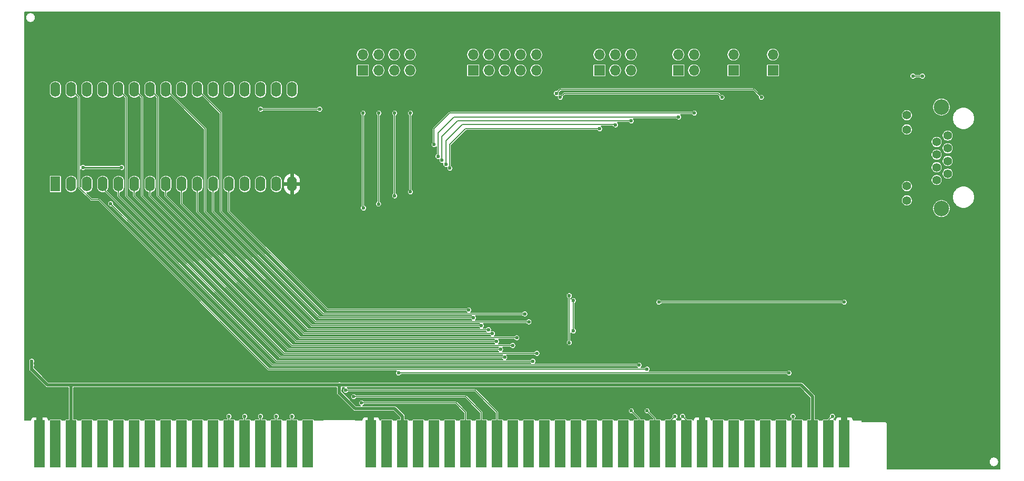
<source format=gbl>
%TF.GenerationSoftware,KiCad,Pcbnew,5.1.7*%
%TF.CreationDate,2020-11-15T02:55:59+01:00*%
%TF.ProjectId,ISA8019,49534138-3031-4392-9e6b-696361645f70,rev?*%
%TF.SameCoordinates,Original*%
%TF.FileFunction,Copper,L2,Bot*%
%TF.FilePolarity,Positive*%
%FSLAX46Y46*%
G04 Gerber Fmt 4.6, Leading zero omitted, Abs format (unit mm)*
G04 Created by KiCad (PCBNEW 5.1.7) date 2020-11-15 02:55:59*
%MOMM*%
%LPD*%
G01*
G04 APERTURE LIST*
%TA.AperFunction,ConnectorPad*%
%ADD10R,1.780000X7.620000*%
%TD*%
%TA.AperFunction,ComponentPad*%
%ADD11C,1.400000*%
%TD*%
%TA.AperFunction,ComponentPad*%
%ADD12C,2.500000*%
%TD*%
%TA.AperFunction,ComponentPad*%
%ADD13O,1.600000X2.400000*%
%TD*%
%TA.AperFunction,ComponentPad*%
%ADD14R,1.600000X2.400000*%
%TD*%
%TA.AperFunction,ComponentPad*%
%ADD15C,0.800000*%
%TD*%
%TA.AperFunction,ComponentPad*%
%ADD16C,6.400000*%
%TD*%
%TA.AperFunction,ComponentPad*%
%ADD17R,1.700000X1.700000*%
%TD*%
%TA.AperFunction,ComponentPad*%
%ADD18O,1.700000X1.700000*%
%TD*%
%TA.AperFunction,ViaPad*%
%ADD19C,0.600000*%
%TD*%
%TA.AperFunction,Conductor*%
%ADD20C,1.000000*%
%TD*%
%TA.AperFunction,Conductor*%
%ADD21C,0.254000*%
%TD*%
%TA.AperFunction,Conductor*%
%ADD22C,0.500000*%
%TD*%
%TA.AperFunction,Conductor*%
%ADD23C,0.127000*%
%TD*%
%TA.AperFunction,Conductor*%
%ADD24C,0.100000*%
%TD*%
G04 APERTURE END LIST*
D10*
%TO.P,J1,80*%
%TO.N,GND*%
X38160000Y-159300000D03*
%TO.P,J1,79*%
%TO.N,Net-(J1-Pad79)*%
X40700000Y-159300000D03*
%TO.P,J1,78*%
%TO.N,+5V*%
X43240000Y-159300000D03*
%TO.P,J1,77*%
%TO.N,Net-(J1-Pad77)*%
X45780000Y-159300000D03*
%TO.P,J1,76*%
%TO.N,Net-(J1-Pad76)*%
X48320000Y-159300000D03*
%TO.P,J1,75*%
%TO.N,Net-(J1-Pad75)*%
X50860000Y-159300000D03*
%TO.P,J1,74*%
%TO.N,Net-(J1-Pad74)*%
X53400000Y-159300000D03*
%TO.P,J1,73*%
%TO.N,Net-(J1-Pad73)*%
X55940000Y-159300000D03*
%TO.P,J1,72*%
%TO.N,Net-(J1-Pad72)*%
X58480000Y-159300000D03*
%TO.P,J1,71*%
%TO.N,Net-(J1-Pad71)*%
X61020000Y-159300000D03*
%TO.P,J1,70*%
%TO.N,Net-(J1-Pad70)*%
X63560000Y-159300000D03*
%TO.P,J1,69*%
%TO.N,/ISA_IRQ14*%
X66100000Y-159300000D03*
%TO.P,J1,68*%
%TO.N,/ISA_IRQ15*%
X68640000Y-159300000D03*
%TO.P,J1,67*%
%TO.N,/ISA_IRQ12*%
X71180000Y-159300000D03*
%TO.P,J1,66*%
%TO.N,/ISA_IRQ11*%
X73720000Y-159300000D03*
%TO.P,J1,65*%
%TO.N,/ISA_IRQ10*%
X76260000Y-159300000D03*
%TO.P,J1,64*%
%TO.N,/~ISA_IOCS16*%
X78800000Y-159300000D03*
%TO.P,J1,63*%
%TO.N,Net-(J1-Pad63)*%
X81340000Y-159300000D03*
%TO.P,J1,31*%
%TO.N,GND*%
X91500000Y-159300000D03*
%TO.P,J1,30*%
%TO.N,Net-(J1-Pad30)*%
X94040000Y-159300000D03*
%TO.P,J1,29*%
%TO.N,+5V*%
X96580000Y-159300000D03*
%TO.P,J1,28*%
%TO.N,Net-(J1-Pad28)*%
X99120000Y-159300000D03*
%TO.P,J1,27*%
%TO.N,Net-(J1-Pad27)*%
X101660000Y-159300000D03*
%TO.P,J1,26*%
%TO.N,Net-(J1-Pad26)*%
X104200000Y-159300000D03*
%TO.P,J1,25*%
%TO.N,/ISA_IRQ3*%
X106740000Y-159300000D03*
%TO.P,J1,24*%
%TO.N,/ISA_IRQ4*%
X109280000Y-159300000D03*
%TO.P,J1,23*%
%TO.N,/ISA_IRQ5*%
X111820000Y-159300000D03*
%TO.P,J1,22*%
%TO.N,/ISA_IRQ6*%
X114360000Y-159300000D03*
%TO.P,J1,21*%
%TO.N,/ISA_IRQ7*%
X116900000Y-159300000D03*
%TO.P,J1,20*%
%TO.N,Net-(J1-Pad20)*%
X119440000Y-159300000D03*
%TO.P,J1,19*%
%TO.N,Net-(J1-Pad19)*%
X121980000Y-159300000D03*
%TO.P,J1,18*%
%TO.N,Net-(J1-Pad18)*%
X124520000Y-159300000D03*
%TO.P,J1,17*%
%TO.N,Net-(J1-Pad17)*%
X127060000Y-159300000D03*
%TO.P,J1,16*%
%TO.N,Net-(J1-Pad16)*%
X129600000Y-159300000D03*
%TO.P,J1,15*%
%TO.N,Net-(J1-Pad15)*%
X132140000Y-159300000D03*
%TO.P,J1,14*%
%TO.N,/~ISA_IOR*%
X134680000Y-159300000D03*
%TO.P,J1,13*%
%TO.N,/~ISA_IOW*%
X137220000Y-159300000D03*
%TO.P,J1,12*%
%TO.N,/~ISA_SMEMR*%
X139760000Y-159300000D03*
%TO.P,J1,11*%
%TO.N,/~ISA_SMEMW*%
X142300000Y-159300000D03*
%TO.P,J1,10*%
%TO.N,GND*%
X144840000Y-159300000D03*
%TO.P,J1,9*%
%TO.N,+12V*%
X147380000Y-159300000D03*
%TO.P,J1,8*%
%TO.N,Net-(J1-Pad8)*%
X149920000Y-159300000D03*
%TO.P,J1,7*%
%TO.N,Net-(J1-Pad7)*%
X152460000Y-159300000D03*
%TO.P,J1,6*%
%TO.N,Net-(J1-Pad6)*%
X155000000Y-159300000D03*
%TO.P,J1,5*%
%TO.N,Net-(J1-Pad5)*%
X157540000Y-159300000D03*
%TO.P,J1,4*%
%TO.N,/ISA_IRQ2*%
X160080000Y-159300000D03*
%TO.P,J1,3*%
%TO.N,+5V*%
X162620000Y-159300000D03*
%TO.P,J1,2*%
%TO.N,/ISA_RESET*%
X165160000Y-159300000D03*
%TO.P,J1,1*%
%TO.N,GND*%
X167700000Y-159300000D03*
%TD*%
D11*
%TO.P,J2,11*%
%TO.N,/LED1*%
X177770000Y-117730000D03*
%TO.P,J2,12*%
%TO.N,Net-(J2-Pad12)*%
X177770000Y-120020000D03*
%TO.P,J2,10*%
%TO.N,Net-(J2-Pad10)*%
X177770000Y-108590000D03*
%TO.P,J2,9*%
%TO.N,/LED0*%
X177770000Y-106300000D03*
%TO.P,J2,8*%
%TO.N,Net-(J2-Pad8)*%
X182570000Y-116730000D03*
%TO.P,J2,7*%
%TO.N,Net-(J2-Pad7)*%
X184350000Y-115710000D03*
%TO.P,J2,6*%
%TO.N,Net-(J2-Pad6)*%
X182570000Y-114690000D03*
%TO.P,J2,5*%
%TO.N,Net-(J2-Pad5)*%
X184350000Y-113670000D03*
%TO.P,J2,4*%
%TO.N,Net-(J2-Pad4)*%
X182570000Y-112650000D03*
%TO.P,J2,3*%
%TO.N,Net-(J2-Pad3)*%
X184350000Y-111630000D03*
%TO.P,J2,2*%
%TO.N,Net-(J2-Pad2)*%
X182570000Y-110610000D03*
%TO.P,J2,1*%
%TO.N,Net-(J2-Pad1)*%
X184350000Y-109590000D03*
D12*
%TO.P,J2,SH*%
%TO.N,Earth*%
X183330000Y-121360000D03*
X183330000Y-104960000D03*
%TD*%
D13*
%TO.P,U3,32*%
%TO.N,+5V*%
X40700000Y-102150000D03*
%TO.P,U3,16*%
%TO.N,GND*%
X78800000Y-117390000D03*
%TO.P,U3,31*%
%TO.N,/~ISA_SMEMW*%
X43240000Y-102150000D03*
%TO.P,U3,15*%
%TO.N,/BD2*%
X76260000Y-117390000D03*
%TO.P,U3,30*%
%TO.N,Net-(U3-Pad30)*%
X45780000Y-102150000D03*
%TO.P,U3,14*%
%TO.N,/BD1*%
X73720000Y-117390000D03*
%TO.P,U3,29*%
%TO.N,/BA16*%
X48320000Y-102150000D03*
%TO.P,U3,13*%
%TO.N,/BD0*%
X71180000Y-117390000D03*
%TO.P,U3,28*%
%TO.N,/ISA_A13*%
X50860000Y-102150000D03*
%TO.P,U3,12*%
%TO.N,/ISA_A0*%
X68640000Y-117390000D03*
%TO.P,U3,27*%
%TO.N,/ISA_A8*%
X53400000Y-102150000D03*
%TO.P,U3,11*%
%TO.N,/ISA_A1*%
X66100000Y-117390000D03*
%TO.P,U3,26*%
%TO.N,/ISA_A9*%
X55940000Y-102150000D03*
%TO.P,U3,10*%
%TO.N,/ISA_A2*%
X63560000Y-117390000D03*
%TO.P,U3,25*%
%TO.N,/ISA_A11*%
X58480000Y-102150000D03*
%TO.P,U3,9*%
%TO.N,/ISA_A3*%
X61020000Y-117390000D03*
%TO.P,U3,24*%
%TO.N,/~ISA_SMEMR*%
X61020000Y-102150000D03*
%TO.P,U3,8*%
%TO.N,/ISA_A4*%
X58480000Y-117390000D03*
%TO.P,U3,23*%
%TO.N,/ISA_A10*%
X63560000Y-102150000D03*
%TO.P,U3,7*%
%TO.N,/ISA_A5*%
X55940000Y-117390000D03*
%TO.P,U3,22*%
%TO.N,/~BCSB*%
X66100000Y-102150000D03*
%TO.P,U3,6*%
%TO.N,/ISA_A6*%
X53400000Y-117390000D03*
%TO.P,U3,21*%
%TO.N,/BD7*%
X68640000Y-102150000D03*
%TO.P,U3,5*%
%TO.N,/ISA_A7*%
X50860000Y-117390000D03*
%TO.P,U3,20*%
%TO.N,/BD6*%
X71180000Y-102150000D03*
%TO.P,U3,4*%
%TO.N,/ISA_A12*%
X48320000Y-117390000D03*
%TO.P,U3,19*%
%TO.N,/BD5*%
X73720000Y-102150000D03*
%TO.P,U3,3*%
%TO.N,/BA15*%
X45780000Y-117390000D03*
%TO.P,U3,18*%
%TO.N,/BD4*%
X76260000Y-102150000D03*
%TO.P,U3,2*%
%TO.N,/BA14*%
X43240000Y-117390000D03*
%TO.P,U3,17*%
%TO.N,/BD3*%
X78800000Y-102150000D03*
D14*
%TO.P,U3,1*%
%TO.N,Net-(U3-Pad1)*%
X40700000Y-117390000D03*
%TD*%
D15*
%TO.P,H4,1*%
%TO.N,GND*%
X189848056Y-93402944D03*
X188151000Y-92700000D03*
X186453944Y-93402944D03*
X185751000Y-95100000D03*
X186453944Y-96797056D03*
X188151000Y-97500000D03*
X189848056Y-96797056D03*
X190551000Y-95100000D03*
D16*
X188151000Y-95100000D03*
%TD*%
D15*
%TO.P,H3,1*%
%TO.N,GND*%
X189848056Y-149917944D03*
X188151000Y-149215000D03*
X186453944Y-149917944D03*
X185751000Y-151615000D03*
X186453944Y-153312056D03*
X188151000Y-154015000D03*
X189848056Y-153312056D03*
X190551000Y-151615000D03*
D16*
X188151000Y-151615000D03*
%TD*%
D17*
%TO.P,J9,1*%
%TO.N,Net-(J9-Pad1)*%
X128270000Y-99060000D03*
D18*
%TO.P,J9,2*%
%TO.N,+5V*%
X128270000Y-96520000D03*
%TO.P,J9,3*%
%TO.N,Net-(J9-Pad3)*%
X130810000Y-99060000D03*
%TO.P,J9,4*%
%TO.N,+5V*%
X130810000Y-96520000D03*
%TO.P,J9,5*%
%TO.N,Net-(J9-Pad5)*%
X133350000Y-99060000D03*
%TO.P,J9,6*%
%TO.N,+5V*%
X133350000Y-96520000D03*
%TD*%
D17*
%TO.P,J8,1*%
%TO.N,Net-(J8-Pad1)*%
X140970000Y-99060000D03*
D18*
%TO.P,J8,2*%
%TO.N,+5V*%
X140970000Y-96520000D03*
%TO.P,J8,3*%
%TO.N,Net-(J8-Pad3)*%
X143510000Y-99060000D03*
%TO.P,J8,4*%
%TO.N,+5V*%
X143510000Y-96520000D03*
%TD*%
D17*
%TO.P,J7,1*%
%TO.N,Net-(J7-Pad1)*%
X90170000Y-99060000D03*
D18*
%TO.P,J7,2*%
%TO.N,+5V*%
X90170000Y-96520000D03*
%TO.P,J7,3*%
%TO.N,Net-(J7-Pad3)*%
X92710000Y-99060000D03*
%TO.P,J7,4*%
%TO.N,+5V*%
X92710000Y-96520000D03*
%TO.P,J7,5*%
%TO.N,Net-(J7-Pad5)*%
X95250000Y-99060000D03*
%TO.P,J7,6*%
%TO.N,+5V*%
X95250000Y-96520000D03*
%TO.P,J7,7*%
%TO.N,Net-(J7-Pad7)*%
X97790000Y-99060000D03*
%TO.P,J7,8*%
%TO.N,+5V*%
X97790000Y-96520000D03*
%TD*%
D17*
%TO.P,J6,1*%
%TO.N,Net-(J6-Pad1)*%
X107950000Y-99060000D03*
D18*
%TO.P,J6,2*%
%TO.N,+5V*%
X107950000Y-96520000D03*
%TO.P,J6,3*%
%TO.N,Net-(J6-Pad3)*%
X110490000Y-99060000D03*
%TO.P,J6,4*%
%TO.N,+5V*%
X110490000Y-96520000D03*
%TO.P,J6,5*%
%TO.N,Net-(J6-Pad5)*%
X113030000Y-99060000D03*
%TO.P,J6,6*%
%TO.N,+5V*%
X113030000Y-96520000D03*
%TO.P,J6,7*%
%TO.N,Net-(J6-Pad7)*%
X115570000Y-99060000D03*
%TO.P,J6,8*%
%TO.N,+5V*%
X115570000Y-96520000D03*
%TO.P,J6,9*%
%TO.N,Net-(J6-Pad9)*%
X118110000Y-99060000D03*
%TO.P,J6,10*%
%TO.N,+5V*%
X118110000Y-96520000D03*
%TD*%
D17*
%TO.P,J5,1*%
%TO.N,Net-(J5-Pad1)*%
X156210000Y-99060000D03*
D18*
%TO.P,J5,2*%
%TO.N,+5V*%
X156210000Y-96520000D03*
%TD*%
D17*
%TO.P,J4,1*%
%TO.N,Net-(J4-Pad1)*%
X149860000Y-99060000D03*
D18*
%TO.P,J4,2*%
%TO.N,+5V*%
X149860000Y-96520000D03*
%TD*%
D19*
%TO.N,GND*%
X110550000Y-154220000D03*
X97850000Y-154220000D03*
X112455000Y-117390000D03*
X125155000Y-119930000D03*
X119440000Y-119930000D03*
X111083400Y-119904600D03*
X104200000Y-125010000D03*
X111083400Y-117390000D03*
X132140000Y-112310000D03*
X127717000Y-114633000D03*
X108518000Y-137456000D03*
X115630000Y-137456000D03*
X113598000Y-132376000D03*
X122742000Y-132376000D03*
X125282000Y-122724000D03*
X130224000Y-120692000D03*
X123250000Y-117136000D03*
X104200000Y-119930000D03*
X104200000Y-121962000D03*
X98866000Y-123841600D03*
X98866000Y-128413600D03*
X77276000Y-113072000D03*
X69910000Y-113961000D03*
X40700000Y-97832000D03*
X48320000Y-115485000D03*
X48320000Y-113580000D03*
X46415000Y-113580000D03*
X46415000Y-115485000D03*
X43875000Y-115485000D03*
X43875000Y-113580000D03*
X130645000Y-135551000D03*
X130645000Y-134789000D03*
X120202000Y-112310000D03*
X115630000Y-112310000D03*
X111718400Y-112310000D03*
X136432600Y-129658200D03*
X135289600Y-130394800D03*
X107756000Y-132376000D03*
X116392000Y-132376000D03*
X90738000Y-154474000D03*
X167700000Y-154791500D03*
X162620000Y-100372000D03*
X152587000Y-114596000D03*
X38648000Y-89958000D03*
X41168000Y-89958000D03*
X43688000Y-89958000D03*
X46208000Y-89958000D03*
X48728000Y-89958000D03*
X51248000Y-89958000D03*
X53768000Y-89958000D03*
X56288000Y-89958000D03*
X58808000Y-89958000D03*
X61328000Y-89958000D03*
X63848000Y-89958000D03*
X66368000Y-89958000D03*
X68888000Y-89958000D03*
X71408000Y-89958000D03*
X73928000Y-89958000D03*
X76448000Y-89958000D03*
X78968000Y-89958000D03*
X81488000Y-89958000D03*
X84008000Y-89958000D03*
X86528000Y-89958000D03*
X89048000Y-89958000D03*
X91568000Y-89958000D03*
X94088000Y-89958000D03*
X96608000Y-89958000D03*
X99128000Y-89958000D03*
X101648000Y-89958000D03*
X104168000Y-89958000D03*
X106688000Y-89958000D03*
X109208000Y-89958000D03*
X111728000Y-89958000D03*
X114248000Y-89958000D03*
X116768000Y-89958000D03*
X119288000Y-89958000D03*
X121808000Y-89958000D03*
X124328000Y-89958000D03*
X126848000Y-89958000D03*
X129368000Y-89958000D03*
X131888000Y-89958000D03*
X134408000Y-89958000D03*
X136928000Y-89958000D03*
X139448000Y-89958000D03*
X141968000Y-89958000D03*
X144488000Y-89958000D03*
X147008000Y-89958000D03*
X149528000Y-89958000D03*
X152048000Y-89958000D03*
X154568000Y-89958000D03*
X157088000Y-89958000D03*
X159608000Y-89958000D03*
X162128000Y-89958000D03*
X164648000Y-89958000D03*
X167168000Y-89958000D03*
X169688000Y-89958000D03*
X172208000Y-89958000D03*
X174728000Y-89958000D03*
X177248000Y-89958000D03*
X179768000Y-89958000D03*
X182288000Y-89958000D03*
X184808000Y-89958000D03*
X187328000Y-89958000D03*
X189848000Y-89958000D03*
X192368000Y-89958000D03*
X192368000Y-92478000D03*
X192368000Y-94998000D03*
X192368000Y-97518000D03*
X192368000Y-100038000D03*
X192368000Y-127758000D03*
X192368000Y-130278000D03*
X192368000Y-132798000D03*
X192368000Y-135318000D03*
X192368000Y-137838000D03*
X192368000Y-140358000D03*
X192368000Y-142878000D03*
X192368000Y-145398000D03*
X192368000Y-147918000D03*
X192368000Y-150438000D03*
X192368000Y-152958000D03*
X192368000Y-155478000D03*
X192368000Y-157998000D03*
X192368000Y-160518000D03*
X192368000Y-163038000D03*
X36128000Y-92478000D03*
X36128000Y-94998000D03*
X36128000Y-97518000D03*
X36128000Y-100038000D03*
X36128000Y-102558000D03*
X36128000Y-105078000D03*
X36128000Y-107598000D03*
X36128000Y-110118000D03*
X36128000Y-112638000D03*
X36128000Y-115158000D03*
X36128000Y-117678000D03*
X36128000Y-120198000D03*
X36128000Y-122718000D03*
X36128000Y-125238000D03*
X36128000Y-127758000D03*
X36128000Y-130278000D03*
X36128000Y-132798000D03*
X36128000Y-135318000D03*
X36128000Y-137838000D03*
X36128000Y-140358000D03*
X36128000Y-142878000D03*
X36128000Y-145398000D03*
X36128000Y-147918000D03*
X36128000Y-150438000D03*
X36128000Y-152958000D03*
X189848000Y-163038000D03*
X187328000Y-163038000D03*
X184808000Y-163038000D03*
X182288000Y-163038000D03*
X179768000Y-163038000D03*
X177248000Y-163038000D03*
X174812000Y-163038000D03*
X108645000Y-109135000D03*
X113725000Y-109135000D03*
X115884000Y-109135000D03*
X118233500Y-114278500D03*
X80387500Y-117390000D03*
X78800000Y-115485000D03*
X39430000Y-154220000D03*
X41970000Y-154220000D03*
X44510000Y-154220000D03*
X47050000Y-154220000D03*
X49590000Y-154220000D03*
X52130000Y-154220000D03*
X54670000Y-154220000D03*
X57210000Y-154220000D03*
X59750000Y-154220000D03*
X62290000Y-154220000D03*
X64830000Y-154220000D03*
X67370000Y-154220000D03*
X69910000Y-154220000D03*
X72450000Y-154220000D03*
X74990000Y-154220000D03*
X77530000Y-154220000D03*
X80070000Y-154220000D03*
X82610000Y-154220000D03*
X85150000Y-154220000D03*
X87690000Y-154220000D03*
X92770000Y-154474000D03*
X108010000Y-154220000D03*
X143570000Y-137710000D03*
X146110000Y-137710000D03*
X148650000Y-137710000D03*
X151190000Y-137710000D03*
X153730000Y-137710000D03*
X156270000Y-137710000D03*
X158810000Y-137710000D03*
X161350000Y-137710000D03*
X163890000Y-137710000D03*
X141030000Y-137710000D03*
X138490000Y-137710000D03*
X134045000Y-131360000D03*
X133410000Y-137710000D03*
X130870000Y-137710000D03*
X128330000Y-137710000D03*
X125790000Y-137710000D03*
X121980000Y-138980000D03*
X121345000Y-140885000D03*
X120710000Y-142790000D03*
X120075000Y-144695000D03*
X122615000Y-137075000D03*
X118881200Y-145685600D03*
X116900000Y-151375200D03*
X117916000Y-150664000D03*
X118424000Y-148632000D03*
X120964000Y-148632000D03*
X114360000Y-151375200D03*
X99120000Y-148632000D03*
X101660000Y-148632000D03*
X104200000Y-148632000D03*
X106740000Y-148632000D03*
X109280000Y-148632000D03*
X63560000Y-137710000D03*
X62290000Y-136440000D03*
X61020000Y-135170000D03*
X59750000Y-133900000D03*
X58480000Y-132630000D03*
X57210000Y-131360000D03*
X55940000Y-130090000D03*
X39430000Y-147870000D03*
X59750000Y-148505000D03*
X64830000Y-148505000D03*
X82610000Y-148505000D03*
X95310000Y-148505000D03*
X92770000Y-148505000D03*
X90865000Y-148505000D03*
X92135000Y-131995000D03*
X90230000Y-131360000D03*
X88325000Y-130725000D03*
X86420000Y-130090000D03*
X140395000Y-128820000D03*
X142300000Y-128185000D03*
X144205000Y-127550000D03*
X146110000Y-126915000D03*
X148015000Y-126280000D03*
X149920000Y-125645000D03*
X151825000Y-125010000D03*
X153730000Y-124375000D03*
X147380000Y-110405000D03*
X176590000Y-100245000D03*
X181670000Y-100245000D03*
X87055000Y-97705000D03*
X50860000Y-95165000D03*
X38160000Y-100880000D03*
X38160000Y-103420000D03*
X41335000Y-137075000D03*
X73085000Y-121200000D03*
X106740000Y-121835000D03*
X106740000Y-129455000D03*
X122615000Y-129455000D03*
X159445000Y-119295000D03*
X138490000Y-148505000D03*
X144332000Y-154220000D03*
X163890000Y-154220000D03*
X161350000Y-154220000D03*
X156270000Y-154220000D03*
X153730000Y-154220000D03*
X151190000Y-154220000D03*
X148650000Y-154220000D03*
X146110000Y-154220000D03*
X142300000Y-154220000D03*
X141030000Y-154220000D03*
X138490000Y-154220000D03*
X130870000Y-154220000D03*
X128330000Y-154220000D03*
X125790000Y-154220000D03*
X123250000Y-154220000D03*
X120710000Y-154220000D03*
X118170000Y-154220000D03*
X115630000Y-154220000D03*
X113090000Y-154220000D03*
X105470000Y-154220000D03*
X102930000Y-154220000D03*
X100390000Y-154220000D03*
X101660000Y-132630000D03*
X94040000Y-132630000D03*
X84515000Y-129455000D03*
X54670000Y-128820000D03*
X64830000Y-138980000D03*
X159050000Y-116460000D03*
X159445000Y-103420000D03*
X157540000Y-111040000D03*
X156270000Y-107865000D03*
X122615000Y-104690000D03*
X107375000Y-109135000D03*
X87055000Y-108500000D03*
X79816000Y-110532000D03*
X104200000Y-117390000D03*
X166430000Y-137710000D03*
X83245000Y-104055000D03*
%TO.N,+5V*%
X51368000Y-114723000D03*
X45145000Y-114723000D03*
X86420000Y-149775000D03*
X36890000Y-147235000D03*
X36890000Y-145965000D03*
X36890000Y-146600000D03*
X86420000Y-150410000D03*
X86420000Y-151045000D03*
%TO.N,/~ISA_IOCS16*%
X78800000Y-154855000D03*
%TO.N,/ISA_A1*%
X108010000Y-138980000D03*
%TO.N,/ISA_A0*%
X107252500Y-137710000D03*
%TO.N,/LED1*%
X180273000Y-99991000D03*
X178749000Y-99991000D03*
%TO.N,/ISA_A3*%
X110423000Y-140885000D03*
%TO.N,/ISA_A13*%
X118223000Y-144695000D03*
%TO.N,/ISA_IRQ4*%
X88706000Y-151680000D03*
%TO.N,/ISA_A5*%
X111723000Y-142790000D03*
%TO.N,/ISA_IRQ2*%
X95945000Y-147870000D03*
X159445000Y-154855000D03*
X158810000Y-147870000D03*
%TO.N,/ISA_A6*%
X112373000Y-144060000D03*
%TO.N,/ISA_A4*%
X111073000Y-141520000D03*
%TO.N,/ISA_IRQ5*%
X87436000Y-150664000D03*
%TO.N,/ISA_A2*%
X109280000Y-140250000D03*
%TO.N,/ISA_A12*%
X117560000Y-145965000D03*
%TO.N,/BA14*%
X101660000Y-111040000D03*
X143570000Y-105960000D03*
%TO.N,/ISA_A11*%
X116923000Y-139615000D03*
%TO.N,/EECS*%
X73720000Y-105325000D03*
X83245000Y-105325000D03*
%TO.N,/ISA_A10*%
X116273000Y-138337000D03*
%TO.N,/ISA_IRQ3*%
X89976000Y-152696000D03*
%TO.N,/ISA_A9*%
X114973000Y-142177000D03*
%TO.N,/ISA_A8*%
X114323000Y-143425000D03*
%TO.N,/ISA_A7*%
X113023000Y-145330000D03*
%TO.N,/~ISA_SMEMR*%
X134680000Y-146600000D03*
X49590000Y-120565000D03*
X140445800Y-154855000D03*
%TO.N,/~ISA_IOR*%
X133410000Y-153966000D03*
X123426000Y-135384000D03*
X123427000Y-142966000D03*
%TO.N,/~ISA_IOW*%
X124075000Y-136184000D03*
X135950000Y-153966000D03*
X124074000Y-141074000D03*
%TO.N,/ISA_IRQ15*%
X68640000Y-154855000D03*
%TO.N,/ISA_IRQ12*%
X71180000Y-154855000D03*
%TO.N,/ISA_IRQ11*%
X73720000Y-154855000D03*
%TO.N,/ISA_IRQ10*%
X76260000Y-154855000D03*
%TO.N,/ISA_RESET*%
X165795000Y-154855000D03*
X167700000Y-136440000D03*
X137855000Y-136440000D03*
%TO.N,/~ISA_SMEMW*%
X135950000Y-147235000D03*
X141665000Y-154855000D03*
%TO.N,/JP*%
X121980000Y-103420000D03*
X148015000Y-103420000D03*
%TO.N,/PNP*%
X121345000Y-102785000D03*
X154365000Y-103420000D03*
%TO.N,/BD3*%
X97850000Y-105960000D03*
X97850000Y-118660000D03*
%TO.N,/BD2*%
X95310000Y-105960000D03*
X95310000Y-119295000D03*
%TO.N,/BD1*%
X92770000Y-105960000D03*
X92725000Y-120610000D03*
%TO.N,/BD0*%
X90230000Y-105960000D03*
X90290000Y-121260000D03*
%TO.N,/BD7*%
X102295000Y-112945000D03*
X141030000Y-106595000D03*
%TO.N,/BD6*%
X102930000Y-113580000D03*
X133410000Y-107230000D03*
%TO.N,/BD5*%
X103565000Y-114215000D03*
X130870000Y-107865000D03*
%TO.N,/BD4*%
X104200000Y-114850000D03*
X128330000Y-108500000D03*
%TD*%
D20*
%TO.N,GND*%
X144840000Y-159300000D02*
X144840000Y-154220000D01*
X167700000Y-154791500D02*
X167700000Y-159300000D01*
X91500000Y-159300000D02*
X91500000Y-154728000D01*
X38160000Y-159300000D02*
X38160000Y-154220000D01*
D21*
%TO.N,+5V*%
X51368000Y-114723000D02*
X45145000Y-114723000D01*
D22*
X43240000Y-159300000D02*
X43240000Y-154855000D01*
X96580000Y-154855000D02*
X96580000Y-159300000D01*
X95310000Y-153585000D02*
X96580000Y-154855000D01*
X88960000Y-153585000D02*
X95310000Y-153585000D01*
X162620000Y-151680000D02*
X162620000Y-159300000D01*
X160715000Y-149775000D02*
X162620000Y-151680000D01*
X88960000Y-149775000D02*
X160715000Y-149775000D01*
X88960000Y-149775000D02*
X85785000Y-149775000D01*
X86420000Y-151045000D02*
X86420000Y-149775000D01*
X88960000Y-153585000D02*
X86420000Y-151045000D01*
X86420000Y-149775000D02*
X44510000Y-149775000D01*
X39430000Y-149775000D02*
X36890000Y-147235000D01*
X43240000Y-151680000D02*
X43240000Y-149775000D01*
X43240000Y-149775000D02*
X39430000Y-149775000D01*
X44510000Y-149775000D02*
X43240000Y-149775000D01*
X43240000Y-151045000D02*
X43240000Y-151680000D01*
X43240000Y-151680000D02*
X43240000Y-159300000D01*
X36890000Y-145965000D02*
X36890000Y-146600000D01*
X36890000Y-146600000D02*
X36890000Y-147235000D01*
D23*
%TO.N,/~ISA_IOCS16*%
X78800000Y-159300000D02*
X78800000Y-154855000D01*
%TO.N,/ISA_A1*%
X66100000Y-117390000D02*
X66100000Y-121835000D01*
X66100000Y-121835000D02*
X82610000Y-138345000D01*
X82610000Y-138345000D02*
X82779500Y-138514500D01*
X90865000Y-138980000D02*
X108010000Y-138980000D01*
X83245000Y-138980000D02*
X90865000Y-138980000D01*
X82610000Y-138345000D02*
X83245000Y-138980000D01*
%TO.N,/ISA_A0*%
X92135000Y-137710000D02*
X107252500Y-137710000D01*
X84515000Y-137710000D02*
X92135000Y-137710000D01*
X68640000Y-121835000D02*
X84515000Y-137710000D01*
X68640000Y-117390000D02*
X68640000Y-121835000D01*
%TO.N,/LED1*%
X178749000Y-99991000D02*
X180273000Y-99991000D01*
%TO.N,/ISA_A3*%
X61020000Y-119295000D02*
X61020000Y-117390000D01*
X61020000Y-120565000D02*
X61020000Y-119295000D01*
X81340000Y-140885000D02*
X61020000Y-120565000D01*
X110423000Y-140885000D02*
X81340000Y-140885000D01*
%TO.N,/ISA_A13*%
X50860000Y-102150000D02*
X52130000Y-103420000D01*
X52130000Y-103420000D02*
X52130000Y-119295000D01*
X111820000Y-144695000D02*
X118223000Y-144695000D01*
X85150000Y-144695000D02*
X111820000Y-144695000D01*
X52130000Y-119295000D02*
X77530000Y-144695000D01*
X77530000Y-144695000D02*
X85150000Y-144695000D01*
%TO.N,/ISA_IRQ4*%
X109280000Y-159300000D02*
X109280000Y-154220000D01*
X109280000Y-154220000D02*
X106740000Y-151680000D01*
X106740000Y-151680000D02*
X104962000Y-151680000D01*
X104962000Y-151680000D02*
X91500000Y-151680000D01*
X89214000Y-151680000D02*
X88706000Y-151680000D01*
X91500000Y-151680000D02*
X89214000Y-151680000D01*
X89214000Y-151680000D02*
X88960000Y-151680000D01*
%TO.N,/ISA_A5*%
X55940000Y-119295000D02*
X55940000Y-117390000D01*
X79435000Y-142790000D02*
X55940000Y-119295000D01*
X111723000Y-142790000D02*
X79435000Y-142790000D01*
%TO.N,/ISA_IRQ2*%
X159445000Y-158665000D02*
X160080000Y-159300000D01*
X159445000Y-154855000D02*
X159445000Y-158665000D01*
X95945000Y-147870000D02*
X158810000Y-147870000D01*
%TO.N,/ISA_A6*%
X90865000Y-144060000D02*
X112373000Y-144060000D01*
X85785000Y-144060000D02*
X90865000Y-144060000D01*
X53400000Y-119295000D02*
X78165000Y-144060000D01*
X53400000Y-117390000D02*
X53400000Y-119295000D01*
X85785000Y-144060000D02*
X78165000Y-144060000D01*
%TO.N,/ISA_A4*%
X88325000Y-141520000D02*
X111073000Y-141520000D01*
X58480000Y-119295000D02*
X80705000Y-141520000D01*
X58480000Y-117390000D02*
X58480000Y-119295000D01*
X80705000Y-141520000D02*
X88325000Y-141520000D01*
%TO.N,/ISA_IRQ5*%
X88706000Y-150664000D02*
X87436000Y-150664000D01*
X108264000Y-150664000D02*
X88706000Y-150664000D01*
X111820000Y-154220000D02*
X108264000Y-150664000D01*
X111820000Y-159300000D02*
X111820000Y-154220000D01*
%TO.N,/ISA_A2*%
X89595000Y-140250000D02*
X109280000Y-140250000D01*
X63560000Y-121835000D02*
X81975000Y-140250000D01*
X63560000Y-117390000D02*
X63560000Y-121835000D01*
X81975000Y-140250000D02*
X89595000Y-140250000D01*
%TO.N,/ISA_A12*%
X117535000Y-145965000D02*
X117535000Y-145965000D01*
X76260000Y-145965000D02*
X83880000Y-145965000D01*
X83880000Y-145965000D02*
X117535000Y-145965000D01*
X48320000Y-118025000D02*
X76260000Y-145965000D01*
X48320000Y-117390000D02*
X48320000Y-118025000D01*
%TO.N,/BA14*%
X101660000Y-111040000D02*
X101660000Y-109135000D01*
X101660000Y-111040000D02*
X101660000Y-108500000D01*
X104200000Y-105960000D02*
X141030000Y-105960000D01*
X101660000Y-108500000D02*
X104200000Y-105960000D01*
X141030000Y-105960000D02*
X143570000Y-105960000D01*
%TO.N,/ISA_A11*%
X90230000Y-139615000D02*
X116923000Y-139615000D01*
X64830000Y-121835000D02*
X82610000Y-139615000D01*
X64830000Y-108500000D02*
X64830000Y-121835000D01*
X58480000Y-102150000D02*
X64830000Y-108500000D01*
X90230000Y-139615000D02*
X82610000Y-139615000D01*
%TO.N,/EECS*%
X83245000Y-105325000D02*
X73720000Y-105325000D01*
%TO.N,/ISA_A10*%
X67370000Y-105960000D02*
X63560000Y-102150000D01*
X67370000Y-121835000D02*
X67370000Y-105960000D01*
X83880000Y-138345000D02*
X67370000Y-121835000D01*
X116265000Y-138345000D02*
X83880000Y-138345000D01*
X116273000Y-138337000D02*
X116265000Y-138345000D01*
%TO.N,/ISA_IRQ3*%
X106740000Y-159300000D02*
X106740000Y-154220000D01*
X106740000Y-154220000D02*
X105216000Y-152696000D01*
X90484000Y-152696000D02*
X89976000Y-152696000D01*
X105216000Y-152696000D02*
X90484000Y-152696000D01*
X90484000Y-152696000D02*
X90230000Y-152696000D01*
%TO.N,/ISA_A9*%
X57210000Y-103420000D02*
X55940000Y-102150000D01*
X57210000Y-119295000D02*
X57210000Y-103420000D01*
X80070000Y-142155000D02*
X57210000Y-119295000D01*
X114951000Y-142155000D02*
X80070000Y-142155000D01*
X114973000Y-142177000D02*
X114951000Y-142155000D01*
%TO.N,/ISA_A8*%
X86420000Y-143425000D02*
X114323000Y-143425000D01*
X78800000Y-143425000D02*
X86420000Y-143425000D01*
X54670000Y-119295000D02*
X78800000Y-143425000D01*
X54670000Y-103420000D02*
X54670000Y-119295000D01*
X53400000Y-102150000D02*
X54670000Y-103420000D01*
%TO.N,/ISA_A7*%
X50860000Y-118660000D02*
X50860000Y-119295000D01*
X50860000Y-117390000D02*
X50860000Y-118660000D01*
X50860000Y-119295000D02*
X76895000Y-145330000D01*
X84515000Y-145330000D02*
X113023000Y-145330000D01*
X84515000Y-145330000D02*
X76895000Y-145330000D01*
%TO.N,/~ISA_SMEMR*%
X54035000Y-125010000D02*
X75625000Y-146600000D01*
X75625000Y-146600000D02*
X127695000Y-146600000D01*
X49590000Y-120565000D02*
X54035000Y-125010000D01*
X127695000Y-146600000D02*
X134680000Y-146600000D01*
X139760000Y-155540800D02*
X140445800Y-154855000D01*
X139760000Y-159300000D02*
X139760000Y-155540800D01*
%TO.N,/~ISA_IOR*%
X134680000Y-155236000D02*
X133410000Y-153966000D01*
X134680000Y-159300000D02*
X134680000Y-155236000D01*
X123426000Y-142965000D02*
X123427000Y-142966000D01*
X123426000Y-135384000D02*
X123426000Y-142965000D01*
%TO.N,/~ISA_IOW*%
X137220000Y-155236000D02*
X135950000Y-153966000D01*
X137220000Y-159300000D02*
X137220000Y-155236000D01*
X124075000Y-141073000D02*
X124074000Y-141074000D01*
X124075000Y-136184000D02*
X124075000Y-141073000D01*
%TO.N,/ISA_IRQ15*%
X68640000Y-159300000D02*
X68640000Y-154855000D01*
%TO.N,/ISA_IRQ12*%
X71180000Y-159300000D02*
X71180000Y-154855000D01*
%TO.N,/ISA_IRQ11*%
X73720000Y-159300000D02*
X73720000Y-154855000D01*
%TO.N,/ISA_IRQ10*%
X76260000Y-159300000D02*
X76260000Y-154855000D01*
%TO.N,/ISA_RESET*%
X165160000Y-155490000D02*
X165795000Y-154855000D01*
X165160000Y-159300000D02*
X165160000Y-155490000D01*
X167700000Y-136440000D02*
X142935000Y-136440000D01*
X142935000Y-136440000D02*
X137855000Y-136440000D01*
%TO.N,/~ISA_SMEMW*%
X43240000Y-102150000D02*
X44510000Y-103420000D01*
X44510000Y-117920792D02*
X46519208Y-119930000D01*
X44510000Y-103420000D02*
X44510000Y-117920792D01*
X46519208Y-119930000D02*
X47685000Y-119930000D01*
X47685000Y-119930000D02*
X50225000Y-122470000D01*
X50225000Y-122470000D02*
X56575000Y-128820000D01*
X56575000Y-128820000D02*
X74990000Y-147235000D01*
X74990000Y-147235000D02*
X135950000Y-147235000D01*
X135950000Y-147235000D02*
X135950000Y-147235000D01*
X142300000Y-155490000D02*
X141665000Y-154855000D01*
X142300000Y-159300000D02*
X142300000Y-155490000D01*
%TO.N,/JP*%
X121980000Y-103420000D02*
X122615000Y-102785000D01*
X147380000Y-102785000D02*
X148015000Y-103420000D01*
X122615000Y-102785000D02*
X147380000Y-102785000D01*
%TO.N,/PNP*%
X121345000Y-102785000D02*
X121980000Y-102150000D01*
X154365000Y-103420000D02*
X153095000Y-102150000D01*
X121980000Y-102150000D02*
X153095000Y-102150000D01*
%TO.N,/BD3*%
X97850000Y-105833000D02*
X97850000Y-105960000D01*
X97850000Y-105833000D02*
X97850000Y-118660000D01*
%TO.N,/BD2*%
X95310000Y-105960000D02*
X95310000Y-118660000D01*
X95310000Y-118660000D02*
X95310000Y-119295000D01*
%TO.N,/BD1*%
X92770000Y-119295000D02*
X92755000Y-119310000D01*
X92770000Y-105960000D02*
X92770000Y-119295000D01*
X92770000Y-120565000D02*
X92725000Y-120610000D01*
X92770000Y-119295000D02*
X92770000Y-120565000D01*
%TO.N,/BD0*%
X90230000Y-121200000D02*
X90290000Y-121260000D01*
X90230000Y-105960000D02*
X90230000Y-121200000D01*
%TO.N,/BD7*%
X102295000Y-112945000D02*
X102295000Y-109770000D01*
X102295000Y-112945000D02*
X102295000Y-109135000D01*
X102295000Y-109135000D02*
X104835000Y-106595000D01*
X104835000Y-106595000D02*
X141120942Y-106595000D01*
X141120942Y-106595000D02*
X141030000Y-106595000D01*
%TO.N,/BD6*%
X102930000Y-113580000D02*
X102930000Y-110405000D01*
X102930000Y-113580000D02*
X102930000Y-109770000D01*
X102930000Y-109770000D02*
X105470000Y-107230000D01*
X105470000Y-107230000D02*
X128330000Y-107230000D01*
X128330000Y-107230000D02*
X133410000Y-107230000D01*
%TO.N,/BD5*%
X103565000Y-114215000D02*
X103565000Y-110405000D01*
X106165000Y-107805000D02*
X130810000Y-107805000D01*
X103565000Y-110405000D02*
X106165000Y-107805000D01*
X130810000Y-107805000D02*
X130870000Y-107865000D01*
%TO.N,/BD4*%
X104200000Y-114850000D02*
X104200000Y-111040000D01*
X104200000Y-111040000D02*
X106740000Y-108500000D01*
X106740000Y-108500000D02*
X128330000Y-108500000D01*
%TD*%
%TO.N,GND*%
X192697501Y-155945421D02*
X192697500Y-163360500D01*
X174586500Y-163360500D01*
X174586500Y-162103506D01*
X191003500Y-162103506D01*
X191003500Y-162254494D01*
X191032956Y-162402580D01*
X191090736Y-162542074D01*
X191174620Y-162667615D01*
X191281385Y-162774380D01*
X191406926Y-162858264D01*
X191546420Y-162916044D01*
X191694506Y-162945500D01*
X191845494Y-162945500D01*
X191993580Y-162916044D01*
X192133074Y-162858264D01*
X192258615Y-162774380D01*
X192365380Y-162667615D01*
X192449264Y-162542074D01*
X192507044Y-162402580D01*
X192536500Y-162254494D01*
X192536500Y-162103506D01*
X192507044Y-161955420D01*
X192449264Y-161815926D01*
X192365380Y-161690385D01*
X192258615Y-161583620D01*
X192133074Y-161499736D01*
X191993580Y-161441956D01*
X191845494Y-161412500D01*
X191694506Y-161412500D01*
X191546420Y-161441956D01*
X191406926Y-161499736D01*
X191281385Y-161583620D01*
X191174620Y-161690385D01*
X191090736Y-161815926D01*
X191032956Y-161955420D01*
X191003500Y-162103506D01*
X174586500Y-162103506D01*
X174586500Y-155966579D01*
X174587542Y-155956000D01*
X174583381Y-155913755D01*
X174571059Y-155873133D01*
X174551048Y-155835696D01*
X174524118Y-155802882D01*
X174491304Y-155775952D01*
X174453867Y-155755941D01*
X174413245Y-155743619D01*
X174381579Y-155740500D01*
X174371000Y-155739458D01*
X174360421Y-155740500D01*
X170557500Y-155740500D01*
X170557500Y-155553500D01*
X170556280Y-155541112D01*
X170552666Y-155529200D01*
X170546798Y-155518221D01*
X170538901Y-155508599D01*
X170529279Y-155500702D01*
X170518300Y-155494834D01*
X170506388Y-155491220D01*
X170494000Y-155490000D01*
X169164265Y-155490000D01*
X169153231Y-155377966D01*
X169120552Y-155270238D01*
X169067484Y-155170955D01*
X168996067Y-155083933D01*
X168909045Y-155012516D01*
X168809762Y-154959448D01*
X168702034Y-154926769D01*
X168590000Y-154915735D01*
X168033375Y-154918500D01*
X167890500Y-155061375D01*
X167890500Y-155490000D01*
X167509500Y-155490000D01*
X167509500Y-155061375D01*
X167366625Y-154918500D01*
X166810000Y-154915735D01*
X166697966Y-154926769D01*
X166590238Y-154959448D01*
X166490955Y-155012516D01*
X166403933Y-155083933D01*
X166332516Y-155170955D01*
X166279448Y-155270238D01*
X166246769Y-155377966D01*
X166238578Y-155461134D01*
X166237743Y-155452656D01*
X166226850Y-155416746D01*
X166209161Y-155383652D01*
X166185355Y-155354645D01*
X166156348Y-155330839D01*
X166123254Y-155313150D01*
X166087344Y-155302257D01*
X166050000Y-155298579D01*
X166005843Y-155298579D01*
X166027339Y-155289675D01*
X166107675Y-155235996D01*
X166175996Y-155167675D01*
X166229675Y-155087339D01*
X166266650Y-154998073D01*
X166285500Y-154903310D01*
X166285500Y-154806690D01*
X166266650Y-154711927D01*
X166229675Y-154622661D01*
X166175996Y-154542325D01*
X166107675Y-154474004D01*
X166027339Y-154420325D01*
X165938073Y-154383350D01*
X165843310Y-154364500D01*
X165746690Y-154364500D01*
X165651927Y-154383350D01*
X165562661Y-154420325D01*
X165482325Y-154474004D01*
X165414004Y-154542325D01*
X165360325Y-154622661D01*
X165323350Y-154711927D01*
X165304500Y-154806690D01*
X165304500Y-154903310D01*
X165318268Y-154972522D01*
X164992211Y-155298579D01*
X164270000Y-155298579D01*
X164232656Y-155302257D01*
X164196746Y-155313150D01*
X164163652Y-155330839D01*
X164134645Y-155354645D01*
X164110839Y-155383652D01*
X164093150Y-155416746D01*
X164082257Y-155452656D01*
X164078579Y-155490000D01*
X163701421Y-155490000D01*
X163697743Y-155452656D01*
X163686850Y-155416746D01*
X163669161Y-155383652D01*
X163645355Y-155354645D01*
X163616348Y-155330839D01*
X163583254Y-155313150D01*
X163547344Y-155302257D01*
X163510000Y-155298579D01*
X163060500Y-155298579D01*
X163060500Y-151701629D01*
X163062630Y-151680000D01*
X163060500Y-151658371D01*
X163060500Y-151658364D01*
X163054126Y-151593647D01*
X163028938Y-151510612D01*
X162988034Y-151434087D01*
X162932987Y-151367013D01*
X162916185Y-151353224D01*
X161041782Y-149478822D01*
X161027987Y-149462013D01*
X160960913Y-149406966D01*
X160884388Y-149366062D01*
X160801353Y-149340874D01*
X160736636Y-149334500D01*
X160736629Y-149334500D01*
X160715000Y-149332370D01*
X160693371Y-149334500D01*
X86638276Y-149334500D01*
X86563073Y-149303350D01*
X86468310Y-149284500D01*
X86371690Y-149284500D01*
X86276927Y-149303350D01*
X86201724Y-149334500D01*
X43261636Y-149334500D01*
X43240000Y-149332369D01*
X43218364Y-149334500D01*
X39612461Y-149334500D01*
X37355826Y-147077865D01*
X37330500Y-147016724D01*
X37330500Y-146818276D01*
X37361650Y-146743073D01*
X37380500Y-146648310D01*
X37380500Y-146551690D01*
X37361650Y-146456927D01*
X37330500Y-146381724D01*
X37330500Y-146183276D01*
X37361650Y-146108073D01*
X37380500Y-146013310D01*
X37380500Y-145916690D01*
X37361650Y-145821927D01*
X37324675Y-145732661D01*
X37270996Y-145652325D01*
X37202675Y-145584004D01*
X37122339Y-145530325D01*
X37033073Y-145493350D01*
X36938310Y-145474500D01*
X36841690Y-145474500D01*
X36746927Y-145493350D01*
X36657661Y-145530325D01*
X36577325Y-145584004D01*
X36509004Y-145652325D01*
X36455325Y-145732661D01*
X36418350Y-145821927D01*
X36399500Y-145916690D01*
X36399500Y-146013310D01*
X36418350Y-146108073D01*
X36449500Y-146183277D01*
X36449501Y-146381722D01*
X36418350Y-146456927D01*
X36399500Y-146551690D01*
X36399500Y-146648310D01*
X36418350Y-146743073D01*
X36449500Y-146818277D01*
X36449501Y-147016722D01*
X36418350Y-147091927D01*
X36399500Y-147186690D01*
X36399500Y-147283310D01*
X36418350Y-147378073D01*
X36455325Y-147467339D01*
X36509004Y-147547675D01*
X36577325Y-147615996D01*
X36657661Y-147669675D01*
X36732865Y-147700826D01*
X39103220Y-150071181D01*
X39117013Y-150087987D01*
X39184087Y-150143034D01*
X39260612Y-150183938D01*
X39343647Y-150209126D01*
X39408364Y-150215500D01*
X39408373Y-150215500D01*
X39429999Y-150217630D01*
X39451625Y-150215500D01*
X42799501Y-150215500D01*
X42799500Y-151658364D01*
X42799500Y-155298579D01*
X42350000Y-155298579D01*
X42312656Y-155302257D01*
X42276746Y-155313150D01*
X42243652Y-155330839D01*
X42214645Y-155354645D01*
X42190839Y-155383652D01*
X42173150Y-155416746D01*
X42162257Y-155452656D01*
X42158579Y-155490000D01*
X41781421Y-155490000D01*
X41777743Y-155452656D01*
X41766850Y-155416746D01*
X41749161Y-155383652D01*
X41725355Y-155354645D01*
X41696348Y-155330839D01*
X41663254Y-155313150D01*
X41627344Y-155302257D01*
X41590000Y-155298579D01*
X39810000Y-155298579D01*
X39772656Y-155302257D01*
X39736746Y-155313150D01*
X39703652Y-155330839D01*
X39674645Y-155354645D01*
X39650839Y-155383652D01*
X39633150Y-155416746D01*
X39622257Y-155452656D01*
X39621422Y-155461134D01*
X39613231Y-155377966D01*
X39580552Y-155270238D01*
X39527484Y-155170955D01*
X39456067Y-155083933D01*
X39369045Y-155012516D01*
X39269762Y-154959448D01*
X39162034Y-154926769D01*
X39050000Y-154915735D01*
X38493375Y-154918500D01*
X38350500Y-155061375D01*
X38350500Y-155490000D01*
X37969500Y-155490000D01*
X37969500Y-155061375D01*
X37826625Y-154918500D01*
X37270000Y-154915735D01*
X37157966Y-154926769D01*
X37050238Y-154959448D01*
X36950955Y-155012516D01*
X36863933Y-155083933D01*
X36792516Y-155170955D01*
X36739448Y-155270238D01*
X36706769Y-155377966D01*
X36695735Y-155490000D01*
X35775500Y-155490000D01*
X35775500Y-116190000D01*
X39708579Y-116190000D01*
X39708579Y-118590000D01*
X39712257Y-118627344D01*
X39723150Y-118663254D01*
X39740839Y-118696348D01*
X39764645Y-118725355D01*
X39793652Y-118749161D01*
X39826746Y-118766850D01*
X39862656Y-118777743D01*
X39900000Y-118781421D01*
X41500000Y-118781421D01*
X41537344Y-118777743D01*
X41573254Y-118766850D01*
X41606348Y-118749161D01*
X41635355Y-118725355D01*
X41659161Y-118696348D01*
X41676850Y-118663254D01*
X41687743Y-118627344D01*
X41691421Y-118590000D01*
X41691421Y-116941346D01*
X42249500Y-116941346D01*
X42249500Y-117838655D01*
X42263833Y-117984172D01*
X42320471Y-118170882D01*
X42412446Y-118342955D01*
X42536223Y-118493778D01*
X42687046Y-118617555D01*
X42859119Y-118709530D01*
X43045829Y-118766168D01*
X43240000Y-118785292D01*
X43434172Y-118766168D01*
X43620882Y-118709530D01*
X43792955Y-118617555D01*
X43943778Y-118493778D01*
X44067555Y-118342955D01*
X44159530Y-118170882D01*
X44216168Y-117984171D01*
X44230500Y-117838654D01*
X44230500Y-116941345D01*
X44216168Y-116795828D01*
X44159530Y-116609118D01*
X44067555Y-116437045D01*
X43943778Y-116286222D01*
X43792955Y-116162445D01*
X43620881Y-116070470D01*
X43434171Y-116013832D01*
X43240000Y-115994708D01*
X43045828Y-116013832D01*
X42859118Y-116070470D01*
X42687045Y-116162445D01*
X42536222Y-116286222D01*
X42412445Y-116437045D01*
X42320470Y-116609119D01*
X42263832Y-116795829D01*
X42249500Y-116941346D01*
X41691421Y-116941346D01*
X41691421Y-116190000D01*
X41687743Y-116152656D01*
X41676850Y-116116746D01*
X41659161Y-116083652D01*
X41635355Y-116054645D01*
X41606348Y-116030839D01*
X41573254Y-116013150D01*
X41537344Y-116002257D01*
X41500000Y-115998579D01*
X39900000Y-115998579D01*
X39862656Y-116002257D01*
X39826746Y-116013150D01*
X39793652Y-116030839D01*
X39764645Y-116054645D01*
X39740839Y-116083652D01*
X39723150Y-116116746D01*
X39712257Y-116152656D01*
X39708579Y-116190000D01*
X35775500Y-116190000D01*
X35775500Y-101701346D01*
X39709500Y-101701346D01*
X39709500Y-102598655D01*
X39723833Y-102744172D01*
X39780471Y-102930882D01*
X39872446Y-103102955D01*
X39996223Y-103253778D01*
X40147046Y-103377555D01*
X40319119Y-103469530D01*
X40505829Y-103526168D01*
X40700000Y-103545292D01*
X40894172Y-103526168D01*
X41080882Y-103469530D01*
X41252955Y-103377555D01*
X41403778Y-103253778D01*
X41527555Y-103102955D01*
X41619530Y-102930882D01*
X41676168Y-102744171D01*
X41690500Y-102598654D01*
X41690500Y-101701346D01*
X42249500Y-101701346D01*
X42249500Y-102598655D01*
X42263833Y-102744172D01*
X42320471Y-102930882D01*
X42412446Y-103102955D01*
X42536223Y-103253778D01*
X42687046Y-103377555D01*
X42859119Y-103469530D01*
X43045829Y-103526168D01*
X43240000Y-103545292D01*
X43434172Y-103526168D01*
X43620882Y-103469530D01*
X43792955Y-103377555D01*
X43943778Y-103253778D01*
X43962164Y-103231374D01*
X44256000Y-103525210D01*
X44256001Y-117908324D01*
X44254773Y-117920792D01*
X44256001Y-117933260D01*
X44256001Y-117933261D01*
X44259677Y-117970585D01*
X44262685Y-117980500D01*
X44274200Y-118018463D01*
X44297786Y-118062588D01*
X44321578Y-118091580D01*
X44321587Y-118091589D01*
X44329528Y-118101265D01*
X44339204Y-118109206D01*
X46330789Y-120100791D01*
X46338735Y-120110473D01*
X46348417Y-120118419D01*
X46348419Y-120118421D01*
X46349734Y-120119500D01*
X46377411Y-120142214D01*
X46421536Y-120165800D01*
X46469415Y-120180324D01*
X46506739Y-120184000D01*
X46506749Y-120184000D01*
X46519207Y-120185227D01*
X46531665Y-120184000D01*
X47579790Y-120184000D01*
X56386578Y-128990788D01*
X74801586Y-147405797D01*
X74809527Y-147415473D01*
X74819203Y-147423414D01*
X74819211Y-147423422D01*
X74833716Y-147435325D01*
X74848203Y-147447214D01*
X74892328Y-147470800D01*
X74940207Y-147485324D01*
X74977531Y-147489000D01*
X74977542Y-147489000D01*
X74990000Y-147490227D01*
X75002458Y-147489000D01*
X95632331Y-147489000D01*
X95632325Y-147489004D01*
X95564004Y-147557325D01*
X95510325Y-147637661D01*
X95473350Y-147726927D01*
X95454500Y-147821690D01*
X95454500Y-147918310D01*
X95473350Y-148013073D01*
X95510325Y-148102339D01*
X95564004Y-148182675D01*
X95632325Y-148250996D01*
X95712661Y-148304675D01*
X95801927Y-148341650D01*
X95896690Y-148360500D01*
X95993310Y-148360500D01*
X96088073Y-148341650D01*
X96177339Y-148304675D01*
X96257675Y-148250996D01*
X96325996Y-148182675D01*
X96365202Y-148124000D01*
X158389798Y-148124000D01*
X158429004Y-148182675D01*
X158497325Y-148250996D01*
X158577661Y-148304675D01*
X158666927Y-148341650D01*
X158761690Y-148360500D01*
X158858310Y-148360500D01*
X158953073Y-148341650D01*
X159042339Y-148304675D01*
X159122675Y-148250996D01*
X159190996Y-148182675D01*
X159244675Y-148102339D01*
X159281650Y-148013073D01*
X159300500Y-147918310D01*
X159300500Y-147821690D01*
X159281650Y-147726927D01*
X159244675Y-147637661D01*
X159190996Y-147557325D01*
X159122675Y-147489004D01*
X159042339Y-147435325D01*
X158953073Y-147398350D01*
X158858310Y-147379500D01*
X158761690Y-147379500D01*
X158666927Y-147398350D01*
X158577661Y-147435325D01*
X158497325Y-147489004D01*
X158429004Y-147557325D01*
X158389798Y-147616000D01*
X136262669Y-147616000D01*
X136262675Y-147615996D01*
X136330996Y-147547675D01*
X136384675Y-147467339D01*
X136421650Y-147378073D01*
X136440500Y-147283310D01*
X136440500Y-147186690D01*
X136421650Y-147091927D01*
X136384675Y-147002661D01*
X136330996Y-146922325D01*
X136262675Y-146854004D01*
X136182339Y-146800325D01*
X136093073Y-146763350D01*
X135998310Y-146744500D01*
X135901690Y-146744500D01*
X135806927Y-146763350D01*
X135717661Y-146800325D01*
X135637325Y-146854004D01*
X135569004Y-146922325D01*
X135529798Y-146981000D01*
X134992669Y-146981000D01*
X134992675Y-146980996D01*
X135060996Y-146912675D01*
X135114675Y-146832339D01*
X135151650Y-146743073D01*
X135170500Y-146648310D01*
X135170500Y-146551690D01*
X135151650Y-146456927D01*
X135114675Y-146367661D01*
X135060996Y-146287325D01*
X134992675Y-146219004D01*
X134912339Y-146165325D01*
X134823073Y-146128350D01*
X134728310Y-146109500D01*
X134631690Y-146109500D01*
X134536927Y-146128350D01*
X134447661Y-146165325D01*
X134367325Y-146219004D01*
X134299004Y-146287325D01*
X134259798Y-146346000D01*
X117872669Y-146346000D01*
X117872675Y-146345996D01*
X117940996Y-146277675D01*
X117994675Y-146197339D01*
X118031650Y-146108073D01*
X118050500Y-146013310D01*
X118050500Y-145916690D01*
X118031650Y-145821927D01*
X117994675Y-145732661D01*
X117940996Y-145652325D01*
X117872675Y-145584004D01*
X117792339Y-145530325D01*
X117703073Y-145493350D01*
X117608310Y-145474500D01*
X117511690Y-145474500D01*
X117416927Y-145493350D01*
X117327661Y-145530325D01*
X117247325Y-145584004D01*
X117179004Y-145652325D01*
X117139798Y-145711000D01*
X113335669Y-145711000D01*
X113335675Y-145710996D01*
X113403996Y-145642675D01*
X113457675Y-145562339D01*
X113494650Y-145473073D01*
X113513500Y-145378310D01*
X113513500Y-145281690D01*
X113494650Y-145186927D01*
X113457675Y-145097661D01*
X113403996Y-145017325D01*
X113335675Y-144949004D01*
X113335669Y-144949000D01*
X117802798Y-144949000D01*
X117842004Y-145007675D01*
X117910325Y-145075996D01*
X117990661Y-145129675D01*
X118079927Y-145166650D01*
X118174690Y-145185500D01*
X118271310Y-145185500D01*
X118366073Y-145166650D01*
X118455339Y-145129675D01*
X118535675Y-145075996D01*
X118603996Y-145007675D01*
X118657675Y-144927339D01*
X118694650Y-144838073D01*
X118713500Y-144743310D01*
X118713500Y-144646690D01*
X118694650Y-144551927D01*
X118657675Y-144462661D01*
X118603996Y-144382325D01*
X118535675Y-144314004D01*
X118455339Y-144260325D01*
X118366073Y-144223350D01*
X118271310Y-144204500D01*
X118174690Y-144204500D01*
X118079927Y-144223350D01*
X117990661Y-144260325D01*
X117910325Y-144314004D01*
X117842004Y-144382325D01*
X117802798Y-144441000D01*
X112685669Y-144441000D01*
X112685675Y-144440996D01*
X112753996Y-144372675D01*
X112807675Y-144292339D01*
X112844650Y-144203073D01*
X112863500Y-144108310D01*
X112863500Y-144011690D01*
X112844650Y-143916927D01*
X112807675Y-143827661D01*
X112753996Y-143747325D01*
X112685675Y-143679004D01*
X112685669Y-143679000D01*
X113902798Y-143679000D01*
X113942004Y-143737675D01*
X114010325Y-143805996D01*
X114090661Y-143859675D01*
X114179927Y-143896650D01*
X114274690Y-143915500D01*
X114371310Y-143915500D01*
X114466073Y-143896650D01*
X114555339Y-143859675D01*
X114635675Y-143805996D01*
X114703996Y-143737675D01*
X114757675Y-143657339D01*
X114794650Y-143568073D01*
X114813500Y-143473310D01*
X114813500Y-143376690D01*
X114794650Y-143281927D01*
X114757675Y-143192661D01*
X114703996Y-143112325D01*
X114635675Y-143044004D01*
X114555339Y-142990325D01*
X114466073Y-142953350D01*
X114371310Y-142934500D01*
X114274690Y-142934500D01*
X114179927Y-142953350D01*
X114090661Y-142990325D01*
X114010325Y-143044004D01*
X113942004Y-143112325D01*
X113902798Y-143171000D01*
X112035669Y-143171000D01*
X112035675Y-143170996D01*
X112103996Y-143102675D01*
X112157675Y-143022339D01*
X112194650Y-142933073D01*
X112213500Y-142838310D01*
X112213500Y-142741690D01*
X112194650Y-142646927D01*
X112157675Y-142557661D01*
X112103996Y-142477325D01*
X112035675Y-142409004D01*
X112035669Y-142409000D01*
X114538185Y-142409000D01*
X114538325Y-142409339D01*
X114592004Y-142489675D01*
X114660325Y-142557996D01*
X114740661Y-142611675D01*
X114829927Y-142648650D01*
X114924690Y-142667500D01*
X115021310Y-142667500D01*
X115116073Y-142648650D01*
X115205339Y-142611675D01*
X115285675Y-142557996D01*
X115353996Y-142489675D01*
X115407675Y-142409339D01*
X115444650Y-142320073D01*
X115463500Y-142225310D01*
X115463500Y-142128690D01*
X115444650Y-142033927D01*
X115407675Y-141944661D01*
X115353996Y-141864325D01*
X115285675Y-141796004D01*
X115205339Y-141742325D01*
X115116073Y-141705350D01*
X115021310Y-141686500D01*
X114924690Y-141686500D01*
X114829927Y-141705350D01*
X114740661Y-141742325D01*
X114660325Y-141796004D01*
X114592004Y-141864325D01*
X114567498Y-141901000D01*
X111385669Y-141901000D01*
X111385675Y-141900996D01*
X111453996Y-141832675D01*
X111507675Y-141752339D01*
X111544650Y-141663073D01*
X111563500Y-141568310D01*
X111563500Y-141471690D01*
X111544650Y-141376927D01*
X111507675Y-141287661D01*
X111453996Y-141207325D01*
X111385675Y-141139004D01*
X111305339Y-141085325D01*
X111216073Y-141048350D01*
X111121310Y-141029500D01*
X111024690Y-141029500D01*
X110929927Y-141048350D01*
X110877206Y-141070188D01*
X110894650Y-141028073D01*
X110913500Y-140933310D01*
X110913500Y-140836690D01*
X110894650Y-140741927D01*
X110857675Y-140652661D01*
X110803996Y-140572325D01*
X110735675Y-140504004D01*
X110655339Y-140450325D01*
X110566073Y-140413350D01*
X110471310Y-140394500D01*
X110374690Y-140394500D01*
X110279927Y-140413350D01*
X110190661Y-140450325D01*
X110110325Y-140504004D01*
X110042004Y-140572325D01*
X110002798Y-140631000D01*
X109592669Y-140631000D01*
X109592675Y-140630996D01*
X109660996Y-140562675D01*
X109714675Y-140482339D01*
X109751650Y-140393073D01*
X109770500Y-140298310D01*
X109770500Y-140201690D01*
X109751650Y-140106927D01*
X109714675Y-140017661D01*
X109660996Y-139937325D01*
X109592675Y-139869004D01*
X109592669Y-139869000D01*
X116502798Y-139869000D01*
X116542004Y-139927675D01*
X116610325Y-139995996D01*
X116690661Y-140049675D01*
X116779927Y-140086650D01*
X116874690Y-140105500D01*
X116971310Y-140105500D01*
X117066073Y-140086650D01*
X117155339Y-140049675D01*
X117235675Y-139995996D01*
X117303996Y-139927675D01*
X117357675Y-139847339D01*
X117394650Y-139758073D01*
X117413500Y-139663310D01*
X117413500Y-139566690D01*
X117394650Y-139471927D01*
X117357675Y-139382661D01*
X117303996Y-139302325D01*
X117235675Y-139234004D01*
X117155339Y-139180325D01*
X117066073Y-139143350D01*
X116971310Y-139124500D01*
X116874690Y-139124500D01*
X116779927Y-139143350D01*
X116690661Y-139180325D01*
X116610325Y-139234004D01*
X116542004Y-139302325D01*
X116502798Y-139361000D01*
X108322669Y-139361000D01*
X108322675Y-139360996D01*
X108390996Y-139292675D01*
X108444675Y-139212339D01*
X108481650Y-139123073D01*
X108500500Y-139028310D01*
X108500500Y-138931690D01*
X108481650Y-138836927D01*
X108444675Y-138747661D01*
X108390996Y-138667325D01*
X108322675Y-138599004D01*
X108322669Y-138599000D01*
X115858144Y-138599000D01*
X115892004Y-138649675D01*
X115960325Y-138717996D01*
X116040661Y-138771675D01*
X116129927Y-138808650D01*
X116224690Y-138827500D01*
X116321310Y-138827500D01*
X116416073Y-138808650D01*
X116505339Y-138771675D01*
X116585675Y-138717996D01*
X116653996Y-138649675D01*
X116707675Y-138569339D01*
X116744650Y-138480073D01*
X116763500Y-138385310D01*
X116763500Y-138288690D01*
X116744650Y-138193927D01*
X116707675Y-138104661D01*
X116653996Y-138024325D01*
X116585675Y-137956004D01*
X116505339Y-137902325D01*
X116416073Y-137865350D01*
X116321310Y-137846500D01*
X116224690Y-137846500D01*
X116129927Y-137865350D01*
X116040661Y-137902325D01*
X115960325Y-137956004D01*
X115892004Y-138024325D01*
X115847453Y-138091000D01*
X107565169Y-138091000D01*
X107565175Y-138090996D01*
X107633496Y-138022675D01*
X107687175Y-137942339D01*
X107724150Y-137853073D01*
X107743000Y-137758310D01*
X107743000Y-137661690D01*
X107724150Y-137566927D01*
X107687175Y-137477661D01*
X107633496Y-137397325D01*
X107565175Y-137329004D01*
X107484839Y-137275325D01*
X107395573Y-137238350D01*
X107300810Y-137219500D01*
X107204190Y-137219500D01*
X107109427Y-137238350D01*
X107020161Y-137275325D01*
X106939825Y-137329004D01*
X106871504Y-137397325D01*
X106832298Y-137456000D01*
X84620210Y-137456000D01*
X82499900Y-135335690D01*
X122935500Y-135335690D01*
X122935500Y-135432310D01*
X122954350Y-135527073D01*
X122991325Y-135616339D01*
X123045004Y-135696675D01*
X123113325Y-135764996D01*
X123172000Y-135804202D01*
X123172001Y-142546466D01*
X123114325Y-142585004D01*
X123046004Y-142653325D01*
X122992325Y-142733661D01*
X122955350Y-142822927D01*
X122936500Y-142917690D01*
X122936500Y-143014310D01*
X122955350Y-143109073D01*
X122992325Y-143198339D01*
X123046004Y-143278675D01*
X123114325Y-143346996D01*
X123194661Y-143400675D01*
X123283927Y-143437650D01*
X123378690Y-143456500D01*
X123475310Y-143456500D01*
X123570073Y-143437650D01*
X123659339Y-143400675D01*
X123739675Y-143346996D01*
X123807996Y-143278675D01*
X123861675Y-143198339D01*
X123898650Y-143109073D01*
X123917500Y-143014310D01*
X123917500Y-142917690D01*
X123898650Y-142822927D01*
X123861675Y-142733661D01*
X123807996Y-142653325D01*
X123739675Y-142585004D01*
X123680000Y-142545130D01*
X123680000Y-141367213D01*
X123693004Y-141386675D01*
X123761325Y-141454996D01*
X123841661Y-141508675D01*
X123930927Y-141545650D01*
X124025690Y-141564500D01*
X124122310Y-141564500D01*
X124217073Y-141545650D01*
X124306339Y-141508675D01*
X124386675Y-141454996D01*
X124454996Y-141386675D01*
X124508675Y-141306339D01*
X124545650Y-141217073D01*
X124564500Y-141122310D01*
X124564500Y-141025690D01*
X124545650Y-140930927D01*
X124508675Y-140841661D01*
X124454996Y-140761325D01*
X124386675Y-140693004D01*
X124329000Y-140654467D01*
X124329000Y-136604202D01*
X124387675Y-136564996D01*
X124455996Y-136496675D01*
X124509675Y-136416339D01*
X124519884Y-136391690D01*
X137364500Y-136391690D01*
X137364500Y-136488310D01*
X137383350Y-136583073D01*
X137420325Y-136672339D01*
X137474004Y-136752675D01*
X137542325Y-136820996D01*
X137622661Y-136874675D01*
X137711927Y-136911650D01*
X137806690Y-136930500D01*
X137903310Y-136930500D01*
X137998073Y-136911650D01*
X138087339Y-136874675D01*
X138167675Y-136820996D01*
X138235996Y-136752675D01*
X138275202Y-136694000D01*
X167279798Y-136694000D01*
X167319004Y-136752675D01*
X167387325Y-136820996D01*
X167467661Y-136874675D01*
X167556927Y-136911650D01*
X167651690Y-136930500D01*
X167748310Y-136930500D01*
X167843073Y-136911650D01*
X167932339Y-136874675D01*
X168012675Y-136820996D01*
X168080996Y-136752675D01*
X168134675Y-136672339D01*
X168171650Y-136583073D01*
X168190500Y-136488310D01*
X168190500Y-136391690D01*
X168171650Y-136296927D01*
X168134675Y-136207661D01*
X168080996Y-136127325D01*
X168012675Y-136059004D01*
X167932339Y-136005325D01*
X167843073Y-135968350D01*
X167748310Y-135949500D01*
X167651690Y-135949500D01*
X167556927Y-135968350D01*
X167467661Y-136005325D01*
X167387325Y-136059004D01*
X167319004Y-136127325D01*
X167279798Y-136186000D01*
X138275202Y-136186000D01*
X138235996Y-136127325D01*
X138167675Y-136059004D01*
X138087339Y-136005325D01*
X137998073Y-135968350D01*
X137903310Y-135949500D01*
X137806690Y-135949500D01*
X137711927Y-135968350D01*
X137622661Y-136005325D01*
X137542325Y-136059004D01*
X137474004Y-136127325D01*
X137420325Y-136207661D01*
X137383350Y-136296927D01*
X137364500Y-136391690D01*
X124519884Y-136391690D01*
X124546650Y-136327073D01*
X124565500Y-136232310D01*
X124565500Y-136135690D01*
X124546650Y-136040927D01*
X124509675Y-135951661D01*
X124455996Y-135871325D01*
X124387675Y-135803004D01*
X124307339Y-135749325D01*
X124218073Y-135712350D01*
X124123310Y-135693500D01*
X124026690Y-135693500D01*
X123931927Y-135712350D01*
X123842661Y-135749325D01*
X123762325Y-135803004D01*
X123694004Y-135871325D01*
X123680000Y-135892283D01*
X123680000Y-135804202D01*
X123738675Y-135764996D01*
X123806996Y-135696675D01*
X123860675Y-135616339D01*
X123897650Y-135527073D01*
X123916500Y-135432310D01*
X123916500Y-135335690D01*
X123897650Y-135240927D01*
X123860675Y-135151661D01*
X123806996Y-135071325D01*
X123738675Y-135003004D01*
X123658339Y-134949325D01*
X123569073Y-134912350D01*
X123474310Y-134893500D01*
X123377690Y-134893500D01*
X123282927Y-134912350D01*
X123193661Y-134949325D01*
X123113325Y-135003004D01*
X123045004Y-135071325D01*
X122991325Y-135151661D01*
X122954350Y-135240927D01*
X122935500Y-135335690D01*
X82499900Y-135335690D01*
X68894000Y-121729790D01*
X68894000Y-118748019D01*
X69020882Y-118709530D01*
X69192955Y-118617555D01*
X69343778Y-118493778D01*
X69467555Y-118342955D01*
X69559530Y-118170882D01*
X69616168Y-117984171D01*
X69630500Y-117838654D01*
X69630500Y-116941346D01*
X70189500Y-116941346D01*
X70189500Y-117838655D01*
X70203833Y-117984172D01*
X70260471Y-118170882D01*
X70352446Y-118342955D01*
X70476223Y-118493778D01*
X70627046Y-118617555D01*
X70799119Y-118709530D01*
X70985829Y-118766168D01*
X71180000Y-118785292D01*
X71374172Y-118766168D01*
X71560882Y-118709530D01*
X71732955Y-118617555D01*
X71883778Y-118493778D01*
X72007555Y-118342955D01*
X72099530Y-118170882D01*
X72156168Y-117984171D01*
X72170500Y-117838654D01*
X72170500Y-116941346D01*
X72729500Y-116941346D01*
X72729500Y-117838655D01*
X72743833Y-117984172D01*
X72800471Y-118170882D01*
X72892446Y-118342955D01*
X73016223Y-118493778D01*
X73167046Y-118617555D01*
X73339119Y-118709530D01*
X73525829Y-118766168D01*
X73720000Y-118785292D01*
X73914172Y-118766168D01*
X74100882Y-118709530D01*
X74272955Y-118617555D01*
X74423778Y-118493778D01*
X74547555Y-118342955D01*
X74639530Y-118170882D01*
X74696168Y-117984171D01*
X74710500Y-117838654D01*
X74710500Y-116941346D01*
X75269500Y-116941346D01*
X75269500Y-117838655D01*
X75283833Y-117984172D01*
X75340471Y-118170882D01*
X75432446Y-118342955D01*
X75556223Y-118493778D01*
X75707046Y-118617555D01*
X75879119Y-118709530D01*
X76065829Y-118766168D01*
X76260000Y-118785292D01*
X76454172Y-118766168D01*
X76640882Y-118709530D01*
X76812955Y-118617555D01*
X76963778Y-118493778D01*
X77087555Y-118342955D01*
X77179530Y-118170882D01*
X77236168Y-117984171D01*
X77250500Y-117838654D01*
X77250500Y-117580500D01*
X77428500Y-117580500D01*
X77428500Y-117980500D01*
X77492018Y-118244406D01*
X77605801Y-118490849D01*
X77765476Y-118710359D01*
X77964907Y-118894500D01*
X78196430Y-119036196D01*
X78399375Y-119101682D01*
X78609500Y-119003767D01*
X78609500Y-117580500D01*
X78990500Y-117580500D01*
X78990500Y-119003767D01*
X79200625Y-119101682D01*
X79403570Y-119036196D01*
X79635093Y-118894500D01*
X79834524Y-118710359D01*
X79994199Y-118490849D01*
X80107982Y-118244406D01*
X80171500Y-117980500D01*
X80171500Y-117580500D01*
X78990500Y-117580500D01*
X78609500Y-117580500D01*
X77428500Y-117580500D01*
X77250500Y-117580500D01*
X77250500Y-116941345D01*
X77236530Y-116799500D01*
X77428500Y-116799500D01*
X77428500Y-117199500D01*
X78609500Y-117199500D01*
X78609500Y-115776233D01*
X78990500Y-115776233D01*
X78990500Y-117199500D01*
X80171500Y-117199500D01*
X80171500Y-116799500D01*
X80107982Y-116535594D01*
X79994199Y-116289151D01*
X79834524Y-116069641D01*
X79635093Y-115885500D01*
X79403570Y-115743804D01*
X79200625Y-115678318D01*
X78990500Y-115776233D01*
X78609500Y-115776233D01*
X78399375Y-115678318D01*
X78196430Y-115743804D01*
X77964907Y-115885500D01*
X77765476Y-116069641D01*
X77605801Y-116289151D01*
X77492018Y-116535594D01*
X77428500Y-116799500D01*
X77236530Y-116799500D01*
X77236168Y-116795828D01*
X77179530Y-116609118D01*
X77087555Y-116437045D01*
X76963778Y-116286222D01*
X76812955Y-116162445D01*
X76640881Y-116070470D01*
X76454171Y-116013832D01*
X76260000Y-115994708D01*
X76065828Y-116013832D01*
X75879118Y-116070470D01*
X75707045Y-116162445D01*
X75556222Y-116286222D01*
X75432445Y-116437045D01*
X75340470Y-116609119D01*
X75283832Y-116795829D01*
X75269500Y-116941346D01*
X74710500Y-116941346D01*
X74710500Y-116941345D01*
X74696168Y-116795828D01*
X74639530Y-116609118D01*
X74547555Y-116437045D01*
X74423778Y-116286222D01*
X74272955Y-116162445D01*
X74100881Y-116070470D01*
X73914171Y-116013832D01*
X73720000Y-115994708D01*
X73525828Y-116013832D01*
X73339118Y-116070470D01*
X73167045Y-116162445D01*
X73016222Y-116286222D01*
X72892445Y-116437045D01*
X72800470Y-116609119D01*
X72743832Y-116795829D01*
X72729500Y-116941346D01*
X72170500Y-116941346D01*
X72170500Y-116941345D01*
X72156168Y-116795828D01*
X72099530Y-116609118D01*
X72007555Y-116437045D01*
X71883778Y-116286222D01*
X71732955Y-116162445D01*
X71560881Y-116070470D01*
X71374171Y-116013832D01*
X71180000Y-115994708D01*
X70985828Y-116013832D01*
X70799118Y-116070470D01*
X70627045Y-116162445D01*
X70476222Y-116286222D01*
X70352445Y-116437045D01*
X70260470Y-116609119D01*
X70203832Y-116795829D01*
X70189500Y-116941346D01*
X69630500Y-116941346D01*
X69630500Y-116941345D01*
X69616168Y-116795828D01*
X69559530Y-116609118D01*
X69467555Y-116437045D01*
X69343778Y-116286222D01*
X69192955Y-116162445D01*
X69020881Y-116070470D01*
X68834171Y-116013832D01*
X68640000Y-115994708D01*
X68445828Y-116013832D01*
X68259118Y-116070470D01*
X68087045Y-116162445D01*
X67936222Y-116286222D01*
X67812445Y-116437045D01*
X67720470Y-116609119D01*
X67663832Y-116795829D01*
X67649500Y-116941346D01*
X67649500Y-117838655D01*
X67663833Y-117984172D01*
X67720471Y-118170882D01*
X67812446Y-118342955D01*
X67936223Y-118493778D01*
X68087046Y-118617555D01*
X68259119Y-118709530D01*
X68386000Y-118748019D01*
X68386001Y-121822532D01*
X68384773Y-121835000D01*
X68389677Y-121884792D01*
X68404200Y-121932671D01*
X68427786Y-121976796D01*
X68451578Y-122005788D01*
X68451587Y-122005797D01*
X68459528Y-122015473D01*
X68469204Y-122023414D01*
X84326581Y-137880791D01*
X84334527Y-137890473D01*
X84344209Y-137898419D01*
X84344211Y-137898421D01*
X84373202Y-137922214D01*
X84410853Y-137942339D01*
X84417328Y-137945800D01*
X84465207Y-137960324D01*
X84502531Y-137964000D01*
X84502541Y-137964000D01*
X84514999Y-137965227D01*
X84527457Y-137964000D01*
X106832298Y-137964000D01*
X106871504Y-138022675D01*
X106939825Y-138090996D01*
X106939831Y-138091000D01*
X83985211Y-138091000D01*
X67624000Y-121729790D01*
X67624000Y-105972458D01*
X67625227Y-105960000D01*
X67624000Y-105947542D01*
X67624000Y-105947531D01*
X67620471Y-105911690D01*
X89739500Y-105911690D01*
X89739500Y-106008310D01*
X89758350Y-106103073D01*
X89795325Y-106192339D01*
X89849004Y-106272675D01*
X89917325Y-106340996D01*
X89976000Y-106380202D01*
X89976001Y-120880328D01*
X89909004Y-120947325D01*
X89855325Y-121027661D01*
X89818350Y-121116927D01*
X89799500Y-121211690D01*
X89799500Y-121308310D01*
X89818350Y-121403073D01*
X89855325Y-121492339D01*
X89909004Y-121572675D01*
X89977325Y-121640996D01*
X90057661Y-121694675D01*
X90146927Y-121731650D01*
X90241690Y-121750500D01*
X90338310Y-121750500D01*
X90433073Y-121731650D01*
X90522339Y-121694675D01*
X90602675Y-121640996D01*
X90670996Y-121572675D01*
X90724675Y-121492339D01*
X90761650Y-121403073D01*
X90780500Y-121308310D01*
X90780500Y-121218123D01*
X181889500Y-121218123D01*
X181889500Y-121501877D01*
X181944858Y-121780178D01*
X182053445Y-122042333D01*
X182211091Y-122278265D01*
X182411735Y-122478909D01*
X182647667Y-122636555D01*
X182909822Y-122745142D01*
X183188123Y-122800500D01*
X183471877Y-122800500D01*
X183750178Y-122745142D01*
X184012333Y-122636555D01*
X184248265Y-122478909D01*
X184448909Y-122278265D01*
X184606555Y-122042333D01*
X184715142Y-121780178D01*
X184770500Y-121501877D01*
X184770500Y-121218123D01*
X184715142Y-120939822D01*
X184606555Y-120677667D01*
X184448909Y-120441735D01*
X184248265Y-120241091D01*
X184012333Y-120083445D01*
X183750178Y-119974858D01*
X183471877Y-119919500D01*
X183188123Y-119919500D01*
X182909822Y-119974858D01*
X182647667Y-120083445D01*
X182411735Y-120241091D01*
X182211091Y-120441735D01*
X182053445Y-120677667D01*
X181944858Y-120939822D01*
X181889500Y-121218123D01*
X90780500Y-121218123D01*
X90780500Y-121211690D01*
X90761650Y-121116927D01*
X90724675Y-121027661D01*
X90670996Y-120947325D01*
X90602675Y-120879004D01*
X90522339Y-120825325D01*
X90484000Y-120809445D01*
X90484000Y-120561690D01*
X92234500Y-120561690D01*
X92234500Y-120658310D01*
X92253350Y-120753073D01*
X92290325Y-120842339D01*
X92344004Y-120922675D01*
X92412325Y-120990996D01*
X92492661Y-121044675D01*
X92581927Y-121081650D01*
X92676690Y-121100500D01*
X92773310Y-121100500D01*
X92868073Y-121081650D01*
X92957339Y-121044675D01*
X93037675Y-120990996D01*
X93105996Y-120922675D01*
X93159675Y-120842339D01*
X93196650Y-120753073D01*
X93215500Y-120658310D01*
X93215500Y-120561690D01*
X93196650Y-120466927D01*
X93159675Y-120377661D01*
X93105996Y-120297325D01*
X93037675Y-120229004D01*
X93024000Y-120219867D01*
X93024000Y-119932293D01*
X176879500Y-119932293D01*
X176879500Y-120107707D01*
X176913721Y-120279749D01*
X176980849Y-120441810D01*
X177078303Y-120587661D01*
X177202339Y-120711697D01*
X177348190Y-120809151D01*
X177510251Y-120876279D01*
X177682293Y-120910500D01*
X177857707Y-120910500D01*
X178029749Y-120876279D01*
X178191810Y-120809151D01*
X178337661Y-120711697D01*
X178461697Y-120587661D01*
X178559151Y-120441810D01*
X178626279Y-120279749D01*
X178660500Y-120107707D01*
X178660500Y-119932293D01*
X178626279Y-119760251D01*
X178559151Y-119598190D01*
X178461697Y-119452339D01*
X178343009Y-119333651D01*
X185099500Y-119333651D01*
X185099500Y-119686349D01*
X185168308Y-120032269D01*
X185303280Y-120358120D01*
X185499228Y-120651377D01*
X185748623Y-120900772D01*
X186041880Y-121096720D01*
X186367731Y-121231692D01*
X186713651Y-121300500D01*
X187066349Y-121300500D01*
X187412269Y-121231692D01*
X187738120Y-121096720D01*
X188031377Y-120900772D01*
X188280772Y-120651377D01*
X188476720Y-120358120D01*
X188611692Y-120032269D01*
X188680500Y-119686349D01*
X188680500Y-119333651D01*
X188611692Y-118987731D01*
X188476720Y-118661880D01*
X188280772Y-118368623D01*
X188031377Y-118119228D01*
X187738120Y-117923280D01*
X187412269Y-117788308D01*
X187066349Y-117719500D01*
X186713651Y-117719500D01*
X186367731Y-117788308D01*
X186041880Y-117923280D01*
X185748623Y-118119228D01*
X185499228Y-118368623D01*
X185303280Y-118661880D01*
X185168308Y-118987731D01*
X185099500Y-119333651D01*
X178343009Y-119333651D01*
X178337661Y-119328303D01*
X178191810Y-119230849D01*
X178029749Y-119163721D01*
X177857707Y-119129500D01*
X177682293Y-119129500D01*
X177510251Y-119163721D01*
X177348190Y-119230849D01*
X177202339Y-119328303D01*
X177078303Y-119452339D01*
X176980849Y-119598190D01*
X176913721Y-119760251D01*
X176879500Y-119932293D01*
X93024000Y-119932293D01*
X93024000Y-119307459D01*
X93025227Y-119295001D01*
X93024000Y-119282543D01*
X93024000Y-106380202D01*
X93082675Y-106340996D01*
X93150996Y-106272675D01*
X93204675Y-106192339D01*
X93241650Y-106103073D01*
X93260500Y-106008310D01*
X93260500Y-105911690D01*
X94819500Y-105911690D01*
X94819500Y-106008310D01*
X94838350Y-106103073D01*
X94875325Y-106192339D01*
X94929004Y-106272675D01*
X94997325Y-106340996D01*
X95056000Y-106380202D01*
X95056001Y-118647522D01*
X95056000Y-118647532D01*
X95056000Y-118874798D01*
X94997325Y-118914004D01*
X94929004Y-118982325D01*
X94875325Y-119062661D01*
X94838350Y-119151927D01*
X94819500Y-119246690D01*
X94819500Y-119343310D01*
X94838350Y-119438073D01*
X94875325Y-119527339D01*
X94929004Y-119607675D01*
X94997325Y-119675996D01*
X95077661Y-119729675D01*
X95166927Y-119766650D01*
X95261690Y-119785500D01*
X95358310Y-119785500D01*
X95453073Y-119766650D01*
X95542339Y-119729675D01*
X95622675Y-119675996D01*
X95690996Y-119607675D01*
X95744675Y-119527339D01*
X95781650Y-119438073D01*
X95800500Y-119343310D01*
X95800500Y-119246690D01*
X95781650Y-119151927D01*
X95744675Y-119062661D01*
X95690996Y-118982325D01*
X95622675Y-118914004D01*
X95564000Y-118874798D01*
X95564000Y-106380202D01*
X95622675Y-106340996D01*
X95690996Y-106272675D01*
X95744675Y-106192339D01*
X95781650Y-106103073D01*
X95800500Y-106008310D01*
X95800500Y-105911690D01*
X97359500Y-105911690D01*
X97359500Y-106008310D01*
X97378350Y-106103073D01*
X97415325Y-106192339D01*
X97469004Y-106272675D01*
X97537325Y-106340996D01*
X97596000Y-106380202D01*
X97596001Y-118239798D01*
X97537325Y-118279004D01*
X97469004Y-118347325D01*
X97415325Y-118427661D01*
X97378350Y-118516927D01*
X97359500Y-118611690D01*
X97359500Y-118708310D01*
X97378350Y-118803073D01*
X97415325Y-118892339D01*
X97469004Y-118972675D01*
X97537325Y-119040996D01*
X97617661Y-119094675D01*
X97706927Y-119131650D01*
X97801690Y-119150500D01*
X97898310Y-119150500D01*
X97993073Y-119131650D01*
X98082339Y-119094675D01*
X98162675Y-119040996D01*
X98230996Y-118972675D01*
X98284675Y-118892339D01*
X98321650Y-118803073D01*
X98340500Y-118708310D01*
X98340500Y-118611690D01*
X98321650Y-118516927D01*
X98284675Y-118427661D01*
X98230996Y-118347325D01*
X98162675Y-118279004D01*
X98104000Y-118239798D01*
X98104000Y-117642293D01*
X176879500Y-117642293D01*
X176879500Y-117817707D01*
X176913721Y-117989749D01*
X176980849Y-118151810D01*
X177078303Y-118297661D01*
X177202339Y-118421697D01*
X177348190Y-118519151D01*
X177510251Y-118586279D01*
X177682293Y-118620500D01*
X177857707Y-118620500D01*
X178029749Y-118586279D01*
X178191810Y-118519151D01*
X178337661Y-118421697D01*
X178461697Y-118297661D01*
X178559151Y-118151810D01*
X178626279Y-117989749D01*
X178660500Y-117817707D01*
X178660500Y-117642293D01*
X178626279Y-117470251D01*
X178559151Y-117308190D01*
X178461697Y-117162339D01*
X178337661Y-117038303D01*
X178191810Y-116940849D01*
X178029749Y-116873721D01*
X177857707Y-116839500D01*
X177682293Y-116839500D01*
X177510251Y-116873721D01*
X177348190Y-116940849D01*
X177202339Y-117038303D01*
X177078303Y-117162339D01*
X176980849Y-117308190D01*
X176913721Y-117470251D01*
X176879500Y-117642293D01*
X98104000Y-117642293D01*
X98104000Y-116642293D01*
X181679500Y-116642293D01*
X181679500Y-116817707D01*
X181713721Y-116989749D01*
X181780849Y-117151810D01*
X181878303Y-117297661D01*
X182002339Y-117421697D01*
X182148190Y-117519151D01*
X182310251Y-117586279D01*
X182482293Y-117620500D01*
X182657707Y-117620500D01*
X182829749Y-117586279D01*
X182991810Y-117519151D01*
X183137661Y-117421697D01*
X183261697Y-117297661D01*
X183359151Y-117151810D01*
X183426279Y-116989749D01*
X183460500Y-116817707D01*
X183460500Y-116642293D01*
X183426279Y-116470251D01*
X183359151Y-116308190D01*
X183261697Y-116162339D01*
X183137661Y-116038303D01*
X182991810Y-115940849D01*
X182829749Y-115873721D01*
X182657707Y-115839500D01*
X182482293Y-115839500D01*
X182310251Y-115873721D01*
X182148190Y-115940849D01*
X182002339Y-116038303D01*
X181878303Y-116162339D01*
X181780849Y-116308190D01*
X181713721Y-116470251D01*
X181679500Y-116642293D01*
X98104000Y-116642293D01*
X98104000Y-115622293D01*
X183459500Y-115622293D01*
X183459500Y-115797707D01*
X183493721Y-115969749D01*
X183560849Y-116131810D01*
X183658303Y-116277661D01*
X183782339Y-116401697D01*
X183928190Y-116499151D01*
X184090251Y-116566279D01*
X184262293Y-116600500D01*
X184437707Y-116600500D01*
X184609749Y-116566279D01*
X184771810Y-116499151D01*
X184917661Y-116401697D01*
X185041697Y-116277661D01*
X185139151Y-116131810D01*
X185206279Y-115969749D01*
X185240500Y-115797707D01*
X185240500Y-115622293D01*
X185206279Y-115450251D01*
X185139151Y-115288190D01*
X185041697Y-115142339D01*
X184917661Y-115018303D01*
X184771810Y-114920849D01*
X184609749Y-114853721D01*
X184437707Y-114819500D01*
X184262293Y-114819500D01*
X184090251Y-114853721D01*
X183928190Y-114920849D01*
X183782339Y-115018303D01*
X183658303Y-115142339D01*
X183560849Y-115288190D01*
X183493721Y-115450251D01*
X183459500Y-115622293D01*
X98104000Y-115622293D01*
X98104000Y-110991690D01*
X101169500Y-110991690D01*
X101169500Y-111088310D01*
X101188350Y-111183073D01*
X101225325Y-111272339D01*
X101279004Y-111352675D01*
X101347325Y-111420996D01*
X101427661Y-111474675D01*
X101516927Y-111511650D01*
X101611690Y-111530500D01*
X101708310Y-111530500D01*
X101803073Y-111511650D01*
X101892339Y-111474675D01*
X101972675Y-111420996D01*
X102040996Y-111352675D01*
X102041000Y-111352668D01*
X102041000Y-112524798D01*
X101982325Y-112564004D01*
X101914004Y-112632325D01*
X101860325Y-112712661D01*
X101823350Y-112801927D01*
X101804500Y-112896690D01*
X101804500Y-112993310D01*
X101823350Y-113088073D01*
X101860325Y-113177339D01*
X101914004Y-113257675D01*
X101982325Y-113325996D01*
X102062661Y-113379675D01*
X102151927Y-113416650D01*
X102246690Y-113435500D01*
X102343310Y-113435500D01*
X102438073Y-113416650D01*
X102472688Y-113402312D01*
X102458350Y-113436927D01*
X102439500Y-113531690D01*
X102439500Y-113628310D01*
X102458350Y-113723073D01*
X102495325Y-113812339D01*
X102549004Y-113892675D01*
X102617325Y-113960996D01*
X102697661Y-114014675D01*
X102786927Y-114051650D01*
X102881690Y-114070500D01*
X102978310Y-114070500D01*
X103073073Y-114051650D01*
X103107688Y-114037312D01*
X103093350Y-114071927D01*
X103074500Y-114166690D01*
X103074500Y-114263310D01*
X103093350Y-114358073D01*
X103130325Y-114447339D01*
X103184004Y-114527675D01*
X103252325Y-114595996D01*
X103332661Y-114649675D01*
X103421927Y-114686650D01*
X103516690Y-114705500D01*
X103613310Y-114705500D01*
X103708073Y-114686650D01*
X103742688Y-114672312D01*
X103728350Y-114706927D01*
X103709500Y-114801690D01*
X103709500Y-114898310D01*
X103728350Y-114993073D01*
X103765325Y-115082339D01*
X103819004Y-115162675D01*
X103887325Y-115230996D01*
X103967661Y-115284675D01*
X104056927Y-115321650D01*
X104151690Y-115340500D01*
X104248310Y-115340500D01*
X104343073Y-115321650D01*
X104432339Y-115284675D01*
X104512675Y-115230996D01*
X104580996Y-115162675D01*
X104634675Y-115082339D01*
X104671650Y-114993073D01*
X104690500Y-114898310D01*
X104690500Y-114801690D01*
X104671650Y-114706927D01*
X104634675Y-114617661D01*
X104624407Y-114602293D01*
X181679500Y-114602293D01*
X181679500Y-114777707D01*
X181713721Y-114949749D01*
X181780849Y-115111810D01*
X181878303Y-115257661D01*
X182002339Y-115381697D01*
X182148190Y-115479151D01*
X182310251Y-115546279D01*
X182482293Y-115580500D01*
X182657707Y-115580500D01*
X182829749Y-115546279D01*
X182991810Y-115479151D01*
X183137661Y-115381697D01*
X183261697Y-115257661D01*
X183359151Y-115111810D01*
X183426279Y-114949749D01*
X183460500Y-114777707D01*
X183460500Y-114602293D01*
X183426279Y-114430251D01*
X183359151Y-114268190D01*
X183261697Y-114122339D01*
X183137661Y-113998303D01*
X182991810Y-113900849D01*
X182829749Y-113833721D01*
X182657707Y-113799500D01*
X182482293Y-113799500D01*
X182310251Y-113833721D01*
X182148190Y-113900849D01*
X182002339Y-113998303D01*
X181878303Y-114122339D01*
X181780849Y-114268190D01*
X181713721Y-114430251D01*
X181679500Y-114602293D01*
X104624407Y-114602293D01*
X104580996Y-114537325D01*
X104512675Y-114469004D01*
X104454000Y-114429798D01*
X104454000Y-113582293D01*
X183459500Y-113582293D01*
X183459500Y-113757707D01*
X183493721Y-113929749D01*
X183560849Y-114091810D01*
X183658303Y-114237661D01*
X183782339Y-114361697D01*
X183928190Y-114459151D01*
X184090251Y-114526279D01*
X184262293Y-114560500D01*
X184437707Y-114560500D01*
X184609749Y-114526279D01*
X184771810Y-114459151D01*
X184917661Y-114361697D01*
X185041697Y-114237661D01*
X185139151Y-114091810D01*
X185206279Y-113929749D01*
X185240500Y-113757707D01*
X185240500Y-113582293D01*
X185206279Y-113410251D01*
X185139151Y-113248190D01*
X185041697Y-113102339D01*
X184917661Y-112978303D01*
X184771810Y-112880849D01*
X184609749Y-112813721D01*
X184437707Y-112779500D01*
X184262293Y-112779500D01*
X184090251Y-112813721D01*
X183928190Y-112880849D01*
X183782339Y-112978303D01*
X183658303Y-113102339D01*
X183560849Y-113248190D01*
X183493721Y-113410251D01*
X183459500Y-113582293D01*
X104454000Y-113582293D01*
X104454000Y-112562293D01*
X181679500Y-112562293D01*
X181679500Y-112737707D01*
X181713721Y-112909749D01*
X181780849Y-113071810D01*
X181878303Y-113217661D01*
X182002339Y-113341697D01*
X182148190Y-113439151D01*
X182310251Y-113506279D01*
X182482293Y-113540500D01*
X182657707Y-113540500D01*
X182829749Y-113506279D01*
X182991810Y-113439151D01*
X183137661Y-113341697D01*
X183261697Y-113217661D01*
X183359151Y-113071810D01*
X183426279Y-112909749D01*
X183460500Y-112737707D01*
X183460500Y-112562293D01*
X183426279Y-112390251D01*
X183359151Y-112228190D01*
X183261697Y-112082339D01*
X183137661Y-111958303D01*
X182991810Y-111860849D01*
X182829749Y-111793721D01*
X182657707Y-111759500D01*
X182482293Y-111759500D01*
X182310251Y-111793721D01*
X182148190Y-111860849D01*
X182002339Y-111958303D01*
X181878303Y-112082339D01*
X181780849Y-112228190D01*
X181713721Y-112390251D01*
X181679500Y-112562293D01*
X104454000Y-112562293D01*
X104454000Y-111542293D01*
X183459500Y-111542293D01*
X183459500Y-111717707D01*
X183493721Y-111889749D01*
X183560849Y-112051810D01*
X183658303Y-112197661D01*
X183782339Y-112321697D01*
X183928190Y-112419151D01*
X184090251Y-112486279D01*
X184262293Y-112520500D01*
X184437707Y-112520500D01*
X184609749Y-112486279D01*
X184771810Y-112419151D01*
X184917661Y-112321697D01*
X185041697Y-112197661D01*
X185139151Y-112051810D01*
X185206279Y-111889749D01*
X185240500Y-111717707D01*
X185240500Y-111542293D01*
X185206279Y-111370251D01*
X185139151Y-111208190D01*
X185041697Y-111062339D01*
X184917661Y-110938303D01*
X184771810Y-110840849D01*
X184609749Y-110773721D01*
X184437707Y-110739500D01*
X184262293Y-110739500D01*
X184090251Y-110773721D01*
X183928190Y-110840849D01*
X183782339Y-110938303D01*
X183658303Y-111062339D01*
X183560849Y-111208190D01*
X183493721Y-111370251D01*
X183459500Y-111542293D01*
X104454000Y-111542293D01*
X104454000Y-111145210D01*
X105076917Y-110522293D01*
X181679500Y-110522293D01*
X181679500Y-110697707D01*
X181713721Y-110869749D01*
X181780849Y-111031810D01*
X181878303Y-111177661D01*
X182002339Y-111301697D01*
X182148190Y-111399151D01*
X182310251Y-111466279D01*
X182482293Y-111500500D01*
X182657707Y-111500500D01*
X182829749Y-111466279D01*
X182991810Y-111399151D01*
X183137661Y-111301697D01*
X183261697Y-111177661D01*
X183359151Y-111031810D01*
X183426279Y-110869749D01*
X183460500Y-110697707D01*
X183460500Y-110522293D01*
X183426279Y-110350251D01*
X183359151Y-110188190D01*
X183261697Y-110042339D01*
X183137661Y-109918303D01*
X182991810Y-109820849D01*
X182829749Y-109753721D01*
X182657707Y-109719500D01*
X182482293Y-109719500D01*
X182310251Y-109753721D01*
X182148190Y-109820849D01*
X182002339Y-109918303D01*
X181878303Y-110042339D01*
X181780849Y-110188190D01*
X181713721Y-110350251D01*
X181679500Y-110522293D01*
X105076917Y-110522293D01*
X106096917Y-109502293D01*
X183459500Y-109502293D01*
X183459500Y-109677707D01*
X183493721Y-109849749D01*
X183560849Y-110011810D01*
X183658303Y-110157661D01*
X183782339Y-110281697D01*
X183928190Y-110379151D01*
X184090251Y-110446279D01*
X184262293Y-110480500D01*
X184437707Y-110480500D01*
X184609749Y-110446279D01*
X184771810Y-110379151D01*
X184917661Y-110281697D01*
X185041697Y-110157661D01*
X185139151Y-110011810D01*
X185206279Y-109849749D01*
X185240500Y-109677707D01*
X185240500Y-109502293D01*
X185206279Y-109330251D01*
X185139151Y-109168190D01*
X185041697Y-109022339D01*
X184917661Y-108898303D01*
X184771810Y-108800849D01*
X184609749Y-108733721D01*
X184437707Y-108699500D01*
X184262293Y-108699500D01*
X184090251Y-108733721D01*
X183928190Y-108800849D01*
X183782339Y-108898303D01*
X183658303Y-109022339D01*
X183560849Y-109168190D01*
X183493721Y-109330251D01*
X183459500Y-109502293D01*
X106096917Y-109502293D01*
X106845210Y-108754000D01*
X127909798Y-108754000D01*
X127949004Y-108812675D01*
X128017325Y-108880996D01*
X128097661Y-108934675D01*
X128186927Y-108971650D01*
X128281690Y-108990500D01*
X128378310Y-108990500D01*
X128473073Y-108971650D01*
X128562339Y-108934675D01*
X128642675Y-108880996D01*
X128710996Y-108812675D01*
X128764675Y-108732339D01*
X128801650Y-108643073D01*
X128820500Y-108548310D01*
X128820500Y-108502293D01*
X176879500Y-108502293D01*
X176879500Y-108677707D01*
X176913721Y-108849749D01*
X176980849Y-109011810D01*
X177078303Y-109157661D01*
X177202339Y-109281697D01*
X177348190Y-109379151D01*
X177510251Y-109446279D01*
X177682293Y-109480500D01*
X177857707Y-109480500D01*
X178029749Y-109446279D01*
X178191810Y-109379151D01*
X178337661Y-109281697D01*
X178461697Y-109157661D01*
X178559151Y-109011810D01*
X178626279Y-108849749D01*
X178660500Y-108677707D01*
X178660500Y-108502293D01*
X178626279Y-108330251D01*
X178559151Y-108168190D01*
X178461697Y-108022339D01*
X178337661Y-107898303D01*
X178191810Y-107800849D01*
X178029749Y-107733721D01*
X177857707Y-107699500D01*
X177682293Y-107699500D01*
X177510251Y-107733721D01*
X177348190Y-107800849D01*
X177202339Y-107898303D01*
X177078303Y-108022339D01*
X176980849Y-108168190D01*
X176913721Y-108330251D01*
X176879500Y-108502293D01*
X128820500Y-108502293D01*
X128820500Y-108451690D01*
X128801650Y-108356927D01*
X128764675Y-108267661D01*
X128710996Y-108187325D01*
X128642675Y-108119004D01*
X128562339Y-108065325D01*
X128547069Y-108059000D01*
X130419445Y-108059000D01*
X130435325Y-108097339D01*
X130489004Y-108177675D01*
X130557325Y-108245996D01*
X130637661Y-108299675D01*
X130726927Y-108336650D01*
X130821690Y-108355500D01*
X130918310Y-108355500D01*
X131013073Y-108336650D01*
X131102339Y-108299675D01*
X131182675Y-108245996D01*
X131250996Y-108177675D01*
X131304675Y-108097339D01*
X131341650Y-108008073D01*
X131360500Y-107913310D01*
X131360500Y-107816690D01*
X131341650Y-107721927D01*
X131304675Y-107632661D01*
X131250996Y-107552325D01*
X131182675Y-107484004D01*
X131182669Y-107484000D01*
X132989798Y-107484000D01*
X133029004Y-107542675D01*
X133097325Y-107610996D01*
X133177661Y-107664675D01*
X133266927Y-107701650D01*
X133361690Y-107720500D01*
X133458310Y-107720500D01*
X133553073Y-107701650D01*
X133642339Y-107664675D01*
X133722675Y-107610996D01*
X133790996Y-107542675D01*
X133844675Y-107462339D01*
X133881650Y-107373073D01*
X133900500Y-107278310D01*
X133900500Y-107181690D01*
X133881650Y-107086927D01*
X133844675Y-106997661D01*
X133790996Y-106917325D01*
X133722675Y-106849004D01*
X133722669Y-106849000D01*
X140609798Y-106849000D01*
X140649004Y-106907675D01*
X140717325Y-106975996D01*
X140797661Y-107029675D01*
X140886927Y-107066650D01*
X140981690Y-107085500D01*
X141078310Y-107085500D01*
X141173073Y-107066650D01*
X141262339Y-107029675D01*
X141342675Y-106975996D01*
X141410996Y-106907675D01*
X141464675Y-106827339D01*
X141501650Y-106738073D01*
X141520500Y-106643310D01*
X141520500Y-106546690D01*
X141501650Y-106451927D01*
X141464675Y-106362661D01*
X141410996Y-106282325D01*
X141342675Y-106214004D01*
X141342669Y-106214000D01*
X143149798Y-106214000D01*
X143189004Y-106272675D01*
X143257325Y-106340996D01*
X143337661Y-106394675D01*
X143426927Y-106431650D01*
X143521690Y-106450500D01*
X143618310Y-106450500D01*
X143713073Y-106431650D01*
X143802339Y-106394675D01*
X143882675Y-106340996D01*
X143950996Y-106272675D01*
X143991342Y-106212293D01*
X176879500Y-106212293D01*
X176879500Y-106387707D01*
X176913721Y-106559749D01*
X176980849Y-106721810D01*
X177078303Y-106867661D01*
X177202339Y-106991697D01*
X177348190Y-107089151D01*
X177510251Y-107156279D01*
X177682293Y-107190500D01*
X177857707Y-107190500D01*
X178029749Y-107156279D01*
X178191810Y-107089151D01*
X178337661Y-106991697D01*
X178461697Y-106867661D01*
X178559151Y-106721810D01*
X178595667Y-106633651D01*
X185099500Y-106633651D01*
X185099500Y-106986349D01*
X185168308Y-107332269D01*
X185303280Y-107658120D01*
X185499228Y-107951377D01*
X185748623Y-108200772D01*
X186041880Y-108396720D01*
X186367731Y-108531692D01*
X186713651Y-108600500D01*
X187066349Y-108600500D01*
X187412269Y-108531692D01*
X187738120Y-108396720D01*
X188031377Y-108200772D01*
X188280772Y-107951377D01*
X188476720Y-107658120D01*
X188611692Y-107332269D01*
X188680500Y-106986349D01*
X188680500Y-106633651D01*
X188611692Y-106287731D01*
X188476720Y-105961880D01*
X188280772Y-105668623D01*
X188031377Y-105419228D01*
X187738120Y-105223280D01*
X187412269Y-105088308D01*
X187066349Y-105019500D01*
X186713651Y-105019500D01*
X186367731Y-105088308D01*
X186041880Y-105223280D01*
X185748623Y-105419228D01*
X185499228Y-105668623D01*
X185303280Y-105961880D01*
X185168308Y-106287731D01*
X185099500Y-106633651D01*
X178595667Y-106633651D01*
X178626279Y-106559749D01*
X178660500Y-106387707D01*
X178660500Y-106212293D01*
X178626279Y-106040251D01*
X178559151Y-105878190D01*
X178461697Y-105732339D01*
X178337661Y-105608303D01*
X178191810Y-105510849D01*
X178029749Y-105443721D01*
X177857707Y-105409500D01*
X177682293Y-105409500D01*
X177510251Y-105443721D01*
X177348190Y-105510849D01*
X177202339Y-105608303D01*
X177078303Y-105732339D01*
X176980849Y-105878190D01*
X176913721Y-106040251D01*
X176879500Y-106212293D01*
X143991342Y-106212293D01*
X144004675Y-106192339D01*
X144041650Y-106103073D01*
X144060500Y-106008310D01*
X144060500Y-105911690D01*
X144041650Y-105816927D01*
X144004675Y-105727661D01*
X143950996Y-105647325D01*
X143882675Y-105579004D01*
X143802339Y-105525325D01*
X143713073Y-105488350D01*
X143618310Y-105469500D01*
X143521690Y-105469500D01*
X143426927Y-105488350D01*
X143337661Y-105525325D01*
X143257325Y-105579004D01*
X143189004Y-105647325D01*
X143149798Y-105706000D01*
X104212457Y-105706000D01*
X104199999Y-105704773D01*
X104187541Y-105706000D01*
X104187531Y-105706000D01*
X104150207Y-105709676D01*
X104102328Y-105724200D01*
X104081510Y-105735328D01*
X104058202Y-105747786D01*
X104029211Y-105771579D01*
X104029209Y-105771581D01*
X104019527Y-105779527D01*
X104011581Y-105789209D01*
X101489204Y-108311586D01*
X101479528Y-108319527D01*
X101471587Y-108329203D01*
X101471578Y-108329212D01*
X101447786Y-108358204D01*
X101424200Y-108402329D01*
X101409677Y-108450208D01*
X101404773Y-108500000D01*
X101406001Y-108512468D01*
X101406000Y-110619798D01*
X101347325Y-110659004D01*
X101279004Y-110727325D01*
X101225325Y-110807661D01*
X101188350Y-110896927D01*
X101169500Y-110991690D01*
X98104000Y-110991690D01*
X98104000Y-106380202D01*
X98162675Y-106340996D01*
X98230996Y-106272675D01*
X98284675Y-106192339D01*
X98321650Y-106103073D01*
X98340500Y-106008310D01*
X98340500Y-105911690D01*
X98321650Y-105816927D01*
X98284675Y-105727661D01*
X98230996Y-105647325D01*
X98162675Y-105579004D01*
X98082339Y-105525325D01*
X97993073Y-105488350D01*
X97898310Y-105469500D01*
X97801690Y-105469500D01*
X97706927Y-105488350D01*
X97617661Y-105525325D01*
X97537325Y-105579004D01*
X97469004Y-105647325D01*
X97415325Y-105727661D01*
X97378350Y-105816927D01*
X97359500Y-105911690D01*
X95800500Y-105911690D01*
X95781650Y-105816927D01*
X95744675Y-105727661D01*
X95690996Y-105647325D01*
X95622675Y-105579004D01*
X95542339Y-105525325D01*
X95453073Y-105488350D01*
X95358310Y-105469500D01*
X95261690Y-105469500D01*
X95166927Y-105488350D01*
X95077661Y-105525325D01*
X94997325Y-105579004D01*
X94929004Y-105647325D01*
X94875325Y-105727661D01*
X94838350Y-105816927D01*
X94819500Y-105911690D01*
X93260500Y-105911690D01*
X93241650Y-105816927D01*
X93204675Y-105727661D01*
X93150996Y-105647325D01*
X93082675Y-105579004D01*
X93002339Y-105525325D01*
X92913073Y-105488350D01*
X92818310Y-105469500D01*
X92721690Y-105469500D01*
X92626927Y-105488350D01*
X92537661Y-105525325D01*
X92457325Y-105579004D01*
X92389004Y-105647325D01*
X92335325Y-105727661D01*
X92298350Y-105816927D01*
X92279500Y-105911690D01*
X92279500Y-106008310D01*
X92298350Y-106103073D01*
X92335325Y-106192339D01*
X92389004Y-106272675D01*
X92457325Y-106340996D01*
X92516000Y-106380202D01*
X92516001Y-119222875D01*
X92504677Y-119260208D01*
X92499773Y-119310000D01*
X92504677Y-119359792D01*
X92516000Y-119397122D01*
X92516001Y-120165657D01*
X92492661Y-120175325D01*
X92412325Y-120229004D01*
X92344004Y-120297325D01*
X92290325Y-120377661D01*
X92253350Y-120466927D01*
X92234500Y-120561690D01*
X90484000Y-120561690D01*
X90484000Y-106380202D01*
X90542675Y-106340996D01*
X90610996Y-106272675D01*
X90664675Y-106192339D01*
X90701650Y-106103073D01*
X90720500Y-106008310D01*
X90720500Y-105911690D01*
X90701650Y-105816927D01*
X90664675Y-105727661D01*
X90610996Y-105647325D01*
X90542675Y-105579004D01*
X90462339Y-105525325D01*
X90373073Y-105488350D01*
X90278310Y-105469500D01*
X90181690Y-105469500D01*
X90086927Y-105488350D01*
X89997661Y-105525325D01*
X89917325Y-105579004D01*
X89849004Y-105647325D01*
X89795325Y-105727661D01*
X89758350Y-105816927D01*
X89739500Y-105911690D01*
X67620471Y-105911690D01*
X67620324Y-105910207D01*
X67605800Y-105862328D01*
X67582214Y-105818203D01*
X67564526Y-105796650D01*
X67558422Y-105789212D01*
X67558419Y-105789209D01*
X67550473Y-105779527D01*
X67540791Y-105771581D01*
X67045900Y-105276690D01*
X73229500Y-105276690D01*
X73229500Y-105373310D01*
X73248350Y-105468073D01*
X73285325Y-105557339D01*
X73339004Y-105637675D01*
X73407325Y-105705996D01*
X73487661Y-105759675D01*
X73576927Y-105796650D01*
X73671690Y-105815500D01*
X73768310Y-105815500D01*
X73863073Y-105796650D01*
X73952339Y-105759675D01*
X74032675Y-105705996D01*
X74100996Y-105637675D01*
X74140202Y-105579000D01*
X82824798Y-105579000D01*
X82864004Y-105637675D01*
X82932325Y-105705996D01*
X83012661Y-105759675D01*
X83101927Y-105796650D01*
X83196690Y-105815500D01*
X83293310Y-105815500D01*
X83388073Y-105796650D01*
X83477339Y-105759675D01*
X83557675Y-105705996D01*
X83625996Y-105637675D01*
X83679675Y-105557339D01*
X83716650Y-105468073D01*
X83735500Y-105373310D01*
X83735500Y-105276690D01*
X83716650Y-105181927D01*
X83679675Y-105092661D01*
X83625996Y-105012325D01*
X83557675Y-104944004D01*
X83477339Y-104890325D01*
X83388073Y-104853350D01*
X83293310Y-104834500D01*
X83196690Y-104834500D01*
X83101927Y-104853350D01*
X83012661Y-104890325D01*
X82932325Y-104944004D01*
X82864004Y-105012325D01*
X82824798Y-105071000D01*
X74140202Y-105071000D01*
X74100996Y-105012325D01*
X74032675Y-104944004D01*
X73952339Y-104890325D01*
X73863073Y-104853350D01*
X73768310Y-104834500D01*
X73671690Y-104834500D01*
X73576927Y-104853350D01*
X73487661Y-104890325D01*
X73407325Y-104944004D01*
X73339004Y-105012325D01*
X73285325Y-105092661D01*
X73248350Y-105181927D01*
X73229500Y-105276690D01*
X67045900Y-105276690D01*
X66587333Y-104818123D01*
X181889500Y-104818123D01*
X181889500Y-105101877D01*
X181944858Y-105380178D01*
X182053445Y-105642333D01*
X182211091Y-105878265D01*
X182411735Y-106078909D01*
X182647667Y-106236555D01*
X182909822Y-106345142D01*
X183188123Y-106400500D01*
X183471877Y-106400500D01*
X183750178Y-106345142D01*
X184012333Y-106236555D01*
X184248265Y-106078909D01*
X184448909Y-105878265D01*
X184606555Y-105642333D01*
X184715142Y-105380178D01*
X184770500Y-105101877D01*
X184770500Y-104818123D01*
X184715142Y-104539822D01*
X184606555Y-104277667D01*
X184448909Y-104041735D01*
X184248265Y-103841091D01*
X184012333Y-103683445D01*
X183750178Y-103574858D01*
X183471877Y-103519500D01*
X183188123Y-103519500D01*
X182909822Y-103574858D01*
X182647667Y-103683445D01*
X182411735Y-103841091D01*
X182211091Y-104041735D01*
X182053445Y-104277667D01*
X181944858Y-104539822D01*
X181889500Y-104818123D01*
X66587333Y-104818123D01*
X64530864Y-102761654D01*
X64536168Y-102744171D01*
X64550500Y-102598654D01*
X64550500Y-101701346D01*
X65109500Y-101701346D01*
X65109500Y-102598655D01*
X65123833Y-102744172D01*
X65180471Y-102930882D01*
X65272446Y-103102955D01*
X65396223Y-103253778D01*
X65547046Y-103377555D01*
X65719119Y-103469530D01*
X65905829Y-103526168D01*
X66100000Y-103545292D01*
X66294172Y-103526168D01*
X66480882Y-103469530D01*
X66652955Y-103377555D01*
X66803778Y-103253778D01*
X66927555Y-103102955D01*
X67019530Y-102930882D01*
X67076168Y-102744171D01*
X67090500Y-102598654D01*
X67090500Y-101701346D01*
X67649500Y-101701346D01*
X67649500Y-102598655D01*
X67663833Y-102744172D01*
X67720471Y-102930882D01*
X67812446Y-103102955D01*
X67936223Y-103253778D01*
X68087046Y-103377555D01*
X68259119Y-103469530D01*
X68445829Y-103526168D01*
X68640000Y-103545292D01*
X68834172Y-103526168D01*
X69020882Y-103469530D01*
X69192955Y-103377555D01*
X69343778Y-103253778D01*
X69467555Y-103102955D01*
X69559530Y-102930882D01*
X69616168Y-102744171D01*
X69630500Y-102598654D01*
X69630500Y-101701346D01*
X70189500Y-101701346D01*
X70189500Y-102598655D01*
X70203833Y-102744172D01*
X70260471Y-102930882D01*
X70352446Y-103102955D01*
X70476223Y-103253778D01*
X70627046Y-103377555D01*
X70799119Y-103469530D01*
X70985829Y-103526168D01*
X71180000Y-103545292D01*
X71374172Y-103526168D01*
X71560882Y-103469530D01*
X71732955Y-103377555D01*
X71883778Y-103253778D01*
X72007555Y-103102955D01*
X72099530Y-102930882D01*
X72156168Y-102744171D01*
X72170500Y-102598654D01*
X72170500Y-101701346D01*
X72729500Y-101701346D01*
X72729500Y-102598655D01*
X72743833Y-102744172D01*
X72800471Y-102930882D01*
X72892446Y-103102955D01*
X73016223Y-103253778D01*
X73167046Y-103377555D01*
X73339119Y-103469530D01*
X73525829Y-103526168D01*
X73720000Y-103545292D01*
X73914172Y-103526168D01*
X74100882Y-103469530D01*
X74272955Y-103377555D01*
X74423778Y-103253778D01*
X74547555Y-103102955D01*
X74639530Y-102930882D01*
X74696168Y-102744171D01*
X74710500Y-102598654D01*
X74710500Y-101701346D01*
X75269500Y-101701346D01*
X75269500Y-102598655D01*
X75283833Y-102744172D01*
X75340471Y-102930882D01*
X75432446Y-103102955D01*
X75556223Y-103253778D01*
X75707046Y-103377555D01*
X75879119Y-103469530D01*
X76065829Y-103526168D01*
X76260000Y-103545292D01*
X76454172Y-103526168D01*
X76640882Y-103469530D01*
X76812955Y-103377555D01*
X76963778Y-103253778D01*
X77087555Y-103102955D01*
X77179530Y-102930882D01*
X77236168Y-102744171D01*
X77250500Y-102598654D01*
X77250500Y-101701346D01*
X77809500Y-101701346D01*
X77809500Y-102598655D01*
X77823833Y-102744172D01*
X77880471Y-102930882D01*
X77972446Y-103102955D01*
X78096223Y-103253778D01*
X78247046Y-103377555D01*
X78419119Y-103469530D01*
X78605829Y-103526168D01*
X78800000Y-103545292D01*
X78994172Y-103526168D01*
X79180882Y-103469530D01*
X79352955Y-103377555D01*
X79503778Y-103253778D01*
X79627555Y-103102955D01*
X79719530Y-102930882D01*
X79776168Y-102744171D01*
X79776904Y-102736690D01*
X120854500Y-102736690D01*
X120854500Y-102833310D01*
X120873350Y-102928073D01*
X120910325Y-103017339D01*
X120964004Y-103097675D01*
X121032325Y-103165996D01*
X121112661Y-103219675D01*
X121201927Y-103256650D01*
X121296690Y-103275500D01*
X121393310Y-103275500D01*
X121488073Y-103256650D01*
X121522688Y-103242312D01*
X121508350Y-103276927D01*
X121489500Y-103371690D01*
X121489500Y-103468310D01*
X121508350Y-103563073D01*
X121545325Y-103652339D01*
X121599004Y-103732675D01*
X121667325Y-103800996D01*
X121747661Y-103854675D01*
X121836927Y-103891650D01*
X121931690Y-103910500D01*
X122028310Y-103910500D01*
X122123073Y-103891650D01*
X122212339Y-103854675D01*
X122292675Y-103800996D01*
X122360996Y-103732675D01*
X122414675Y-103652339D01*
X122451650Y-103563073D01*
X122470500Y-103468310D01*
X122470500Y-103371690D01*
X122456732Y-103302478D01*
X122720210Y-103039000D01*
X147274790Y-103039000D01*
X147538268Y-103302478D01*
X147524500Y-103371690D01*
X147524500Y-103468310D01*
X147543350Y-103563073D01*
X147580325Y-103652339D01*
X147634004Y-103732675D01*
X147702325Y-103800996D01*
X147782661Y-103854675D01*
X147871927Y-103891650D01*
X147966690Y-103910500D01*
X148063310Y-103910500D01*
X148158073Y-103891650D01*
X148247339Y-103854675D01*
X148327675Y-103800996D01*
X148395996Y-103732675D01*
X148449675Y-103652339D01*
X148486650Y-103563073D01*
X148505500Y-103468310D01*
X148505500Y-103371690D01*
X148486650Y-103276927D01*
X148449675Y-103187661D01*
X148395996Y-103107325D01*
X148327675Y-103039004D01*
X148247339Y-102985325D01*
X148158073Y-102948350D01*
X148063310Y-102929500D01*
X147966690Y-102929500D01*
X147897478Y-102943268D01*
X147568419Y-102614209D01*
X147560473Y-102604527D01*
X147550791Y-102596581D01*
X147550788Y-102596578D01*
X147538323Y-102586349D01*
X147521797Y-102572786D01*
X147477672Y-102549200D01*
X147429793Y-102534676D01*
X147392469Y-102531000D01*
X147392458Y-102531000D01*
X147380000Y-102529773D01*
X147367542Y-102531000D01*
X122627458Y-102531000D01*
X122615000Y-102529773D01*
X122602542Y-102531000D01*
X122602531Y-102531000D01*
X122565207Y-102534676D01*
X122517328Y-102549200D01*
X122501958Y-102557415D01*
X122473203Y-102572785D01*
X122444212Y-102596578D01*
X122444209Y-102596581D01*
X122434527Y-102604527D01*
X122426581Y-102614209D01*
X122097522Y-102943268D01*
X122028310Y-102929500D01*
X121931690Y-102929500D01*
X121836927Y-102948350D01*
X121802312Y-102962688D01*
X121816650Y-102928073D01*
X121835500Y-102833310D01*
X121835500Y-102736690D01*
X121821732Y-102667478D01*
X122085210Y-102404000D01*
X152989790Y-102404000D01*
X153888268Y-103302478D01*
X153874500Y-103371690D01*
X153874500Y-103468310D01*
X153893350Y-103563073D01*
X153930325Y-103652339D01*
X153984004Y-103732675D01*
X154052325Y-103800996D01*
X154132661Y-103854675D01*
X154221927Y-103891650D01*
X154316690Y-103910500D01*
X154413310Y-103910500D01*
X154508073Y-103891650D01*
X154597339Y-103854675D01*
X154677675Y-103800996D01*
X154745996Y-103732675D01*
X154799675Y-103652339D01*
X154836650Y-103563073D01*
X154855500Y-103468310D01*
X154855500Y-103371690D01*
X154836650Y-103276927D01*
X154799675Y-103187661D01*
X154745996Y-103107325D01*
X154677675Y-103039004D01*
X154597339Y-102985325D01*
X154508073Y-102948350D01*
X154413310Y-102929500D01*
X154316690Y-102929500D01*
X154247478Y-102943268D01*
X153283419Y-101979209D01*
X153275473Y-101969527D01*
X153265791Y-101961581D01*
X153265788Y-101961578D01*
X153253323Y-101951349D01*
X153236797Y-101937786D01*
X153192672Y-101914200D01*
X153144793Y-101899676D01*
X153107469Y-101896000D01*
X153107458Y-101896000D01*
X153095000Y-101894773D01*
X153082542Y-101896000D01*
X121992458Y-101896000D01*
X121980000Y-101894773D01*
X121967542Y-101896000D01*
X121967531Y-101896000D01*
X121930207Y-101899676D01*
X121882328Y-101914200D01*
X121866958Y-101922415D01*
X121838203Y-101937785D01*
X121809212Y-101961578D01*
X121809209Y-101961581D01*
X121799527Y-101969527D01*
X121791581Y-101979209D01*
X121462522Y-102308268D01*
X121393310Y-102294500D01*
X121296690Y-102294500D01*
X121201927Y-102313350D01*
X121112661Y-102350325D01*
X121032325Y-102404004D01*
X120964004Y-102472325D01*
X120910325Y-102552661D01*
X120873350Y-102641927D01*
X120854500Y-102736690D01*
X79776904Y-102736690D01*
X79790500Y-102598654D01*
X79790500Y-101701345D01*
X79776168Y-101555828D01*
X79719530Y-101369118D01*
X79627555Y-101197045D01*
X79503778Y-101046222D01*
X79352955Y-100922445D01*
X79180881Y-100830470D01*
X78994171Y-100773832D01*
X78800000Y-100754708D01*
X78605828Y-100773832D01*
X78419118Y-100830470D01*
X78247045Y-100922445D01*
X78096222Y-101046222D01*
X77972445Y-101197045D01*
X77880470Y-101369119D01*
X77823832Y-101555829D01*
X77809500Y-101701346D01*
X77250500Y-101701346D01*
X77250500Y-101701345D01*
X77236168Y-101555828D01*
X77179530Y-101369118D01*
X77087555Y-101197045D01*
X76963778Y-101046222D01*
X76812955Y-100922445D01*
X76640881Y-100830470D01*
X76454171Y-100773832D01*
X76260000Y-100754708D01*
X76065828Y-100773832D01*
X75879118Y-100830470D01*
X75707045Y-100922445D01*
X75556222Y-101046222D01*
X75432445Y-101197045D01*
X75340470Y-101369119D01*
X75283832Y-101555829D01*
X75269500Y-101701346D01*
X74710500Y-101701346D01*
X74710500Y-101701345D01*
X74696168Y-101555828D01*
X74639530Y-101369118D01*
X74547555Y-101197045D01*
X74423778Y-101046222D01*
X74272955Y-100922445D01*
X74100881Y-100830470D01*
X73914171Y-100773832D01*
X73720000Y-100754708D01*
X73525828Y-100773832D01*
X73339118Y-100830470D01*
X73167045Y-100922445D01*
X73016222Y-101046222D01*
X72892445Y-101197045D01*
X72800470Y-101369119D01*
X72743832Y-101555829D01*
X72729500Y-101701346D01*
X72170500Y-101701346D01*
X72170500Y-101701345D01*
X72156168Y-101555828D01*
X72099530Y-101369118D01*
X72007555Y-101197045D01*
X71883778Y-101046222D01*
X71732955Y-100922445D01*
X71560881Y-100830470D01*
X71374171Y-100773832D01*
X71180000Y-100754708D01*
X70985828Y-100773832D01*
X70799118Y-100830470D01*
X70627045Y-100922445D01*
X70476222Y-101046222D01*
X70352445Y-101197045D01*
X70260470Y-101369119D01*
X70203832Y-101555829D01*
X70189500Y-101701346D01*
X69630500Y-101701346D01*
X69630500Y-101701345D01*
X69616168Y-101555828D01*
X69559530Y-101369118D01*
X69467555Y-101197045D01*
X69343778Y-101046222D01*
X69192955Y-100922445D01*
X69020881Y-100830470D01*
X68834171Y-100773832D01*
X68640000Y-100754708D01*
X68445828Y-100773832D01*
X68259118Y-100830470D01*
X68087045Y-100922445D01*
X67936222Y-101046222D01*
X67812445Y-101197045D01*
X67720470Y-101369119D01*
X67663832Y-101555829D01*
X67649500Y-101701346D01*
X67090500Y-101701346D01*
X67090500Y-101701345D01*
X67076168Y-101555828D01*
X67019530Y-101369118D01*
X66927555Y-101197045D01*
X66803778Y-101046222D01*
X66652955Y-100922445D01*
X66480881Y-100830470D01*
X66294171Y-100773832D01*
X66100000Y-100754708D01*
X65905828Y-100773832D01*
X65719118Y-100830470D01*
X65547045Y-100922445D01*
X65396222Y-101046222D01*
X65272445Y-101197045D01*
X65180470Y-101369119D01*
X65123832Y-101555829D01*
X65109500Y-101701346D01*
X64550500Y-101701346D01*
X64550500Y-101701345D01*
X64536168Y-101555828D01*
X64479530Y-101369118D01*
X64387555Y-101197045D01*
X64263778Y-101046222D01*
X64112955Y-100922445D01*
X63940881Y-100830470D01*
X63754171Y-100773832D01*
X63560000Y-100754708D01*
X63365828Y-100773832D01*
X63179118Y-100830470D01*
X63007045Y-100922445D01*
X62856222Y-101046222D01*
X62732445Y-101197045D01*
X62640470Y-101369119D01*
X62583832Y-101555829D01*
X62569500Y-101701346D01*
X62569500Y-102598655D01*
X62583833Y-102744172D01*
X62640471Y-102930882D01*
X62732446Y-103102955D01*
X62856223Y-103253778D01*
X63007046Y-103377555D01*
X63179119Y-103469530D01*
X63365829Y-103526168D01*
X63560000Y-103545292D01*
X63754172Y-103526168D01*
X63940882Y-103469530D01*
X64112955Y-103377555D01*
X64263778Y-103253778D01*
X64282164Y-103231374D01*
X67116001Y-106065211D01*
X67116000Y-121822542D01*
X67114773Y-121835000D01*
X67116000Y-121847458D01*
X67116000Y-121847468D01*
X67119676Y-121884792D01*
X67134200Y-121932671D01*
X67157786Y-121976797D01*
X67171349Y-121993323D01*
X67181578Y-122005788D01*
X67181581Y-122005791D01*
X67189527Y-122015473D01*
X67199209Y-122023419D01*
X83691586Y-138515797D01*
X83699527Y-138525473D01*
X83709203Y-138533414D01*
X83709211Y-138533422D01*
X83723716Y-138545325D01*
X83738203Y-138557214D01*
X83782328Y-138580800D01*
X83830207Y-138595324D01*
X83867531Y-138599000D01*
X83867542Y-138599000D01*
X83880000Y-138600227D01*
X83892458Y-138599000D01*
X107697331Y-138599000D01*
X107697325Y-138599004D01*
X107629004Y-138667325D01*
X107589798Y-138726000D01*
X83350210Y-138726000D01*
X82798427Y-138174217D01*
X82798422Y-138174211D01*
X66354000Y-121729790D01*
X66354000Y-118748019D01*
X66480882Y-118709530D01*
X66652955Y-118617555D01*
X66803778Y-118493778D01*
X66927555Y-118342955D01*
X67019530Y-118170882D01*
X67076168Y-117984171D01*
X67090500Y-117838654D01*
X67090500Y-116941345D01*
X67076168Y-116795828D01*
X67019530Y-116609118D01*
X66927555Y-116437045D01*
X66803778Y-116286222D01*
X66652955Y-116162445D01*
X66480881Y-116070470D01*
X66294171Y-116013832D01*
X66100000Y-115994708D01*
X65905828Y-116013832D01*
X65719118Y-116070470D01*
X65547045Y-116162445D01*
X65396222Y-116286222D01*
X65272445Y-116437045D01*
X65180470Y-116609119D01*
X65123832Y-116795829D01*
X65109500Y-116941346D01*
X65109500Y-117838655D01*
X65123833Y-117984172D01*
X65180471Y-118170882D01*
X65272446Y-118342955D01*
X65396223Y-118493778D01*
X65547046Y-118617555D01*
X65719119Y-118709530D01*
X65846000Y-118748019D01*
X65846001Y-121822532D01*
X65844773Y-121835000D01*
X65849677Y-121884792D01*
X65864200Y-121932671D01*
X65887786Y-121976796D01*
X65911578Y-122005788D01*
X65911587Y-122005797D01*
X65919528Y-122015473D01*
X65929204Y-122023414D01*
X82439211Y-138533422D01*
X82439217Y-138533427D01*
X83056581Y-139150791D01*
X83064527Y-139160473D01*
X83074209Y-139168419D01*
X83074212Y-139168422D01*
X83103203Y-139192215D01*
X83131958Y-139207585D01*
X83147328Y-139215800D01*
X83195207Y-139230324D01*
X83232531Y-139234000D01*
X83232542Y-139234000D01*
X83245000Y-139235227D01*
X83257458Y-139234000D01*
X107589798Y-139234000D01*
X107629004Y-139292675D01*
X107697325Y-139360996D01*
X107697331Y-139361000D01*
X82715210Y-139361000D01*
X65084000Y-121729790D01*
X65084000Y-108512457D01*
X65085227Y-108499999D01*
X65084000Y-108487541D01*
X65084000Y-108487531D01*
X65080324Y-108450207D01*
X65065800Y-108402328D01*
X65042214Y-108358203D01*
X65024526Y-108336650D01*
X65018421Y-108329211D01*
X65018419Y-108329209D01*
X65010473Y-108319527D01*
X65000791Y-108311581D01*
X59450864Y-102761654D01*
X59456168Y-102744171D01*
X59470500Y-102598654D01*
X59470500Y-101701346D01*
X60029500Y-101701346D01*
X60029500Y-102598655D01*
X60043833Y-102744172D01*
X60100471Y-102930882D01*
X60192446Y-103102955D01*
X60316223Y-103253778D01*
X60467046Y-103377555D01*
X60639119Y-103469530D01*
X60825829Y-103526168D01*
X61020000Y-103545292D01*
X61214172Y-103526168D01*
X61400882Y-103469530D01*
X61572955Y-103377555D01*
X61723778Y-103253778D01*
X61847555Y-103102955D01*
X61939530Y-102930882D01*
X61996168Y-102744171D01*
X62010500Y-102598654D01*
X62010500Y-101701345D01*
X61996168Y-101555828D01*
X61939530Y-101369118D01*
X61847555Y-101197045D01*
X61723778Y-101046222D01*
X61572955Y-100922445D01*
X61400881Y-100830470D01*
X61214171Y-100773832D01*
X61020000Y-100754708D01*
X60825828Y-100773832D01*
X60639118Y-100830470D01*
X60467045Y-100922445D01*
X60316222Y-101046222D01*
X60192445Y-101197045D01*
X60100470Y-101369119D01*
X60043832Y-101555829D01*
X60029500Y-101701346D01*
X59470500Y-101701346D01*
X59470500Y-101701345D01*
X59456168Y-101555828D01*
X59399530Y-101369118D01*
X59307555Y-101197045D01*
X59183778Y-101046222D01*
X59032955Y-100922445D01*
X58860881Y-100830470D01*
X58674171Y-100773832D01*
X58480000Y-100754708D01*
X58285828Y-100773832D01*
X58099118Y-100830470D01*
X57927045Y-100922445D01*
X57776222Y-101046222D01*
X57652445Y-101197045D01*
X57560470Y-101369119D01*
X57503832Y-101555829D01*
X57489500Y-101701346D01*
X57489500Y-102598655D01*
X57503833Y-102744172D01*
X57560471Y-102930882D01*
X57652446Y-103102955D01*
X57776223Y-103253778D01*
X57927046Y-103377555D01*
X58099119Y-103469530D01*
X58285829Y-103526168D01*
X58480000Y-103545292D01*
X58674172Y-103526168D01*
X58860882Y-103469530D01*
X59032955Y-103377555D01*
X59183778Y-103253778D01*
X59202164Y-103231374D01*
X64576000Y-108605210D01*
X64576001Y-121822532D01*
X64574773Y-121835000D01*
X64579677Y-121884792D01*
X64594200Y-121932671D01*
X64617786Y-121976796D01*
X64641578Y-122005788D01*
X64641587Y-122005797D01*
X64649528Y-122015473D01*
X64659204Y-122023414D01*
X82421581Y-139785791D01*
X82429527Y-139795473D01*
X82439209Y-139803419D01*
X82439211Y-139803421D01*
X82453716Y-139815325D01*
X82468203Y-139827214D01*
X82512328Y-139850800D01*
X82560207Y-139865324D01*
X82597531Y-139869000D01*
X82597541Y-139869000D01*
X82609999Y-139870227D01*
X82622457Y-139869000D01*
X108967331Y-139869000D01*
X108967325Y-139869004D01*
X108899004Y-139937325D01*
X108859798Y-139996000D01*
X82080211Y-139996000D01*
X63814000Y-121729790D01*
X63814000Y-118748019D01*
X63940882Y-118709530D01*
X64112955Y-118617555D01*
X64263778Y-118493778D01*
X64387555Y-118342955D01*
X64479530Y-118170882D01*
X64536168Y-117984171D01*
X64550500Y-117838654D01*
X64550500Y-116941345D01*
X64536168Y-116795828D01*
X64479530Y-116609118D01*
X64387555Y-116437045D01*
X64263778Y-116286222D01*
X64112955Y-116162445D01*
X63940881Y-116070470D01*
X63754171Y-116013832D01*
X63560000Y-115994708D01*
X63365828Y-116013832D01*
X63179118Y-116070470D01*
X63007045Y-116162445D01*
X62856222Y-116286222D01*
X62732445Y-116437045D01*
X62640470Y-116609119D01*
X62583832Y-116795829D01*
X62569500Y-116941346D01*
X62569500Y-117838655D01*
X62583833Y-117984172D01*
X62640471Y-118170882D01*
X62732446Y-118342955D01*
X62856223Y-118493778D01*
X63007046Y-118617555D01*
X63179119Y-118709530D01*
X63306000Y-118748019D01*
X63306001Y-121822532D01*
X63304773Y-121835000D01*
X63309677Y-121884792D01*
X63324200Y-121932671D01*
X63347786Y-121976796D01*
X63371578Y-122005788D01*
X63371587Y-122005797D01*
X63379528Y-122015473D01*
X63389204Y-122023414D01*
X81786586Y-140420797D01*
X81794527Y-140430473D01*
X81804203Y-140438414D01*
X81804211Y-140438422D01*
X81818716Y-140450325D01*
X81833203Y-140462214D01*
X81877328Y-140485800D01*
X81925207Y-140500324D01*
X81962531Y-140504000D01*
X81962542Y-140504000D01*
X81975000Y-140505227D01*
X81987458Y-140504000D01*
X108859798Y-140504000D01*
X108899004Y-140562675D01*
X108967325Y-140630996D01*
X108967331Y-140631000D01*
X81445210Y-140631000D01*
X61274000Y-120459790D01*
X61274000Y-118748019D01*
X61400882Y-118709530D01*
X61572955Y-118617555D01*
X61723778Y-118493778D01*
X61847555Y-118342955D01*
X61939530Y-118170882D01*
X61996168Y-117984171D01*
X62010500Y-117838654D01*
X62010500Y-116941345D01*
X61996168Y-116795828D01*
X61939530Y-116609118D01*
X61847555Y-116437045D01*
X61723778Y-116286222D01*
X61572955Y-116162445D01*
X61400881Y-116070470D01*
X61214171Y-116013832D01*
X61020000Y-115994708D01*
X60825828Y-116013832D01*
X60639118Y-116070470D01*
X60467045Y-116162445D01*
X60316222Y-116286222D01*
X60192445Y-116437045D01*
X60100470Y-116609119D01*
X60043832Y-116795829D01*
X60029500Y-116941346D01*
X60029500Y-117838655D01*
X60043833Y-117984172D01*
X60100471Y-118170882D01*
X60192446Y-118342955D01*
X60316223Y-118493778D01*
X60467046Y-118617555D01*
X60639119Y-118709530D01*
X60766000Y-118748019D01*
X60766000Y-119307468D01*
X60766001Y-119307478D01*
X60766000Y-120552542D01*
X60764773Y-120565000D01*
X60766000Y-120577458D01*
X60766000Y-120577468D01*
X60769676Y-120614792D01*
X60784200Y-120662671D01*
X60807786Y-120706797D01*
X60821349Y-120723323D01*
X60831578Y-120735788D01*
X60831581Y-120735791D01*
X60839527Y-120745473D01*
X60849209Y-120753419D01*
X81151581Y-141055791D01*
X81159527Y-141065473D01*
X81169209Y-141073419D01*
X81169212Y-141073422D01*
X81198203Y-141097215D01*
X81226958Y-141112585D01*
X81242328Y-141120800D01*
X81290207Y-141135324D01*
X81327531Y-141139000D01*
X81327542Y-141139000D01*
X81340000Y-141140227D01*
X81352458Y-141139000D01*
X110002798Y-141139000D01*
X110042004Y-141197675D01*
X110110325Y-141265996D01*
X110110331Y-141266000D01*
X80810210Y-141266000D01*
X58734000Y-119189790D01*
X58734000Y-118748019D01*
X58860882Y-118709530D01*
X59032955Y-118617555D01*
X59183778Y-118493778D01*
X59307555Y-118342955D01*
X59399530Y-118170882D01*
X59456168Y-117984171D01*
X59470500Y-117838654D01*
X59470500Y-116941345D01*
X59456168Y-116795828D01*
X59399530Y-116609118D01*
X59307555Y-116437045D01*
X59183778Y-116286222D01*
X59032955Y-116162445D01*
X58860881Y-116070470D01*
X58674171Y-116013832D01*
X58480000Y-115994708D01*
X58285828Y-116013832D01*
X58099118Y-116070470D01*
X57927045Y-116162445D01*
X57776222Y-116286222D01*
X57652445Y-116437045D01*
X57560470Y-116609119D01*
X57503832Y-116795829D01*
X57489500Y-116941346D01*
X57489500Y-117838655D01*
X57503833Y-117984172D01*
X57560471Y-118170882D01*
X57652446Y-118342955D01*
X57776223Y-118493778D01*
X57927046Y-118617555D01*
X58099119Y-118709530D01*
X58226001Y-118748019D01*
X58226001Y-119282531D01*
X58224773Y-119295000D01*
X58229677Y-119344792D01*
X58244200Y-119392671D01*
X58267786Y-119436796D01*
X58291578Y-119465788D01*
X58291587Y-119465797D01*
X58299528Y-119475473D01*
X58309204Y-119483414D01*
X80516581Y-141690791D01*
X80524527Y-141700473D01*
X80534209Y-141708419D01*
X80534211Y-141708421D01*
X80563202Y-141732214D01*
X80600853Y-141752339D01*
X80607328Y-141755800D01*
X80655207Y-141770324D01*
X80692531Y-141774000D01*
X80692541Y-141774000D01*
X80704999Y-141775227D01*
X80717457Y-141774000D01*
X110652798Y-141774000D01*
X110692004Y-141832675D01*
X110760325Y-141900996D01*
X110760331Y-141901000D01*
X80175211Y-141901000D01*
X57464000Y-119189790D01*
X57464000Y-103432457D01*
X57465227Y-103419999D01*
X57464000Y-103407541D01*
X57464000Y-103407531D01*
X57460324Y-103370207D01*
X57445800Y-103322328D01*
X57422214Y-103278203D01*
X57402169Y-103253778D01*
X57398421Y-103249211D01*
X57398419Y-103249209D01*
X57390473Y-103239527D01*
X57380791Y-103231581D01*
X56910864Y-102761654D01*
X56916168Y-102744171D01*
X56930500Y-102598654D01*
X56930500Y-101701345D01*
X56916168Y-101555828D01*
X56859530Y-101369118D01*
X56767555Y-101197045D01*
X56643778Y-101046222D01*
X56492955Y-100922445D01*
X56320881Y-100830470D01*
X56134171Y-100773832D01*
X55940000Y-100754708D01*
X55745828Y-100773832D01*
X55559118Y-100830470D01*
X55387045Y-100922445D01*
X55236222Y-101046222D01*
X55112445Y-101197045D01*
X55020470Y-101369119D01*
X54963832Y-101555829D01*
X54949500Y-101701346D01*
X54949500Y-102598655D01*
X54963833Y-102744172D01*
X55020471Y-102930882D01*
X55112446Y-103102955D01*
X55236223Y-103253778D01*
X55387046Y-103377555D01*
X55559119Y-103469530D01*
X55745829Y-103526168D01*
X55940000Y-103545292D01*
X56134172Y-103526168D01*
X56320882Y-103469530D01*
X56492955Y-103377555D01*
X56643778Y-103253778D01*
X56662164Y-103231374D01*
X56956001Y-103525211D01*
X56956000Y-119282542D01*
X56954773Y-119295000D01*
X56956000Y-119307458D01*
X56956000Y-119307468D01*
X56959676Y-119344792D01*
X56974200Y-119392671D01*
X56997786Y-119436797D01*
X57010096Y-119451796D01*
X57021578Y-119465788D01*
X57021581Y-119465791D01*
X57029527Y-119475473D01*
X57039209Y-119483419D01*
X79881586Y-142325797D01*
X79889527Y-142335473D01*
X79899203Y-142343414D01*
X79899211Y-142343422D01*
X79926019Y-142365422D01*
X79928203Y-142367214D01*
X79972328Y-142390800D01*
X80020207Y-142405324D01*
X80057531Y-142409000D01*
X80057541Y-142409000D01*
X80069999Y-142410227D01*
X80082457Y-142409000D01*
X111410331Y-142409000D01*
X111410325Y-142409004D01*
X111342004Y-142477325D01*
X111302798Y-142536000D01*
X79540210Y-142536000D01*
X56194000Y-119189790D01*
X56194000Y-118748019D01*
X56320882Y-118709530D01*
X56492955Y-118617555D01*
X56643778Y-118493778D01*
X56767555Y-118342955D01*
X56859530Y-118170882D01*
X56916168Y-117984171D01*
X56930500Y-117838654D01*
X56930500Y-116941345D01*
X56916168Y-116795828D01*
X56859530Y-116609118D01*
X56767555Y-116437045D01*
X56643778Y-116286222D01*
X56492955Y-116162445D01*
X56320881Y-116070470D01*
X56134171Y-116013832D01*
X55940000Y-115994708D01*
X55745828Y-116013832D01*
X55559118Y-116070470D01*
X55387045Y-116162445D01*
X55236222Y-116286222D01*
X55112445Y-116437045D01*
X55020470Y-116609119D01*
X54963832Y-116795829D01*
X54949500Y-116941346D01*
X54949500Y-117838655D01*
X54963833Y-117984172D01*
X55020471Y-118170882D01*
X55112446Y-118342955D01*
X55236223Y-118493778D01*
X55387046Y-118617555D01*
X55559119Y-118709530D01*
X55686000Y-118748019D01*
X55686000Y-119282542D01*
X55684773Y-119295000D01*
X55686000Y-119307458D01*
X55686000Y-119307468D01*
X55689676Y-119344792D01*
X55704200Y-119392671D01*
X55727786Y-119436797D01*
X55740096Y-119451796D01*
X55751578Y-119465788D01*
X55751581Y-119465791D01*
X55759527Y-119475473D01*
X55769209Y-119483419D01*
X79246581Y-142960791D01*
X79254527Y-142970473D01*
X79264209Y-142978419D01*
X79264212Y-142978422D01*
X79293203Y-143002215D01*
X79315832Y-143014310D01*
X79337328Y-143025800D01*
X79385207Y-143040324D01*
X79422531Y-143044000D01*
X79422542Y-143044000D01*
X79435000Y-143045227D01*
X79447458Y-143044000D01*
X111302798Y-143044000D01*
X111342004Y-143102675D01*
X111410325Y-143170996D01*
X111410331Y-143171000D01*
X78905210Y-143171000D01*
X54924000Y-119189790D01*
X54924000Y-103432457D01*
X54925227Y-103419999D01*
X54924000Y-103407541D01*
X54924000Y-103407531D01*
X54920324Y-103370207D01*
X54905800Y-103322328D01*
X54882214Y-103278203D01*
X54862169Y-103253778D01*
X54858421Y-103249211D01*
X54858419Y-103249209D01*
X54850473Y-103239527D01*
X54840791Y-103231581D01*
X54370864Y-102761654D01*
X54376168Y-102744171D01*
X54390500Y-102598654D01*
X54390500Y-101701345D01*
X54376168Y-101555828D01*
X54319530Y-101369118D01*
X54227555Y-101197045D01*
X54103778Y-101046222D01*
X53952955Y-100922445D01*
X53780881Y-100830470D01*
X53594171Y-100773832D01*
X53400000Y-100754708D01*
X53205828Y-100773832D01*
X53019118Y-100830470D01*
X52847045Y-100922445D01*
X52696222Y-101046222D01*
X52572445Y-101197045D01*
X52480470Y-101369119D01*
X52423832Y-101555829D01*
X52409500Y-101701346D01*
X52409500Y-102598655D01*
X52423833Y-102744172D01*
X52480471Y-102930882D01*
X52572446Y-103102955D01*
X52696223Y-103253778D01*
X52847046Y-103377555D01*
X53019119Y-103469530D01*
X53205829Y-103526168D01*
X53400000Y-103545292D01*
X53594172Y-103526168D01*
X53780882Y-103469530D01*
X53952955Y-103377555D01*
X54103778Y-103253778D01*
X54122164Y-103231374D01*
X54416000Y-103525210D01*
X54416001Y-119282531D01*
X54414773Y-119295000D01*
X54419677Y-119344792D01*
X54434200Y-119392671D01*
X54457786Y-119436796D01*
X54481578Y-119465788D01*
X54481587Y-119465797D01*
X54489528Y-119475473D01*
X54499204Y-119483414D01*
X78611581Y-143595791D01*
X78619527Y-143605473D01*
X78629209Y-143613419D01*
X78629211Y-143613421D01*
X78658202Y-143637214D01*
X78695853Y-143657339D01*
X78702328Y-143660800D01*
X78750207Y-143675324D01*
X78787531Y-143679000D01*
X78787541Y-143679000D01*
X78799999Y-143680227D01*
X78812457Y-143679000D01*
X112060331Y-143679000D01*
X112060325Y-143679004D01*
X111992004Y-143747325D01*
X111952798Y-143806000D01*
X78270211Y-143806000D01*
X53654000Y-119189790D01*
X53654000Y-118748019D01*
X53780882Y-118709530D01*
X53952955Y-118617555D01*
X54103778Y-118493778D01*
X54227555Y-118342955D01*
X54319530Y-118170882D01*
X54376168Y-117984171D01*
X54390500Y-117838654D01*
X54390500Y-116941345D01*
X54376168Y-116795828D01*
X54319530Y-116609118D01*
X54227555Y-116437045D01*
X54103778Y-116286222D01*
X53952955Y-116162445D01*
X53780881Y-116070470D01*
X53594171Y-116013832D01*
X53400000Y-115994708D01*
X53205828Y-116013832D01*
X53019118Y-116070470D01*
X52847045Y-116162445D01*
X52696222Y-116286222D01*
X52572445Y-116437045D01*
X52480470Y-116609119D01*
X52423832Y-116795829D01*
X52409500Y-116941346D01*
X52409500Y-117838655D01*
X52423833Y-117984172D01*
X52480471Y-118170882D01*
X52572446Y-118342955D01*
X52696223Y-118493778D01*
X52847046Y-118617555D01*
X53019119Y-118709530D01*
X53146001Y-118748019D01*
X53146001Y-119282531D01*
X53144773Y-119295000D01*
X53149677Y-119344792D01*
X53164200Y-119392671D01*
X53187786Y-119436796D01*
X53211578Y-119465788D01*
X53211587Y-119465797D01*
X53219528Y-119475473D01*
X53229204Y-119483414D01*
X77976586Y-144230797D01*
X77984527Y-144240473D01*
X77994203Y-144248414D01*
X77994211Y-144248422D01*
X78008716Y-144260325D01*
X78023203Y-144272214D01*
X78067328Y-144295800D01*
X78115207Y-144310324D01*
X78152531Y-144314000D01*
X78152542Y-144314000D01*
X78165000Y-144315227D01*
X78177458Y-144314000D01*
X111952798Y-144314000D01*
X111992004Y-144372675D01*
X112060325Y-144440996D01*
X112060331Y-144441000D01*
X77635210Y-144441000D01*
X52384000Y-119189790D01*
X52384000Y-103432457D01*
X52385227Y-103419999D01*
X52384000Y-103407541D01*
X52384000Y-103407531D01*
X52380324Y-103370207D01*
X52365800Y-103322328D01*
X52342214Y-103278203D01*
X52322169Y-103253778D01*
X52318421Y-103249211D01*
X52318419Y-103249209D01*
X52310473Y-103239527D01*
X52300791Y-103231581D01*
X51830864Y-102761654D01*
X51836168Y-102744171D01*
X51850500Y-102598654D01*
X51850500Y-101701345D01*
X51836168Y-101555828D01*
X51779530Y-101369118D01*
X51687555Y-101197045D01*
X51563778Y-101046222D01*
X51412955Y-100922445D01*
X51240881Y-100830470D01*
X51054171Y-100773832D01*
X50860000Y-100754708D01*
X50665828Y-100773832D01*
X50479118Y-100830470D01*
X50307045Y-100922445D01*
X50156222Y-101046222D01*
X50032445Y-101197045D01*
X49940470Y-101369119D01*
X49883832Y-101555829D01*
X49869500Y-101701346D01*
X49869500Y-102598655D01*
X49883833Y-102744172D01*
X49940471Y-102930882D01*
X50032446Y-103102955D01*
X50156223Y-103253778D01*
X50307046Y-103377555D01*
X50479119Y-103469530D01*
X50665829Y-103526168D01*
X50860000Y-103545292D01*
X51054172Y-103526168D01*
X51240882Y-103469530D01*
X51412955Y-103377555D01*
X51563778Y-103253778D01*
X51582164Y-103231374D01*
X51876000Y-103525210D01*
X51876001Y-119282531D01*
X51874773Y-119295000D01*
X51879677Y-119344792D01*
X51894200Y-119392671D01*
X51917786Y-119436796D01*
X51941578Y-119465788D01*
X51941587Y-119465797D01*
X51949528Y-119475473D01*
X51959204Y-119483414D01*
X77341581Y-144865791D01*
X77349527Y-144875473D01*
X77359209Y-144883419D01*
X77359211Y-144883421D01*
X77388202Y-144907214D01*
X77403573Y-144915429D01*
X77432328Y-144930800D01*
X77480207Y-144945324D01*
X77517531Y-144949000D01*
X77517541Y-144949000D01*
X77529999Y-144950227D01*
X77542457Y-144949000D01*
X112710331Y-144949000D01*
X112710325Y-144949004D01*
X112642004Y-145017325D01*
X112602798Y-145076000D01*
X77000210Y-145076000D01*
X51114000Y-119189790D01*
X51114000Y-118748019D01*
X51240882Y-118709530D01*
X51412955Y-118617555D01*
X51563778Y-118493778D01*
X51687555Y-118342955D01*
X51779530Y-118170882D01*
X51836168Y-117984171D01*
X51850500Y-117838654D01*
X51850500Y-116941345D01*
X51836168Y-116795828D01*
X51779530Y-116609118D01*
X51687555Y-116437045D01*
X51563778Y-116286222D01*
X51412955Y-116162445D01*
X51240881Y-116070470D01*
X51054171Y-116013832D01*
X50860000Y-115994708D01*
X50665828Y-116013832D01*
X50479118Y-116070470D01*
X50307045Y-116162445D01*
X50156222Y-116286222D01*
X50032445Y-116437045D01*
X49940470Y-116609119D01*
X49883832Y-116795829D01*
X49869500Y-116941346D01*
X49869500Y-117838655D01*
X49883833Y-117984172D01*
X49940471Y-118170882D01*
X50032446Y-118342955D01*
X50156223Y-118493778D01*
X50307046Y-118617555D01*
X50479119Y-118709530D01*
X50606000Y-118748019D01*
X50606001Y-119282531D01*
X50604773Y-119295000D01*
X50609677Y-119344792D01*
X50624200Y-119392671D01*
X50647786Y-119436796D01*
X50671578Y-119465788D01*
X50671587Y-119465797D01*
X50679528Y-119475473D01*
X50689204Y-119483414D01*
X76706581Y-145500791D01*
X76714527Y-145510473D01*
X76724209Y-145518419D01*
X76724211Y-145518421D01*
X76729022Y-145522369D01*
X76753203Y-145542214D01*
X76797328Y-145565800D01*
X76845207Y-145580324D01*
X76882531Y-145584000D01*
X76882541Y-145584000D01*
X76894999Y-145585227D01*
X76907457Y-145584000D01*
X112602798Y-145584000D01*
X112642004Y-145642675D01*
X112710325Y-145710996D01*
X112710331Y-145711000D01*
X76365211Y-145711000D01*
X49079766Y-118425556D01*
X49147555Y-118342955D01*
X49239530Y-118170882D01*
X49296168Y-117984171D01*
X49310500Y-117838654D01*
X49310500Y-116941345D01*
X49296168Y-116795828D01*
X49239530Y-116609118D01*
X49147555Y-116437045D01*
X49023778Y-116286222D01*
X48872955Y-116162445D01*
X48700881Y-116070470D01*
X48514171Y-116013832D01*
X48320000Y-115994708D01*
X48125828Y-116013832D01*
X47939118Y-116070470D01*
X47767045Y-116162445D01*
X47616222Y-116286222D01*
X47492445Y-116437045D01*
X47400470Y-116609119D01*
X47343832Y-116795829D01*
X47329500Y-116941346D01*
X47329500Y-117838655D01*
X47343833Y-117984172D01*
X47400471Y-118170882D01*
X47492446Y-118342955D01*
X47616223Y-118493778D01*
X47767046Y-118617555D01*
X47939119Y-118709530D01*
X48125829Y-118766168D01*
X48320000Y-118785292D01*
X48514172Y-118766168D01*
X48658252Y-118722462D01*
X76071586Y-146135797D01*
X76079527Y-146145473D01*
X76089203Y-146153414D01*
X76089211Y-146153422D01*
X76103716Y-146165325D01*
X76118203Y-146177214D01*
X76162328Y-146200800D01*
X76210207Y-146215324D01*
X76247531Y-146219000D01*
X76247542Y-146219000D01*
X76260000Y-146220227D01*
X76272458Y-146219000D01*
X117139798Y-146219000D01*
X117179004Y-146277675D01*
X117247325Y-146345996D01*
X117247331Y-146346000D01*
X75730211Y-146346000D01*
X54205788Y-124821578D01*
X50066732Y-120682522D01*
X50080500Y-120613310D01*
X50080500Y-120516690D01*
X50061650Y-120421927D01*
X50024675Y-120332661D01*
X49970996Y-120252325D01*
X49902675Y-120184004D01*
X49822339Y-120130325D01*
X49733073Y-120093350D01*
X49638310Y-120074500D01*
X49541690Y-120074500D01*
X49446927Y-120093350D01*
X49357661Y-120130325D01*
X49277325Y-120184004D01*
X49209004Y-120252325D01*
X49155325Y-120332661D01*
X49118350Y-120421927D01*
X49099500Y-120516690D01*
X49099500Y-120613310D01*
X49118350Y-120708073D01*
X49155325Y-120797339D01*
X49209004Y-120877675D01*
X49277325Y-120945996D01*
X49357661Y-120999675D01*
X49446927Y-121036650D01*
X49541690Y-121055500D01*
X49638310Y-121055500D01*
X49707522Y-121041732D01*
X53846578Y-125180788D01*
X75436586Y-146770797D01*
X75444527Y-146780473D01*
X75454203Y-146788414D01*
X75454211Y-146788422D01*
X75468716Y-146800325D01*
X75483203Y-146812214D01*
X75527328Y-146835800D01*
X75575207Y-146850324D01*
X75612531Y-146854000D01*
X75612542Y-146854000D01*
X75625000Y-146855227D01*
X75637458Y-146854000D01*
X134259798Y-146854000D01*
X134299004Y-146912675D01*
X134367325Y-146980996D01*
X134367331Y-146981000D01*
X75095211Y-146981000D01*
X56745788Y-128631578D01*
X47873419Y-119759209D01*
X47865473Y-119749527D01*
X47855791Y-119741581D01*
X47855788Y-119741578D01*
X47843323Y-119731349D01*
X47826797Y-119717786D01*
X47782672Y-119694200D01*
X47734793Y-119679676D01*
X47697469Y-119676000D01*
X47697458Y-119676000D01*
X47685000Y-119674773D01*
X47672542Y-119676000D01*
X46624418Y-119676000D01*
X45728653Y-118780235D01*
X45780000Y-118785292D01*
X45974172Y-118766168D01*
X46160882Y-118709530D01*
X46332955Y-118617555D01*
X46483778Y-118493778D01*
X46607555Y-118342955D01*
X46699530Y-118170882D01*
X46756168Y-117984171D01*
X46770500Y-117838654D01*
X46770500Y-116941345D01*
X46756168Y-116795828D01*
X46699530Y-116609118D01*
X46607555Y-116437045D01*
X46483778Y-116286222D01*
X46332955Y-116162445D01*
X46160881Y-116070470D01*
X45974171Y-116013832D01*
X45780000Y-115994708D01*
X45585828Y-116013832D01*
X45399118Y-116070470D01*
X45227045Y-116162445D01*
X45076222Y-116286222D01*
X44952445Y-116437045D01*
X44860470Y-116609119D01*
X44803832Y-116795829D01*
X44789500Y-116941346D01*
X44789500Y-117838655D01*
X44789765Y-117841347D01*
X44764000Y-117815582D01*
X44764000Y-115035669D01*
X44764004Y-115035675D01*
X44832325Y-115103996D01*
X44912661Y-115157675D01*
X45001927Y-115194650D01*
X45096690Y-115213500D01*
X45193310Y-115213500D01*
X45288073Y-115194650D01*
X45377339Y-115157675D01*
X45457675Y-115103996D01*
X45521171Y-115040500D01*
X50991829Y-115040500D01*
X51055325Y-115103996D01*
X51135661Y-115157675D01*
X51224927Y-115194650D01*
X51319690Y-115213500D01*
X51416310Y-115213500D01*
X51511073Y-115194650D01*
X51600339Y-115157675D01*
X51680675Y-115103996D01*
X51748996Y-115035675D01*
X51802675Y-114955339D01*
X51839650Y-114866073D01*
X51858500Y-114771310D01*
X51858500Y-114674690D01*
X51839650Y-114579927D01*
X51802675Y-114490661D01*
X51748996Y-114410325D01*
X51680675Y-114342004D01*
X51600339Y-114288325D01*
X51511073Y-114251350D01*
X51416310Y-114232500D01*
X51319690Y-114232500D01*
X51224927Y-114251350D01*
X51135661Y-114288325D01*
X51055325Y-114342004D01*
X50991829Y-114405500D01*
X45521171Y-114405500D01*
X45457675Y-114342004D01*
X45377339Y-114288325D01*
X45288073Y-114251350D01*
X45193310Y-114232500D01*
X45096690Y-114232500D01*
X45001927Y-114251350D01*
X44912661Y-114288325D01*
X44832325Y-114342004D01*
X44764004Y-114410325D01*
X44764000Y-114410331D01*
X44764000Y-103432457D01*
X44765227Y-103419999D01*
X44764000Y-103407541D01*
X44764000Y-103407531D01*
X44760324Y-103370207D01*
X44745800Y-103322328D01*
X44722214Y-103278203D01*
X44702169Y-103253778D01*
X44698421Y-103249211D01*
X44698419Y-103249209D01*
X44690473Y-103239527D01*
X44680791Y-103231581D01*
X44210864Y-102761654D01*
X44216168Y-102744171D01*
X44230500Y-102598654D01*
X44230500Y-101701346D01*
X44789500Y-101701346D01*
X44789500Y-102598655D01*
X44803833Y-102744172D01*
X44860471Y-102930882D01*
X44952446Y-103102955D01*
X45076223Y-103253778D01*
X45227046Y-103377555D01*
X45399119Y-103469530D01*
X45585829Y-103526168D01*
X45780000Y-103545292D01*
X45974172Y-103526168D01*
X46160882Y-103469530D01*
X46332955Y-103377555D01*
X46483778Y-103253778D01*
X46607555Y-103102955D01*
X46699530Y-102930882D01*
X46756168Y-102744171D01*
X46770500Y-102598654D01*
X46770500Y-101701346D01*
X47329500Y-101701346D01*
X47329500Y-102598655D01*
X47343833Y-102744172D01*
X47400471Y-102930882D01*
X47492446Y-103102955D01*
X47616223Y-103253778D01*
X47767046Y-103377555D01*
X47939119Y-103469530D01*
X48125829Y-103526168D01*
X48320000Y-103545292D01*
X48514172Y-103526168D01*
X48700882Y-103469530D01*
X48872955Y-103377555D01*
X49023778Y-103253778D01*
X49147555Y-103102955D01*
X49239530Y-102930882D01*
X49296168Y-102744171D01*
X49310500Y-102598654D01*
X49310500Y-101701345D01*
X49296168Y-101555828D01*
X49239530Y-101369118D01*
X49147555Y-101197045D01*
X49023778Y-101046222D01*
X48872955Y-100922445D01*
X48700881Y-100830470D01*
X48514171Y-100773832D01*
X48320000Y-100754708D01*
X48125828Y-100773832D01*
X47939118Y-100830470D01*
X47767045Y-100922445D01*
X47616222Y-101046222D01*
X47492445Y-101197045D01*
X47400470Y-101369119D01*
X47343832Y-101555829D01*
X47329500Y-101701346D01*
X46770500Y-101701346D01*
X46770500Y-101701345D01*
X46756168Y-101555828D01*
X46699530Y-101369118D01*
X46607555Y-101197045D01*
X46483778Y-101046222D01*
X46332955Y-100922445D01*
X46160881Y-100830470D01*
X45974171Y-100773832D01*
X45780000Y-100754708D01*
X45585828Y-100773832D01*
X45399118Y-100830470D01*
X45227045Y-100922445D01*
X45076222Y-101046222D01*
X44952445Y-101197045D01*
X44860470Y-101369119D01*
X44803832Y-101555829D01*
X44789500Y-101701346D01*
X44230500Y-101701346D01*
X44230500Y-101701345D01*
X44216168Y-101555828D01*
X44159530Y-101369118D01*
X44067555Y-101197045D01*
X43943778Y-101046222D01*
X43792955Y-100922445D01*
X43620881Y-100830470D01*
X43434171Y-100773832D01*
X43240000Y-100754708D01*
X43045828Y-100773832D01*
X42859118Y-100830470D01*
X42687045Y-100922445D01*
X42536222Y-101046222D01*
X42412445Y-101197045D01*
X42320470Y-101369119D01*
X42263832Y-101555829D01*
X42249500Y-101701346D01*
X41690500Y-101701346D01*
X41690500Y-101701345D01*
X41676168Y-101555828D01*
X41619530Y-101369118D01*
X41527555Y-101197045D01*
X41403778Y-101046222D01*
X41252955Y-100922445D01*
X41080881Y-100830470D01*
X40894171Y-100773832D01*
X40700000Y-100754708D01*
X40505828Y-100773832D01*
X40319118Y-100830470D01*
X40147045Y-100922445D01*
X39996222Y-101046222D01*
X39872445Y-101197045D01*
X39780470Y-101369119D01*
X39723832Y-101555829D01*
X39709500Y-101701346D01*
X35775500Y-101701346D01*
X35775500Y-98210000D01*
X89128579Y-98210000D01*
X89128579Y-99910000D01*
X89132257Y-99947344D01*
X89143150Y-99983254D01*
X89160839Y-100016348D01*
X89184645Y-100045355D01*
X89213652Y-100069161D01*
X89246746Y-100086850D01*
X89282656Y-100097743D01*
X89320000Y-100101421D01*
X91020000Y-100101421D01*
X91057344Y-100097743D01*
X91093254Y-100086850D01*
X91126348Y-100069161D01*
X91155355Y-100045355D01*
X91179161Y-100016348D01*
X91196850Y-99983254D01*
X91207743Y-99947344D01*
X91211421Y-99910000D01*
X91211421Y-98957520D01*
X91669500Y-98957520D01*
X91669500Y-99162480D01*
X91709485Y-99363503D01*
X91787920Y-99552862D01*
X91901791Y-99723280D01*
X92046720Y-99868209D01*
X92217138Y-99982080D01*
X92406497Y-100060515D01*
X92607520Y-100100500D01*
X92812480Y-100100500D01*
X93013503Y-100060515D01*
X93202862Y-99982080D01*
X93373280Y-99868209D01*
X93518209Y-99723280D01*
X93632080Y-99552862D01*
X93710515Y-99363503D01*
X93750500Y-99162480D01*
X93750500Y-98957520D01*
X94209500Y-98957520D01*
X94209500Y-99162480D01*
X94249485Y-99363503D01*
X94327920Y-99552862D01*
X94441791Y-99723280D01*
X94586720Y-99868209D01*
X94757138Y-99982080D01*
X94946497Y-100060515D01*
X95147520Y-100100500D01*
X95352480Y-100100500D01*
X95553503Y-100060515D01*
X95742862Y-99982080D01*
X95913280Y-99868209D01*
X96058209Y-99723280D01*
X96172080Y-99552862D01*
X96250515Y-99363503D01*
X96290500Y-99162480D01*
X96290500Y-98957520D01*
X96749500Y-98957520D01*
X96749500Y-99162480D01*
X96789485Y-99363503D01*
X96867920Y-99552862D01*
X96981791Y-99723280D01*
X97126720Y-99868209D01*
X97297138Y-99982080D01*
X97486497Y-100060515D01*
X97687520Y-100100500D01*
X97892480Y-100100500D01*
X98093503Y-100060515D01*
X98282862Y-99982080D01*
X98453280Y-99868209D01*
X98598209Y-99723280D01*
X98712080Y-99552862D01*
X98790515Y-99363503D01*
X98830500Y-99162480D01*
X98830500Y-98957520D01*
X98790515Y-98756497D01*
X98712080Y-98567138D01*
X98598209Y-98396720D01*
X98453280Y-98251791D01*
X98390737Y-98210000D01*
X106908579Y-98210000D01*
X106908579Y-99910000D01*
X106912257Y-99947344D01*
X106923150Y-99983254D01*
X106940839Y-100016348D01*
X106964645Y-100045355D01*
X106993652Y-100069161D01*
X107026746Y-100086850D01*
X107062656Y-100097743D01*
X107100000Y-100101421D01*
X108800000Y-100101421D01*
X108837344Y-100097743D01*
X108873254Y-100086850D01*
X108906348Y-100069161D01*
X108935355Y-100045355D01*
X108959161Y-100016348D01*
X108976850Y-99983254D01*
X108987743Y-99947344D01*
X108991421Y-99910000D01*
X108991421Y-98957520D01*
X109449500Y-98957520D01*
X109449500Y-99162480D01*
X109489485Y-99363503D01*
X109567920Y-99552862D01*
X109681791Y-99723280D01*
X109826720Y-99868209D01*
X109997138Y-99982080D01*
X110186497Y-100060515D01*
X110387520Y-100100500D01*
X110592480Y-100100500D01*
X110793503Y-100060515D01*
X110982862Y-99982080D01*
X111153280Y-99868209D01*
X111298209Y-99723280D01*
X111412080Y-99552862D01*
X111490515Y-99363503D01*
X111530500Y-99162480D01*
X111530500Y-98957520D01*
X111989500Y-98957520D01*
X111989500Y-99162480D01*
X112029485Y-99363503D01*
X112107920Y-99552862D01*
X112221791Y-99723280D01*
X112366720Y-99868209D01*
X112537138Y-99982080D01*
X112726497Y-100060515D01*
X112927520Y-100100500D01*
X113132480Y-100100500D01*
X113333503Y-100060515D01*
X113522862Y-99982080D01*
X113693280Y-99868209D01*
X113838209Y-99723280D01*
X113952080Y-99552862D01*
X114030515Y-99363503D01*
X114070500Y-99162480D01*
X114070500Y-98957520D01*
X114529500Y-98957520D01*
X114529500Y-99162480D01*
X114569485Y-99363503D01*
X114647920Y-99552862D01*
X114761791Y-99723280D01*
X114906720Y-99868209D01*
X115077138Y-99982080D01*
X115266497Y-100060515D01*
X115467520Y-100100500D01*
X115672480Y-100100500D01*
X115873503Y-100060515D01*
X116062862Y-99982080D01*
X116233280Y-99868209D01*
X116378209Y-99723280D01*
X116492080Y-99552862D01*
X116570515Y-99363503D01*
X116610500Y-99162480D01*
X116610500Y-98957520D01*
X117069500Y-98957520D01*
X117069500Y-99162480D01*
X117109485Y-99363503D01*
X117187920Y-99552862D01*
X117301791Y-99723280D01*
X117446720Y-99868209D01*
X117617138Y-99982080D01*
X117806497Y-100060515D01*
X118007520Y-100100500D01*
X118212480Y-100100500D01*
X118413503Y-100060515D01*
X118602862Y-99982080D01*
X118773280Y-99868209D01*
X118918209Y-99723280D01*
X119032080Y-99552862D01*
X119110515Y-99363503D01*
X119150500Y-99162480D01*
X119150500Y-98957520D01*
X119110515Y-98756497D01*
X119032080Y-98567138D01*
X118918209Y-98396720D01*
X118773280Y-98251791D01*
X118710737Y-98210000D01*
X127228579Y-98210000D01*
X127228579Y-99910000D01*
X127232257Y-99947344D01*
X127243150Y-99983254D01*
X127260839Y-100016348D01*
X127284645Y-100045355D01*
X127313652Y-100069161D01*
X127346746Y-100086850D01*
X127382656Y-100097743D01*
X127420000Y-100101421D01*
X129120000Y-100101421D01*
X129157344Y-100097743D01*
X129193254Y-100086850D01*
X129226348Y-100069161D01*
X129255355Y-100045355D01*
X129279161Y-100016348D01*
X129296850Y-99983254D01*
X129307743Y-99947344D01*
X129311421Y-99910000D01*
X129311421Y-98957520D01*
X129769500Y-98957520D01*
X129769500Y-99162480D01*
X129809485Y-99363503D01*
X129887920Y-99552862D01*
X130001791Y-99723280D01*
X130146720Y-99868209D01*
X130317138Y-99982080D01*
X130506497Y-100060515D01*
X130707520Y-100100500D01*
X130912480Y-100100500D01*
X131113503Y-100060515D01*
X131302862Y-99982080D01*
X131473280Y-99868209D01*
X131618209Y-99723280D01*
X131732080Y-99552862D01*
X131810515Y-99363503D01*
X131850500Y-99162480D01*
X131850500Y-98957520D01*
X132309500Y-98957520D01*
X132309500Y-99162480D01*
X132349485Y-99363503D01*
X132427920Y-99552862D01*
X132541791Y-99723280D01*
X132686720Y-99868209D01*
X132857138Y-99982080D01*
X133046497Y-100060515D01*
X133247520Y-100100500D01*
X133452480Y-100100500D01*
X133653503Y-100060515D01*
X133842862Y-99982080D01*
X134013280Y-99868209D01*
X134158209Y-99723280D01*
X134272080Y-99552862D01*
X134350515Y-99363503D01*
X134390500Y-99162480D01*
X134390500Y-98957520D01*
X134350515Y-98756497D01*
X134272080Y-98567138D01*
X134158209Y-98396720D01*
X134013280Y-98251791D01*
X133950737Y-98210000D01*
X139928579Y-98210000D01*
X139928579Y-99910000D01*
X139932257Y-99947344D01*
X139943150Y-99983254D01*
X139960839Y-100016348D01*
X139984645Y-100045355D01*
X140013652Y-100069161D01*
X140046746Y-100086850D01*
X140082656Y-100097743D01*
X140120000Y-100101421D01*
X141820000Y-100101421D01*
X141857344Y-100097743D01*
X141893254Y-100086850D01*
X141926348Y-100069161D01*
X141955355Y-100045355D01*
X141979161Y-100016348D01*
X141996850Y-99983254D01*
X142007743Y-99947344D01*
X142011421Y-99910000D01*
X142011421Y-98957520D01*
X142469500Y-98957520D01*
X142469500Y-99162480D01*
X142509485Y-99363503D01*
X142587920Y-99552862D01*
X142701791Y-99723280D01*
X142846720Y-99868209D01*
X143017138Y-99982080D01*
X143206497Y-100060515D01*
X143407520Y-100100500D01*
X143612480Y-100100500D01*
X143813503Y-100060515D01*
X144002862Y-99982080D01*
X144173280Y-99868209D01*
X144318209Y-99723280D01*
X144432080Y-99552862D01*
X144510515Y-99363503D01*
X144550500Y-99162480D01*
X144550500Y-98957520D01*
X144510515Y-98756497D01*
X144432080Y-98567138D01*
X144318209Y-98396720D01*
X144173280Y-98251791D01*
X144110737Y-98210000D01*
X148818579Y-98210000D01*
X148818579Y-99910000D01*
X148822257Y-99947344D01*
X148833150Y-99983254D01*
X148850839Y-100016348D01*
X148874645Y-100045355D01*
X148903652Y-100069161D01*
X148936746Y-100086850D01*
X148972656Y-100097743D01*
X149010000Y-100101421D01*
X150710000Y-100101421D01*
X150747344Y-100097743D01*
X150783254Y-100086850D01*
X150816348Y-100069161D01*
X150845355Y-100045355D01*
X150869161Y-100016348D01*
X150886850Y-99983254D01*
X150897743Y-99947344D01*
X150901421Y-99910000D01*
X150901421Y-98210000D01*
X155168579Y-98210000D01*
X155168579Y-99910000D01*
X155172257Y-99947344D01*
X155183150Y-99983254D01*
X155200839Y-100016348D01*
X155224645Y-100045355D01*
X155253652Y-100069161D01*
X155286746Y-100086850D01*
X155322656Y-100097743D01*
X155360000Y-100101421D01*
X157060000Y-100101421D01*
X157097344Y-100097743D01*
X157133254Y-100086850D01*
X157166348Y-100069161D01*
X157195355Y-100045355D01*
X157219161Y-100016348D01*
X157236850Y-99983254D01*
X157247743Y-99947344D01*
X157248201Y-99942690D01*
X178258500Y-99942690D01*
X178258500Y-100039310D01*
X178277350Y-100134073D01*
X178314325Y-100223339D01*
X178368004Y-100303675D01*
X178436325Y-100371996D01*
X178516661Y-100425675D01*
X178605927Y-100462650D01*
X178700690Y-100481500D01*
X178797310Y-100481500D01*
X178892073Y-100462650D01*
X178981339Y-100425675D01*
X179061675Y-100371996D01*
X179129996Y-100303675D01*
X179169202Y-100245000D01*
X179852798Y-100245000D01*
X179892004Y-100303675D01*
X179960325Y-100371996D01*
X180040661Y-100425675D01*
X180129927Y-100462650D01*
X180224690Y-100481500D01*
X180321310Y-100481500D01*
X180416073Y-100462650D01*
X180505339Y-100425675D01*
X180585675Y-100371996D01*
X180653996Y-100303675D01*
X180707675Y-100223339D01*
X180744650Y-100134073D01*
X180763500Y-100039310D01*
X180763500Y-99942690D01*
X180744650Y-99847927D01*
X180707675Y-99758661D01*
X180653996Y-99678325D01*
X180585675Y-99610004D01*
X180505339Y-99556325D01*
X180416073Y-99519350D01*
X180321310Y-99500500D01*
X180224690Y-99500500D01*
X180129927Y-99519350D01*
X180040661Y-99556325D01*
X179960325Y-99610004D01*
X179892004Y-99678325D01*
X179852798Y-99737000D01*
X179169202Y-99737000D01*
X179129996Y-99678325D01*
X179061675Y-99610004D01*
X178981339Y-99556325D01*
X178892073Y-99519350D01*
X178797310Y-99500500D01*
X178700690Y-99500500D01*
X178605927Y-99519350D01*
X178516661Y-99556325D01*
X178436325Y-99610004D01*
X178368004Y-99678325D01*
X178314325Y-99758661D01*
X178277350Y-99847927D01*
X178258500Y-99942690D01*
X157248201Y-99942690D01*
X157251421Y-99910000D01*
X157251421Y-98210000D01*
X157247743Y-98172656D01*
X157236850Y-98136746D01*
X157219161Y-98103652D01*
X157195355Y-98074645D01*
X157166348Y-98050839D01*
X157133254Y-98033150D01*
X157097344Y-98022257D01*
X157060000Y-98018579D01*
X155360000Y-98018579D01*
X155322656Y-98022257D01*
X155286746Y-98033150D01*
X155253652Y-98050839D01*
X155224645Y-98074645D01*
X155200839Y-98103652D01*
X155183150Y-98136746D01*
X155172257Y-98172656D01*
X155168579Y-98210000D01*
X150901421Y-98210000D01*
X150897743Y-98172656D01*
X150886850Y-98136746D01*
X150869161Y-98103652D01*
X150845355Y-98074645D01*
X150816348Y-98050839D01*
X150783254Y-98033150D01*
X150747344Y-98022257D01*
X150710000Y-98018579D01*
X149010000Y-98018579D01*
X148972656Y-98022257D01*
X148936746Y-98033150D01*
X148903652Y-98050839D01*
X148874645Y-98074645D01*
X148850839Y-98103652D01*
X148833150Y-98136746D01*
X148822257Y-98172656D01*
X148818579Y-98210000D01*
X144110737Y-98210000D01*
X144002862Y-98137920D01*
X143813503Y-98059485D01*
X143612480Y-98019500D01*
X143407520Y-98019500D01*
X143206497Y-98059485D01*
X143017138Y-98137920D01*
X142846720Y-98251791D01*
X142701791Y-98396720D01*
X142587920Y-98567138D01*
X142509485Y-98756497D01*
X142469500Y-98957520D01*
X142011421Y-98957520D01*
X142011421Y-98210000D01*
X142007743Y-98172656D01*
X141996850Y-98136746D01*
X141979161Y-98103652D01*
X141955355Y-98074645D01*
X141926348Y-98050839D01*
X141893254Y-98033150D01*
X141857344Y-98022257D01*
X141820000Y-98018579D01*
X140120000Y-98018579D01*
X140082656Y-98022257D01*
X140046746Y-98033150D01*
X140013652Y-98050839D01*
X139984645Y-98074645D01*
X139960839Y-98103652D01*
X139943150Y-98136746D01*
X139932257Y-98172656D01*
X139928579Y-98210000D01*
X133950737Y-98210000D01*
X133842862Y-98137920D01*
X133653503Y-98059485D01*
X133452480Y-98019500D01*
X133247520Y-98019500D01*
X133046497Y-98059485D01*
X132857138Y-98137920D01*
X132686720Y-98251791D01*
X132541791Y-98396720D01*
X132427920Y-98567138D01*
X132349485Y-98756497D01*
X132309500Y-98957520D01*
X131850500Y-98957520D01*
X131810515Y-98756497D01*
X131732080Y-98567138D01*
X131618209Y-98396720D01*
X131473280Y-98251791D01*
X131302862Y-98137920D01*
X131113503Y-98059485D01*
X130912480Y-98019500D01*
X130707520Y-98019500D01*
X130506497Y-98059485D01*
X130317138Y-98137920D01*
X130146720Y-98251791D01*
X130001791Y-98396720D01*
X129887920Y-98567138D01*
X129809485Y-98756497D01*
X129769500Y-98957520D01*
X129311421Y-98957520D01*
X129311421Y-98210000D01*
X129307743Y-98172656D01*
X129296850Y-98136746D01*
X129279161Y-98103652D01*
X129255355Y-98074645D01*
X129226348Y-98050839D01*
X129193254Y-98033150D01*
X129157344Y-98022257D01*
X129120000Y-98018579D01*
X127420000Y-98018579D01*
X127382656Y-98022257D01*
X127346746Y-98033150D01*
X127313652Y-98050839D01*
X127284645Y-98074645D01*
X127260839Y-98103652D01*
X127243150Y-98136746D01*
X127232257Y-98172656D01*
X127228579Y-98210000D01*
X118710737Y-98210000D01*
X118602862Y-98137920D01*
X118413503Y-98059485D01*
X118212480Y-98019500D01*
X118007520Y-98019500D01*
X117806497Y-98059485D01*
X117617138Y-98137920D01*
X117446720Y-98251791D01*
X117301791Y-98396720D01*
X117187920Y-98567138D01*
X117109485Y-98756497D01*
X117069500Y-98957520D01*
X116610500Y-98957520D01*
X116570515Y-98756497D01*
X116492080Y-98567138D01*
X116378209Y-98396720D01*
X116233280Y-98251791D01*
X116062862Y-98137920D01*
X115873503Y-98059485D01*
X115672480Y-98019500D01*
X115467520Y-98019500D01*
X115266497Y-98059485D01*
X115077138Y-98137920D01*
X114906720Y-98251791D01*
X114761791Y-98396720D01*
X114647920Y-98567138D01*
X114569485Y-98756497D01*
X114529500Y-98957520D01*
X114070500Y-98957520D01*
X114030515Y-98756497D01*
X113952080Y-98567138D01*
X113838209Y-98396720D01*
X113693280Y-98251791D01*
X113522862Y-98137920D01*
X113333503Y-98059485D01*
X113132480Y-98019500D01*
X112927520Y-98019500D01*
X112726497Y-98059485D01*
X112537138Y-98137920D01*
X112366720Y-98251791D01*
X112221791Y-98396720D01*
X112107920Y-98567138D01*
X112029485Y-98756497D01*
X111989500Y-98957520D01*
X111530500Y-98957520D01*
X111490515Y-98756497D01*
X111412080Y-98567138D01*
X111298209Y-98396720D01*
X111153280Y-98251791D01*
X110982862Y-98137920D01*
X110793503Y-98059485D01*
X110592480Y-98019500D01*
X110387520Y-98019500D01*
X110186497Y-98059485D01*
X109997138Y-98137920D01*
X109826720Y-98251791D01*
X109681791Y-98396720D01*
X109567920Y-98567138D01*
X109489485Y-98756497D01*
X109449500Y-98957520D01*
X108991421Y-98957520D01*
X108991421Y-98210000D01*
X108987743Y-98172656D01*
X108976850Y-98136746D01*
X108959161Y-98103652D01*
X108935355Y-98074645D01*
X108906348Y-98050839D01*
X108873254Y-98033150D01*
X108837344Y-98022257D01*
X108800000Y-98018579D01*
X107100000Y-98018579D01*
X107062656Y-98022257D01*
X107026746Y-98033150D01*
X106993652Y-98050839D01*
X106964645Y-98074645D01*
X106940839Y-98103652D01*
X106923150Y-98136746D01*
X106912257Y-98172656D01*
X106908579Y-98210000D01*
X98390737Y-98210000D01*
X98282862Y-98137920D01*
X98093503Y-98059485D01*
X97892480Y-98019500D01*
X97687520Y-98019500D01*
X97486497Y-98059485D01*
X97297138Y-98137920D01*
X97126720Y-98251791D01*
X96981791Y-98396720D01*
X96867920Y-98567138D01*
X96789485Y-98756497D01*
X96749500Y-98957520D01*
X96290500Y-98957520D01*
X96250515Y-98756497D01*
X96172080Y-98567138D01*
X96058209Y-98396720D01*
X95913280Y-98251791D01*
X95742862Y-98137920D01*
X95553503Y-98059485D01*
X95352480Y-98019500D01*
X95147520Y-98019500D01*
X94946497Y-98059485D01*
X94757138Y-98137920D01*
X94586720Y-98251791D01*
X94441791Y-98396720D01*
X94327920Y-98567138D01*
X94249485Y-98756497D01*
X94209500Y-98957520D01*
X93750500Y-98957520D01*
X93710515Y-98756497D01*
X93632080Y-98567138D01*
X93518209Y-98396720D01*
X93373280Y-98251791D01*
X93202862Y-98137920D01*
X93013503Y-98059485D01*
X92812480Y-98019500D01*
X92607520Y-98019500D01*
X92406497Y-98059485D01*
X92217138Y-98137920D01*
X92046720Y-98251791D01*
X91901791Y-98396720D01*
X91787920Y-98567138D01*
X91709485Y-98756497D01*
X91669500Y-98957520D01*
X91211421Y-98957520D01*
X91211421Y-98210000D01*
X91207743Y-98172656D01*
X91196850Y-98136746D01*
X91179161Y-98103652D01*
X91155355Y-98074645D01*
X91126348Y-98050839D01*
X91093254Y-98033150D01*
X91057344Y-98022257D01*
X91020000Y-98018579D01*
X89320000Y-98018579D01*
X89282656Y-98022257D01*
X89246746Y-98033150D01*
X89213652Y-98050839D01*
X89184645Y-98074645D01*
X89160839Y-98103652D01*
X89143150Y-98136746D01*
X89132257Y-98172656D01*
X89128579Y-98210000D01*
X35775500Y-98210000D01*
X35775500Y-96417520D01*
X89129500Y-96417520D01*
X89129500Y-96622480D01*
X89169485Y-96823503D01*
X89247920Y-97012862D01*
X89361791Y-97183280D01*
X89506720Y-97328209D01*
X89677138Y-97442080D01*
X89866497Y-97520515D01*
X90067520Y-97560500D01*
X90272480Y-97560500D01*
X90473503Y-97520515D01*
X90662862Y-97442080D01*
X90833280Y-97328209D01*
X90978209Y-97183280D01*
X91092080Y-97012862D01*
X91170515Y-96823503D01*
X91210500Y-96622480D01*
X91210500Y-96417520D01*
X91669500Y-96417520D01*
X91669500Y-96622480D01*
X91709485Y-96823503D01*
X91787920Y-97012862D01*
X91901791Y-97183280D01*
X92046720Y-97328209D01*
X92217138Y-97442080D01*
X92406497Y-97520515D01*
X92607520Y-97560500D01*
X92812480Y-97560500D01*
X93013503Y-97520515D01*
X93202862Y-97442080D01*
X93373280Y-97328209D01*
X93518209Y-97183280D01*
X93632080Y-97012862D01*
X93710515Y-96823503D01*
X93750500Y-96622480D01*
X93750500Y-96417520D01*
X94209500Y-96417520D01*
X94209500Y-96622480D01*
X94249485Y-96823503D01*
X94327920Y-97012862D01*
X94441791Y-97183280D01*
X94586720Y-97328209D01*
X94757138Y-97442080D01*
X94946497Y-97520515D01*
X95147520Y-97560500D01*
X95352480Y-97560500D01*
X95553503Y-97520515D01*
X95742862Y-97442080D01*
X95913280Y-97328209D01*
X96058209Y-97183280D01*
X96172080Y-97012862D01*
X96250515Y-96823503D01*
X96290500Y-96622480D01*
X96290500Y-96417520D01*
X96749500Y-96417520D01*
X96749500Y-96622480D01*
X96789485Y-96823503D01*
X96867920Y-97012862D01*
X96981791Y-97183280D01*
X97126720Y-97328209D01*
X97297138Y-97442080D01*
X97486497Y-97520515D01*
X97687520Y-97560500D01*
X97892480Y-97560500D01*
X98093503Y-97520515D01*
X98282862Y-97442080D01*
X98453280Y-97328209D01*
X98598209Y-97183280D01*
X98712080Y-97012862D01*
X98790515Y-96823503D01*
X98830500Y-96622480D01*
X98830500Y-96417520D01*
X106909500Y-96417520D01*
X106909500Y-96622480D01*
X106949485Y-96823503D01*
X107027920Y-97012862D01*
X107141791Y-97183280D01*
X107286720Y-97328209D01*
X107457138Y-97442080D01*
X107646497Y-97520515D01*
X107847520Y-97560500D01*
X108052480Y-97560500D01*
X108253503Y-97520515D01*
X108442862Y-97442080D01*
X108613280Y-97328209D01*
X108758209Y-97183280D01*
X108872080Y-97012862D01*
X108950515Y-96823503D01*
X108990500Y-96622480D01*
X108990500Y-96417520D01*
X109449500Y-96417520D01*
X109449500Y-96622480D01*
X109489485Y-96823503D01*
X109567920Y-97012862D01*
X109681791Y-97183280D01*
X109826720Y-97328209D01*
X109997138Y-97442080D01*
X110186497Y-97520515D01*
X110387520Y-97560500D01*
X110592480Y-97560500D01*
X110793503Y-97520515D01*
X110982862Y-97442080D01*
X111153280Y-97328209D01*
X111298209Y-97183280D01*
X111412080Y-97012862D01*
X111490515Y-96823503D01*
X111530500Y-96622480D01*
X111530500Y-96417520D01*
X111989500Y-96417520D01*
X111989500Y-96622480D01*
X112029485Y-96823503D01*
X112107920Y-97012862D01*
X112221791Y-97183280D01*
X112366720Y-97328209D01*
X112537138Y-97442080D01*
X112726497Y-97520515D01*
X112927520Y-97560500D01*
X113132480Y-97560500D01*
X113333503Y-97520515D01*
X113522862Y-97442080D01*
X113693280Y-97328209D01*
X113838209Y-97183280D01*
X113952080Y-97012862D01*
X114030515Y-96823503D01*
X114070500Y-96622480D01*
X114070500Y-96417520D01*
X114529500Y-96417520D01*
X114529500Y-96622480D01*
X114569485Y-96823503D01*
X114647920Y-97012862D01*
X114761791Y-97183280D01*
X114906720Y-97328209D01*
X115077138Y-97442080D01*
X115266497Y-97520515D01*
X115467520Y-97560500D01*
X115672480Y-97560500D01*
X115873503Y-97520515D01*
X116062862Y-97442080D01*
X116233280Y-97328209D01*
X116378209Y-97183280D01*
X116492080Y-97012862D01*
X116570515Y-96823503D01*
X116610500Y-96622480D01*
X116610500Y-96417520D01*
X117069500Y-96417520D01*
X117069500Y-96622480D01*
X117109485Y-96823503D01*
X117187920Y-97012862D01*
X117301791Y-97183280D01*
X117446720Y-97328209D01*
X117617138Y-97442080D01*
X117806497Y-97520515D01*
X118007520Y-97560500D01*
X118212480Y-97560500D01*
X118413503Y-97520515D01*
X118602862Y-97442080D01*
X118773280Y-97328209D01*
X118918209Y-97183280D01*
X119032080Y-97012862D01*
X119110515Y-96823503D01*
X119150500Y-96622480D01*
X119150500Y-96417520D01*
X127229500Y-96417520D01*
X127229500Y-96622480D01*
X127269485Y-96823503D01*
X127347920Y-97012862D01*
X127461791Y-97183280D01*
X127606720Y-97328209D01*
X127777138Y-97442080D01*
X127966497Y-97520515D01*
X128167520Y-97560500D01*
X128372480Y-97560500D01*
X128573503Y-97520515D01*
X128762862Y-97442080D01*
X128933280Y-97328209D01*
X129078209Y-97183280D01*
X129192080Y-97012862D01*
X129270515Y-96823503D01*
X129310500Y-96622480D01*
X129310500Y-96417520D01*
X129769500Y-96417520D01*
X129769500Y-96622480D01*
X129809485Y-96823503D01*
X129887920Y-97012862D01*
X130001791Y-97183280D01*
X130146720Y-97328209D01*
X130317138Y-97442080D01*
X130506497Y-97520515D01*
X130707520Y-97560500D01*
X130912480Y-97560500D01*
X131113503Y-97520515D01*
X131302862Y-97442080D01*
X131473280Y-97328209D01*
X131618209Y-97183280D01*
X131732080Y-97012862D01*
X131810515Y-96823503D01*
X131850500Y-96622480D01*
X131850500Y-96417520D01*
X132309500Y-96417520D01*
X132309500Y-96622480D01*
X132349485Y-96823503D01*
X132427920Y-97012862D01*
X132541791Y-97183280D01*
X132686720Y-97328209D01*
X132857138Y-97442080D01*
X133046497Y-97520515D01*
X133247520Y-97560500D01*
X133452480Y-97560500D01*
X133653503Y-97520515D01*
X133842862Y-97442080D01*
X134013280Y-97328209D01*
X134158209Y-97183280D01*
X134272080Y-97012862D01*
X134350515Y-96823503D01*
X134390500Y-96622480D01*
X134390500Y-96417520D01*
X139929500Y-96417520D01*
X139929500Y-96622480D01*
X139969485Y-96823503D01*
X140047920Y-97012862D01*
X140161791Y-97183280D01*
X140306720Y-97328209D01*
X140477138Y-97442080D01*
X140666497Y-97520515D01*
X140867520Y-97560500D01*
X141072480Y-97560500D01*
X141273503Y-97520515D01*
X141462862Y-97442080D01*
X141633280Y-97328209D01*
X141778209Y-97183280D01*
X141892080Y-97012862D01*
X141970515Y-96823503D01*
X142010500Y-96622480D01*
X142010500Y-96417520D01*
X142469500Y-96417520D01*
X142469500Y-96622480D01*
X142509485Y-96823503D01*
X142587920Y-97012862D01*
X142701791Y-97183280D01*
X142846720Y-97328209D01*
X143017138Y-97442080D01*
X143206497Y-97520515D01*
X143407520Y-97560500D01*
X143612480Y-97560500D01*
X143813503Y-97520515D01*
X144002862Y-97442080D01*
X144173280Y-97328209D01*
X144318209Y-97183280D01*
X144432080Y-97012862D01*
X144510515Y-96823503D01*
X144550500Y-96622480D01*
X144550500Y-96417520D01*
X148819500Y-96417520D01*
X148819500Y-96622480D01*
X148859485Y-96823503D01*
X148937920Y-97012862D01*
X149051791Y-97183280D01*
X149196720Y-97328209D01*
X149367138Y-97442080D01*
X149556497Y-97520515D01*
X149757520Y-97560500D01*
X149962480Y-97560500D01*
X150163503Y-97520515D01*
X150352862Y-97442080D01*
X150523280Y-97328209D01*
X150668209Y-97183280D01*
X150782080Y-97012862D01*
X150860515Y-96823503D01*
X150900500Y-96622480D01*
X150900500Y-96417520D01*
X155169500Y-96417520D01*
X155169500Y-96622480D01*
X155209485Y-96823503D01*
X155287920Y-97012862D01*
X155401791Y-97183280D01*
X155546720Y-97328209D01*
X155717138Y-97442080D01*
X155906497Y-97520515D01*
X156107520Y-97560500D01*
X156312480Y-97560500D01*
X156513503Y-97520515D01*
X156702862Y-97442080D01*
X156873280Y-97328209D01*
X157018209Y-97183280D01*
X157132080Y-97012862D01*
X157210515Y-96823503D01*
X157250500Y-96622480D01*
X157250500Y-96417520D01*
X157210515Y-96216497D01*
X157132080Y-96027138D01*
X157018209Y-95856720D01*
X156873280Y-95711791D01*
X156702862Y-95597920D01*
X156513503Y-95519485D01*
X156312480Y-95479500D01*
X156107520Y-95479500D01*
X155906497Y-95519485D01*
X155717138Y-95597920D01*
X155546720Y-95711791D01*
X155401791Y-95856720D01*
X155287920Y-96027138D01*
X155209485Y-96216497D01*
X155169500Y-96417520D01*
X150900500Y-96417520D01*
X150860515Y-96216497D01*
X150782080Y-96027138D01*
X150668209Y-95856720D01*
X150523280Y-95711791D01*
X150352862Y-95597920D01*
X150163503Y-95519485D01*
X149962480Y-95479500D01*
X149757520Y-95479500D01*
X149556497Y-95519485D01*
X149367138Y-95597920D01*
X149196720Y-95711791D01*
X149051791Y-95856720D01*
X148937920Y-96027138D01*
X148859485Y-96216497D01*
X148819500Y-96417520D01*
X144550500Y-96417520D01*
X144510515Y-96216497D01*
X144432080Y-96027138D01*
X144318209Y-95856720D01*
X144173280Y-95711791D01*
X144002862Y-95597920D01*
X143813503Y-95519485D01*
X143612480Y-95479500D01*
X143407520Y-95479500D01*
X143206497Y-95519485D01*
X143017138Y-95597920D01*
X142846720Y-95711791D01*
X142701791Y-95856720D01*
X142587920Y-96027138D01*
X142509485Y-96216497D01*
X142469500Y-96417520D01*
X142010500Y-96417520D01*
X141970515Y-96216497D01*
X141892080Y-96027138D01*
X141778209Y-95856720D01*
X141633280Y-95711791D01*
X141462862Y-95597920D01*
X141273503Y-95519485D01*
X141072480Y-95479500D01*
X140867520Y-95479500D01*
X140666497Y-95519485D01*
X140477138Y-95597920D01*
X140306720Y-95711791D01*
X140161791Y-95856720D01*
X140047920Y-96027138D01*
X139969485Y-96216497D01*
X139929500Y-96417520D01*
X134390500Y-96417520D01*
X134350515Y-96216497D01*
X134272080Y-96027138D01*
X134158209Y-95856720D01*
X134013280Y-95711791D01*
X133842862Y-95597920D01*
X133653503Y-95519485D01*
X133452480Y-95479500D01*
X133247520Y-95479500D01*
X133046497Y-95519485D01*
X132857138Y-95597920D01*
X132686720Y-95711791D01*
X132541791Y-95856720D01*
X132427920Y-96027138D01*
X132349485Y-96216497D01*
X132309500Y-96417520D01*
X131850500Y-96417520D01*
X131810515Y-96216497D01*
X131732080Y-96027138D01*
X131618209Y-95856720D01*
X131473280Y-95711791D01*
X131302862Y-95597920D01*
X131113503Y-95519485D01*
X130912480Y-95479500D01*
X130707520Y-95479500D01*
X130506497Y-95519485D01*
X130317138Y-95597920D01*
X130146720Y-95711791D01*
X130001791Y-95856720D01*
X129887920Y-96027138D01*
X129809485Y-96216497D01*
X129769500Y-96417520D01*
X129310500Y-96417520D01*
X129270515Y-96216497D01*
X129192080Y-96027138D01*
X129078209Y-95856720D01*
X128933280Y-95711791D01*
X128762862Y-95597920D01*
X128573503Y-95519485D01*
X128372480Y-95479500D01*
X128167520Y-95479500D01*
X127966497Y-95519485D01*
X127777138Y-95597920D01*
X127606720Y-95711791D01*
X127461791Y-95856720D01*
X127347920Y-96027138D01*
X127269485Y-96216497D01*
X127229500Y-96417520D01*
X119150500Y-96417520D01*
X119110515Y-96216497D01*
X119032080Y-96027138D01*
X118918209Y-95856720D01*
X118773280Y-95711791D01*
X118602862Y-95597920D01*
X118413503Y-95519485D01*
X118212480Y-95479500D01*
X118007520Y-95479500D01*
X117806497Y-95519485D01*
X117617138Y-95597920D01*
X117446720Y-95711791D01*
X117301791Y-95856720D01*
X117187920Y-96027138D01*
X117109485Y-96216497D01*
X117069500Y-96417520D01*
X116610500Y-96417520D01*
X116570515Y-96216497D01*
X116492080Y-96027138D01*
X116378209Y-95856720D01*
X116233280Y-95711791D01*
X116062862Y-95597920D01*
X115873503Y-95519485D01*
X115672480Y-95479500D01*
X115467520Y-95479500D01*
X115266497Y-95519485D01*
X115077138Y-95597920D01*
X114906720Y-95711791D01*
X114761791Y-95856720D01*
X114647920Y-96027138D01*
X114569485Y-96216497D01*
X114529500Y-96417520D01*
X114070500Y-96417520D01*
X114030515Y-96216497D01*
X113952080Y-96027138D01*
X113838209Y-95856720D01*
X113693280Y-95711791D01*
X113522862Y-95597920D01*
X113333503Y-95519485D01*
X113132480Y-95479500D01*
X112927520Y-95479500D01*
X112726497Y-95519485D01*
X112537138Y-95597920D01*
X112366720Y-95711791D01*
X112221791Y-95856720D01*
X112107920Y-96027138D01*
X112029485Y-96216497D01*
X111989500Y-96417520D01*
X111530500Y-96417520D01*
X111490515Y-96216497D01*
X111412080Y-96027138D01*
X111298209Y-95856720D01*
X111153280Y-95711791D01*
X110982862Y-95597920D01*
X110793503Y-95519485D01*
X110592480Y-95479500D01*
X110387520Y-95479500D01*
X110186497Y-95519485D01*
X109997138Y-95597920D01*
X109826720Y-95711791D01*
X109681791Y-95856720D01*
X109567920Y-96027138D01*
X109489485Y-96216497D01*
X109449500Y-96417520D01*
X108990500Y-96417520D01*
X108950515Y-96216497D01*
X108872080Y-96027138D01*
X108758209Y-95856720D01*
X108613280Y-95711791D01*
X108442862Y-95597920D01*
X108253503Y-95519485D01*
X108052480Y-95479500D01*
X107847520Y-95479500D01*
X107646497Y-95519485D01*
X107457138Y-95597920D01*
X107286720Y-95711791D01*
X107141791Y-95856720D01*
X107027920Y-96027138D01*
X106949485Y-96216497D01*
X106909500Y-96417520D01*
X98830500Y-96417520D01*
X98790515Y-96216497D01*
X98712080Y-96027138D01*
X98598209Y-95856720D01*
X98453280Y-95711791D01*
X98282862Y-95597920D01*
X98093503Y-95519485D01*
X97892480Y-95479500D01*
X97687520Y-95479500D01*
X97486497Y-95519485D01*
X97297138Y-95597920D01*
X97126720Y-95711791D01*
X96981791Y-95856720D01*
X96867920Y-96027138D01*
X96789485Y-96216497D01*
X96749500Y-96417520D01*
X96290500Y-96417520D01*
X96250515Y-96216497D01*
X96172080Y-96027138D01*
X96058209Y-95856720D01*
X95913280Y-95711791D01*
X95742862Y-95597920D01*
X95553503Y-95519485D01*
X95352480Y-95479500D01*
X95147520Y-95479500D01*
X94946497Y-95519485D01*
X94757138Y-95597920D01*
X94586720Y-95711791D01*
X94441791Y-95856720D01*
X94327920Y-96027138D01*
X94249485Y-96216497D01*
X94209500Y-96417520D01*
X93750500Y-96417520D01*
X93710515Y-96216497D01*
X93632080Y-96027138D01*
X93518209Y-95856720D01*
X93373280Y-95711791D01*
X93202862Y-95597920D01*
X93013503Y-95519485D01*
X92812480Y-95479500D01*
X92607520Y-95479500D01*
X92406497Y-95519485D01*
X92217138Y-95597920D01*
X92046720Y-95711791D01*
X91901791Y-95856720D01*
X91787920Y-96027138D01*
X91709485Y-96216497D01*
X91669500Y-96417520D01*
X91210500Y-96417520D01*
X91170515Y-96216497D01*
X91092080Y-96027138D01*
X90978209Y-95856720D01*
X90833280Y-95711791D01*
X90662862Y-95597920D01*
X90473503Y-95519485D01*
X90272480Y-95479500D01*
X90067520Y-95479500D01*
X89866497Y-95519485D01*
X89677138Y-95597920D01*
X89506720Y-95711791D01*
X89361791Y-95856720D01*
X89247920Y-96027138D01*
X89169485Y-96216497D01*
X89129500Y-96417520D01*
X35775500Y-96417520D01*
X35775500Y-90475506D01*
X35936500Y-90475506D01*
X35936500Y-90626494D01*
X35965956Y-90774580D01*
X36023736Y-90914074D01*
X36107620Y-91039615D01*
X36214385Y-91146380D01*
X36339926Y-91230264D01*
X36479420Y-91288044D01*
X36627506Y-91317500D01*
X36778494Y-91317500D01*
X36926580Y-91288044D01*
X37066074Y-91230264D01*
X37191615Y-91146380D01*
X37298380Y-91039615D01*
X37382264Y-90914074D01*
X37440044Y-90774580D01*
X37469500Y-90626494D01*
X37469500Y-90475506D01*
X37440044Y-90327420D01*
X37382264Y-90187926D01*
X37298380Y-90062385D01*
X37191615Y-89955620D01*
X37066074Y-89871736D01*
X36926580Y-89813956D01*
X36778494Y-89784500D01*
X36627506Y-89784500D01*
X36479420Y-89813956D01*
X36339926Y-89871736D01*
X36214385Y-89955620D01*
X36107620Y-90062385D01*
X36023736Y-90187926D01*
X35965956Y-90327420D01*
X35936500Y-90475506D01*
X35775500Y-90475506D01*
X35775500Y-89623500D01*
X192697500Y-89623500D01*
X192697501Y-155945421D01*
%TA.AperFunction,Conductor*%
D24*
G36*
X192697501Y-155945421D02*
G01*
X192697500Y-163360500D01*
X174586500Y-163360500D01*
X174586500Y-162103506D01*
X191003500Y-162103506D01*
X191003500Y-162254494D01*
X191032956Y-162402580D01*
X191090736Y-162542074D01*
X191174620Y-162667615D01*
X191281385Y-162774380D01*
X191406926Y-162858264D01*
X191546420Y-162916044D01*
X191694506Y-162945500D01*
X191845494Y-162945500D01*
X191993580Y-162916044D01*
X192133074Y-162858264D01*
X192258615Y-162774380D01*
X192365380Y-162667615D01*
X192449264Y-162542074D01*
X192507044Y-162402580D01*
X192536500Y-162254494D01*
X192536500Y-162103506D01*
X192507044Y-161955420D01*
X192449264Y-161815926D01*
X192365380Y-161690385D01*
X192258615Y-161583620D01*
X192133074Y-161499736D01*
X191993580Y-161441956D01*
X191845494Y-161412500D01*
X191694506Y-161412500D01*
X191546420Y-161441956D01*
X191406926Y-161499736D01*
X191281385Y-161583620D01*
X191174620Y-161690385D01*
X191090736Y-161815926D01*
X191032956Y-161955420D01*
X191003500Y-162103506D01*
X174586500Y-162103506D01*
X174586500Y-155966579D01*
X174587542Y-155956000D01*
X174583381Y-155913755D01*
X174571059Y-155873133D01*
X174551048Y-155835696D01*
X174524118Y-155802882D01*
X174491304Y-155775952D01*
X174453867Y-155755941D01*
X174413245Y-155743619D01*
X174381579Y-155740500D01*
X174371000Y-155739458D01*
X174360421Y-155740500D01*
X170557500Y-155740500D01*
X170557500Y-155553500D01*
X170556280Y-155541112D01*
X170552666Y-155529200D01*
X170546798Y-155518221D01*
X170538901Y-155508599D01*
X170529279Y-155500702D01*
X170518300Y-155494834D01*
X170506388Y-155491220D01*
X170494000Y-155490000D01*
X169164265Y-155490000D01*
X169153231Y-155377966D01*
X169120552Y-155270238D01*
X169067484Y-155170955D01*
X168996067Y-155083933D01*
X168909045Y-155012516D01*
X168809762Y-154959448D01*
X168702034Y-154926769D01*
X168590000Y-154915735D01*
X168033375Y-154918500D01*
X167890500Y-155061375D01*
X167890500Y-155490000D01*
X167509500Y-155490000D01*
X167509500Y-155061375D01*
X167366625Y-154918500D01*
X166810000Y-154915735D01*
X166697966Y-154926769D01*
X166590238Y-154959448D01*
X166490955Y-155012516D01*
X166403933Y-155083933D01*
X166332516Y-155170955D01*
X166279448Y-155270238D01*
X166246769Y-155377966D01*
X166238578Y-155461134D01*
X166237743Y-155452656D01*
X166226850Y-155416746D01*
X166209161Y-155383652D01*
X166185355Y-155354645D01*
X166156348Y-155330839D01*
X166123254Y-155313150D01*
X166087344Y-155302257D01*
X166050000Y-155298579D01*
X166005843Y-155298579D01*
X166027339Y-155289675D01*
X166107675Y-155235996D01*
X166175996Y-155167675D01*
X166229675Y-155087339D01*
X166266650Y-154998073D01*
X166285500Y-154903310D01*
X166285500Y-154806690D01*
X166266650Y-154711927D01*
X166229675Y-154622661D01*
X166175996Y-154542325D01*
X166107675Y-154474004D01*
X166027339Y-154420325D01*
X165938073Y-154383350D01*
X165843310Y-154364500D01*
X165746690Y-154364500D01*
X165651927Y-154383350D01*
X165562661Y-154420325D01*
X165482325Y-154474004D01*
X165414004Y-154542325D01*
X165360325Y-154622661D01*
X165323350Y-154711927D01*
X165304500Y-154806690D01*
X165304500Y-154903310D01*
X165318268Y-154972522D01*
X164992211Y-155298579D01*
X164270000Y-155298579D01*
X164232656Y-155302257D01*
X164196746Y-155313150D01*
X164163652Y-155330839D01*
X164134645Y-155354645D01*
X164110839Y-155383652D01*
X164093150Y-155416746D01*
X164082257Y-155452656D01*
X164078579Y-155490000D01*
X163701421Y-155490000D01*
X163697743Y-155452656D01*
X163686850Y-155416746D01*
X163669161Y-155383652D01*
X163645355Y-155354645D01*
X163616348Y-155330839D01*
X163583254Y-155313150D01*
X163547344Y-155302257D01*
X163510000Y-155298579D01*
X163060500Y-155298579D01*
X163060500Y-151701629D01*
X163062630Y-151680000D01*
X163060500Y-151658371D01*
X163060500Y-151658364D01*
X163054126Y-151593647D01*
X163028938Y-151510612D01*
X162988034Y-151434087D01*
X162932987Y-151367013D01*
X162916185Y-151353224D01*
X161041782Y-149478822D01*
X161027987Y-149462013D01*
X160960913Y-149406966D01*
X160884388Y-149366062D01*
X160801353Y-149340874D01*
X160736636Y-149334500D01*
X160736629Y-149334500D01*
X160715000Y-149332370D01*
X160693371Y-149334500D01*
X86638276Y-149334500D01*
X86563073Y-149303350D01*
X86468310Y-149284500D01*
X86371690Y-149284500D01*
X86276927Y-149303350D01*
X86201724Y-149334500D01*
X43261636Y-149334500D01*
X43240000Y-149332369D01*
X43218364Y-149334500D01*
X39612461Y-149334500D01*
X37355826Y-147077865D01*
X37330500Y-147016724D01*
X37330500Y-146818276D01*
X37361650Y-146743073D01*
X37380500Y-146648310D01*
X37380500Y-146551690D01*
X37361650Y-146456927D01*
X37330500Y-146381724D01*
X37330500Y-146183276D01*
X37361650Y-146108073D01*
X37380500Y-146013310D01*
X37380500Y-145916690D01*
X37361650Y-145821927D01*
X37324675Y-145732661D01*
X37270996Y-145652325D01*
X37202675Y-145584004D01*
X37122339Y-145530325D01*
X37033073Y-145493350D01*
X36938310Y-145474500D01*
X36841690Y-145474500D01*
X36746927Y-145493350D01*
X36657661Y-145530325D01*
X36577325Y-145584004D01*
X36509004Y-145652325D01*
X36455325Y-145732661D01*
X36418350Y-145821927D01*
X36399500Y-145916690D01*
X36399500Y-146013310D01*
X36418350Y-146108073D01*
X36449500Y-146183277D01*
X36449501Y-146381722D01*
X36418350Y-146456927D01*
X36399500Y-146551690D01*
X36399500Y-146648310D01*
X36418350Y-146743073D01*
X36449500Y-146818277D01*
X36449501Y-147016722D01*
X36418350Y-147091927D01*
X36399500Y-147186690D01*
X36399500Y-147283310D01*
X36418350Y-147378073D01*
X36455325Y-147467339D01*
X36509004Y-147547675D01*
X36577325Y-147615996D01*
X36657661Y-147669675D01*
X36732865Y-147700826D01*
X39103220Y-150071181D01*
X39117013Y-150087987D01*
X39184087Y-150143034D01*
X39260612Y-150183938D01*
X39343647Y-150209126D01*
X39408364Y-150215500D01*
X39408373Y-150215500D01*
X39429999Y-150217630D01*
X39451625Y-150215500D01*
X42799501Y-150215500D01*
X42799500Y-151658364D01*
X42799500Y-155298579D01*
X42350000Y-155298579D01*
X42312656Y-155302257D01*
X42276746Y-155313150D01*
X42243652Y-155330839D01*
X42214645Y-155354645D01*
X42190839Y-155383652D01*
X42173150Y-155416746D01*
X42162257Y-155452656D01*
X42158579Y-155490000D01*
X41781421Y-155490000D01*
X41777743Y-155452656D01*
X41766850Y-155416746D01*
X41749161Y-155383652D01*
X41725355Y-155354645D01*
X41696348Y-155330839D01*
X41663254Y-155313150D01*
X41627344Y-155302257D01*
X41590000Y-155298579D01*
X39810000Y-155298579D01*
X39772656Y-155302257D01*
X39736746Y-155313150D01*
X39703652Y-155330839D01*
X39674645Y-155354645D01*
X39650839Y-155383652D01*
X39633150Y-155416746D01*
X39622257Y-155452656D01*
X39621422Y-155461134D01*
X39613231Y-155377966D01*
X39580552Y-155270238D01*
X39527484Y-155170955D01*
X39456067Y-155083933D01*
X39369045Y-155012516D01*
X39269762Y-154959448D01*
X39162034Y-154926769D01*
X39050000Y-154915735D01*
X38493375Y-154918500D01*
X38350500Y-155061375D01*
X38350500Y-155490000D01*
X37969500Y-155490000D01*
X37969500Y-155061375D01*
X37826625Y-154918500D01*
X37270000Y-154915735D01*
X37157966Y-154926769D01*
X37050238Y-154959448D01*
X36950955Y-155012516D01*
X36863933Y-155083933D01*
X36792516Y-155170955D01*
X36739448Y-155270238D01*
X36706769Y-155377966D01*
X36695735Y-155490000D01*
X35775500Y-155490000D01*
X35775500Y-116190000D01*
X39708579Y-116190000D01*
X39708579Y-118590000D01*
X39712257Y-118627344D01*
X39723150Y-118663254D01*
X39740839Y-118696348D01*
X39764645Y-118725355D01*
X39793652Y-118749161D01*
X39826746Y-118766850D01*
X39862656Y-118777743D01*
X39900000Y-118781421D01*
X41500000Y-118781421D01*
X41537344Y-118777743D01*
X41573254Y-118766850D01*
X41606348Y-118749161D01*
X41635355Y-118725355D01*
X41659161Y-118696348D01*
X41676850Y-118663254D01*
X41687743Y-118627344D01*
X41691421Y-118590000D01*
X41691421Y-116941346D01*
X42249500Y-116941346D01*
X42249500Y-117838655D01*
X42263833Y-117984172D01*
X42320471Y-118170882D01*
X42412446Y-118342955D01*
X42536223Y-118493778D01*
X42687046Y-118617555D01*
X42859119Y-118709530D01*
X43045829Y-118766168D01*
X43240000Y-118785292D01*
X43434172Y-118766168D01*
X43620882Y-118709530D01*
X43792955Y-118617555D01*
X43943778Y-118493778D01*
X44067555Y-118342955D01*
X44159530Y-118170882D01*
X44216168Y-117984171D01*
X44230500Y-117838654D01*
X44230500Y-116941345D01*
X44216168Y-116795828D01*
X44159530Y-116609118D01*
X44067555Y-116437045D01*
X43943778Y-116286222D01*
X43792955Y-116162445D01*
X43620881Y-116070470D01*
X43434171Y-116013832D01*
X43240000Y-115994708D01*
X43045828Y-116013832D01*
X42859118Y-116070470D01*
X42687045Y-116162445D01*
X42536222Y-116286222D01*
X42412445Y-116437045D01*
X42320470Y-116609119D01*
X42263832Y-116795829D01*
X42249500Y-116941346D01*
X41691421Y-116941346D01*
X41691421Y-116190000D01*
X41687743Y-116152656D01*
X41676850Y-116116746D01*
X41659161Y-116083652D01*
X41635355Y-116054645D01*
X41606348Y-116030839D01*
X41573254Y-116013150D01*
X41537344Y-116002257D01*
X41500000Y-115998579D01*
X39900000Y-115998579D01*
X39862656Y-116002257D01*
X39826746Y-116013150D01*
X39793652Y-116030839D01*
X39764645Y-116054645D01*
X39740839Y-116083652D01*
X39723150Y-116116746D01*
X39712257Y-116152656D01*
X39708579Y-116190000D01*
X35775500Y-116190000D01*
X35775500Y-101701346D01*
X39709500Y-101701346D01*
X39709500Y-102598655D01*
X39723833Y-102744172D01*
X39780471Y-102930882D01*
X39872446Y-103102955D01*
X39996223Y-103253778D01*
X40147046Y-103377555D01*
X40319119Y-103469530D01*
X40505829Y-103526168D01*
X40700000Y-103545292D01*
X40894172Y-103526168D01*
X41080882Y-103469530D01*
X41252955Y-103377555D01*
X41403778Y-103253778D01*
X41527555Y-103102955D01*
X41619530Y-102930882D01*
X41676168Y-102744171D01*
X41690500Y-102598654D01*
X41690500Y-101701346D01*
X42249500Y-101701346D01*
X42249500Y-102598655D01*
X42263833Y-102744172D01*
X42320471Y-102930882D01*
X42412446Y-103102955D01*
X42536223Y-103253778D01*
X42687046Y-103377555D01*
X42859119Y-103469530D01*
X43045829Y-103526168D01*
X43240000Y-103545292D01*
X43434172Y-103526168D01*
X43620882Y-103469530D01*
X43792955Y-103377555D01*
X43943778Y-103253778D01*
X43962164Y-103231374D01*
X44256000Y-103525210D01*
X44256001Y-117908324D01*
X44254773Y-117920792D01*
X44256001Y-117933260D01*
X44256001Y-117933261D01*
X44259677Y-117970585D01*
X44262685Y-117980500D01*
X44274200Y-118018463D01*
X44297786Y-118062588D01*
X44321578Y-118091580D01*
X44321587Y-118091589D01*
X44329528Y-118101265D01*
X44339204Y-118109206D01*
X46330789Y-120100791D01*
X46338735Y-120110473D01*
X46348417Y-120118419D01*
X46348419Y-120118421D01*
X46349734Y-120119500D01*
X46377411Y-120142214D01*
X46421536Y-120165800D01*
X46469415Y-120180324D01*
X46506739Y-120184000D01*
X46506749Y-120184000D01*
X46519207Y-120185227D01*
X46531665Y-120184000D01*
X47579790Y-120184000D01*
X56386578Y-128990788D01*
X74801586Y-147405797D01*
X74809527Y-147415473D01*
X74819203Y-147423414D01*
X74819211Y-147423422D01*
X74833716Y-147435325D01*
X74848203Y-147447214D01*
X74892328Y-147470800D01*
X74940207Y-147485324D01*
X74977531Y-147489000D01*
X74977542Y-147489000D01*
X74990000Y-147490227D01*
X75002458Y-147489000D01*
X95632331Y-147489000D01*
X95632325Y-147489004D01*
X95564004Y-147557325D01*
X95510325Y-147637661D01*
X95473350Y-147726927D01*
X95454500Y-147821690D01*
X95454500Y-147918310D01*
X95473350Y-148013073D01*
X95510325Y-148102339D01*
X95564004Y-148182675D01*
X95632325Y-148250996D01*
X95712661Y-148304675D01*
X95801927Y-148341650D01*
X95896690Y-148360500D01*
X95993310Y-148360500D01*
X96088073Y-148341650D01*
X96177339Y-148304675D01*
X96257675Y-148250996D01*
X96325996Y-148182675D01*
X96365202Y-148124000D01*
X158389798Y-148124000D01*
X158429004Y-148182675D01*
X158497325Y-148250996D01*
X158577661Y-148304675D01*
X158666927Y-148341650D01*
X158761690Y-148360500D01*
X158858310Y-148360500D01*
X158953073Y-148341650D01*
X159042339Y-148304675D01*
X159122675Y-148250996D01*
X159190996Y-148182675D01*
X159244675Y-148102339D01*
X159281650Y-148013073D01*
X159300500Y-147918310D01*
X159300500Y-147821690D01*
X159281650Y-147726927D01*
X159244675Y-147637661D01*
X159190996Y-147557325D01*
X159122675Y-147489004D01*
X159042339Y-147435325D01*
X158953073Y-147398350D01*
X158858310Y-147379500D01*
X158761690Y-147379500D01*
X158666927Y-147398350D01*
X158577661Y-147435325D01*
X158497325Y-147489004D01*
X158429004Y-147557325D01*
X158389798Y-147616000D01*
X136262669Y-147616000D01*
X136262675Y-147615996D01*
X136330996Y-147547675D01*
X136384675Y-147467339D01*
X136421650Y-147378073D01*
X136440500Y-147283310D01*
X136440500Y-147186690D01*
X136421650Y-147091927D01*
X136384675Y-147002661D01*
X136330996Y-146922325D01*
X136262675Y-146854004D01*
X136182339Y-146800325D01*
X136093073Y-146763350D01*
X135998310Y-146744500D01*
X135901690Y-146744500D01*
X135806927Y-146763350D01*
X135717661Y-146800325D01*
X135637325Y-146854004D01*
X135569004Y-146922325D01*
X135529798Y-146981000D01*
X134992669Y-146981000D01*
X134992675Y-146980996D01*
X135060996Y-146912675D01*
X135114675Y-146832339D01*
X135151650Y-146743073D01*
X135170500Y-146648310D01*
X135170500Y-146551690D01*
X135151650Y-146456927D01*
X135114675Y-146367661D01*
X135060996Y-146287325D01*
X134992675Y-146219004D01*
X134912339Y-146165325D01*
X134823073Y-146128350D01*
X134728310Y-146109500D01*
X134631690Y-146109500D01*
X134536927Y-146128350D01*
X134447661Y-146165325D01*
X134367325Y-146219004D01*
X134299004Y-146287325D01*
X134259798Y-146346000D01*
X117872669Y-146346000D01*
X117872675Y-146345996D01*
X117940996Y-146277675D01*
X117994675Y-146197339D01*
X118031650Y-146108073D01*
X118050500Y-146013310D01*
X118050500Y-145916690D01*
X118031650Y-145821927D01*
X117994675Y-145732661D01*
X117940996Y-145652325D01*
X117872675Y-145584004D01*
X117792339Y-145530325D01*
X117703073Y-145493350D01*
X117608310Y-145474500D01*
X117511690Y-145474500D01*
X117416927Y-145493350D01*
X117327661Y-145530325D01*
X117247325Y-145584004D01*
X117179004Y-145652325D01*
X117139798Y-145711000D01*
X113335669Y-145711000D01*
X113335675Y-145710996D01*
X113403996Y-145642675D01*
X113457675Y-145562339D01*
X113494650Y-145473073D01*
X113513500Y-145378310D01*
X113513500Y-145281690D01*
X113494650Y-145186927D01*
X113457675Y-145097661D01*
X113403996Y-145017325D01*
X113335675Y-144949004D01*
X113335669Y-144949000D01*
X117802798Y-144949000D01*
X117842004Y-145007675D01*
X117910325Y-145075996D01*
X117990661Y-145129675D01*
X118079927Y-145166650D01*
X118174690Y-145185500D01*
X118271310Y-145185500D01*
X118366073Y-145166650D01*
X118455339Y-145129675D01*
X118535675Y-145075996D01*
X118603996Y-145007675D01*
X118657675Y-144927339D01*
X118694650Y-144838073D01*
X118713500Y-144743310D01*
X118713500Y-144646690D01*
X118694650Y-144551927D01*
X118657675Y-144462661D01*
X118603996Y-144382325D01*
X118535675Y-144314004D01*
X118455339Y-144260325D01*
X118366073Y-144223350D01*
X118271310Y-144204500D01*
X118174690Y-144204500D01*
X118079927Y-144223350D01*
X117990661Y-144260325D01*
X117910325Y-144314004D01*
X117842004Y-144382325D01*
X117802798Y-144441000D01*
X112685669Y-144441000D01*
X112685675Y-144440996D01*
X112753996Y-144372675D01*
X112807675Y-144292339D01*
X112844650Y-144203073D01*
X112863500Y-144108310D01*
X112863500Y-144011690D01*
X112844650Y-143916927D01*
X112807675Y-143827661D01*
X112753996Y-143747325D01*
X112685675Y-143679004D01*
X112685669Y-143679000D01*
X113902798Y-143679000D01*
X113942004Y-143737675D01*
X114010325Y-143805996D01*
X114090661Y-143859675D01*
X114179927Y-143896650D01*
X114274690Y-143915500D01*
X114371310Y-143915500D01*
X114466073Y-143896650D01*
X114555339Y-143859675D01*
X114635675Y-143805996D01*
X114703996Y-143737675D01*
X114757675Y-143657339D01*
X114794650Y-143568073D01*
X114813500Y-143473310D01*
X114813500Y-143376690D01*
X114794650Y-143281927D01*
X114757675Y-143192661D01*
X114703996Y-143112325D01*
X114635675Y-143044004D01*
X114555339Y-142990325D01*
X114466073Y-142953350D01*
X114371310Y-142934500D01*
X114274690Y-142934500D01*
X114179927Y-142953350D01*
X114090661Y-142990325D01*
X114010325Y-143044004D01*
X113942004Y-143112325D01*
X113902798Y-143171000D01*
X112035669Y-143171000D01*
X112035675Y-143170996D01*
X112103996Y-143102675D01*
X112157675Y-143022339D01*
X112194650Y-142933073D01*
X112213500Y-142838310D01*
X112213500Y-142741690D01*
X112194650Y-142646927D01*
X112157675Y-142557661D01*
X112103996Y-142477325D01*
X112035675Y-142409004D01*
X112035669Y-142409000D01*
X114538185Y-142409000D01*
X114538325Y-142409339D01*
X114592004Y-142489675D01*
X114660325Y-142557996D01*
X114740661Y-142611675D01*
X114829927Y-142648650D01*
X114924690Y-142667500D01*
X115021310Y-142667500D01*
X115116073Y-142648650D01*
X115205339Y-142611675D01*
X115285675Y-142557996D01*
X115353996Y-142489675D01*
X115407675Y-142409339D01*
X115444650Y-142320073D01*
X115463500Y-142225310D01*
X115463500Y-142128690D01*
X115444650Y-142033927D01*
X115407675Y-141944661D01*
X115353996Y-141864325D01*
X115285675Y-141796004D01*
X115205339Y-141742325D01*
X115116073Y-141705350D01*
X115021310Y-141686500D01*
X114924690Y-141686500D01*
X114829927Y-141705350D01*
X114740661Y-141742325D01*
X114660325Y-141796004D01*
X114592004Y-141864325D01*
X114567498Y-141901000D01*
X111385669Y-141901000D01*
X111385675Y-141900996D01*
X111453996Y-141832675D01*
X111507675Y-141752339D01*
X111544650Y-141663073D01*
X111563500Y-141568310D01*
X111563500Y-141471690D01*
X111544650Y-141376927D01*
X111507675Y-141287661D01*
X111453996Y-141207325D01*
X111385675Y-141139004D01*
X111305339Y-141085325D01*
X111216073Y-141048350D01*
X111121310Y-141029500D01*
X111024690Y-141029500D01*
X110929927Y-141048350D01*
X110877206Y-141070188D01*
X110894650Y-141028073D01*
X110913500Y-140933310D01*
X110913500Y-140836690D01*
X110894650Y-140741927D01*
X110857675Y-140652661D01*
X110803996Y-140572325D01*
X110735675Y-140504004D01*
X110655339Y-140450325D01*
X110566073Y-140413350D01*
X110471310Y-140394500D01*
X110374690Y-140394500D01*
X110279927Y-140413350D01*
X110190661Y-140450325D01*
X110110325Y-140504004D01*
X110042004Y-140572325D01*
X110002798Y-140631000D01*
X109592669Y-140631000D01*
X109592675Y-140630996D01*
X109660996Y-140562675D01*
X109714675Y-140482339D01*
X109751650Y-140393073D01*
X109770500Y-140298310D01*
X109770500Y-140201690D01*
X109751650Y-140106927D01*
X109714675Y-140017661D01*
X109660996Y-139937325D01*
X109592675Y-139869004D01*
X109592669Y-139869000D01*
X116502798Y-139869000D01*
X116542004Y-139927675D01*
X116610325Y-139995996D01*
X116690661Y-140049675D01*
X116779927Y-140086650D01*
X116874690Y-140105500D01*
X116971310Y-140105500D01*
X117066073Y-140086650D01*
X117155339Y-140049675D01*
X117235675Y-139995996D01*
X117303996Y-139927675D01*
X117357675Y-139847339D01*
X117394650Y-139758073D01*
X117413500Y-139663310D01*
X117413500Y-139566690D01*
X117394650Y-139471927D01*
X117357675Y-139382661D01*
X117303996Y-139302325D01*
X117235675Y-139234004D01*
X117155339Y-139180325D01*
X117066073Y-139143350D01*
X116971310Y-139124500D01*
X116874690Y-139124500D01*
X116779927Y-139143350D01*
X116690661Y-139180325D01*
X116610325Y-139234004D01*
X116542004Y-139302325D01*
X116502798Y-139361000D01*
X108322669Y-139361000D01*
X108322675Y-139360996D01*
X108390996Y-139292675D01*
X108444675Y-139212339D01*
X108481650Y-139123073D01*
X108500500Y-139028310D01*
X108500500Y-138931690D01*
X108481650Y-138836927D01*
X108444675Y-138747661D01*
X108390996Y-138667325D01*
X108322675Y-138599004D01*
X108322669Y-138599000D01*
X115858144Y-138599000D01*
X115892004Y-138649675D01*
X115960325Y-138717996D01*
X116040661Y-138771675D01*
X116129927Y-138808650D01*
X116224690Y-138827500D01*
X116321310Y-138827500D01*
X116416073Y-138808650D01*
X116505339Y-138771675D01*
X116585675Y-138717996D01*
X116653996Y-138649675D01*
X116707675Y-138569339D01*
X116744650Y-138480073D01*
X116763500Y-138385310D01*
X116763500Y-138288690D01*
X116744650Y-138193927D01*
X116707675Y-138104661D01*
X116653996Y-138024325D01*
X116585675Y-137956004D01*
X116505339Y-137902325D01*
X116416073Y-137865350D01*
X116321310Y-137846500D01*
X116224690Y-137846500D01*
X116129927Y-137865350D01*
X116040661Y-137902325D01*
X115960325Y-137956004D01*
X115892004Y-138024325D01*
X115847453Y-138091000D01*
X107565169Y-138091000D01*
X107565175Y-138090996D01*
X107633496Y-138022675D01*
X107687175Y-137942339D01*
X107724150Y-137853073D01*
X107743000Y-137758310D01*
X107743000Y-137661690D01*
X107724150Y-137566927D01*
X107687175Y-137477661D01*
X107633496Y-137397325D01*
X107565175Y-137329004D01*
X107484839Y-137275325D01*
X107395573Y-137238350D01*
X107300810Y-137219500D01*
X107204190Y-137219500D01*
X107109427Y-137238350D01*
X107020161Y-137275325D01*
X106939825Y-137329004D01*
X106871504Y-137397325D01*
X106832298Y-137456000D01*
X84620210Y-137456000D01*
X82499900Y-135335690D01*
X122935500Y-135335690D01*
X122935500Y-135432310D01*
X122954350Y-135527073D01*
X122991325Y-135616339D01*
X123045004Y-135696675D01*
X123113325Y-135764996D01*
X123172000Y-135804202D01*
X123172001Y-142546466D01*
X123114325Y-142585004D01*
X123046004Y-142653325D01*
X122992325Y-142733661D01*
X122955350Y-142822927D01*
X122936500Y-142917690D01*
X122936500Y-143014310D01*
X122955350Y-143109073D01*
X122992325Y-143198339D01*
X123046004Y-143278675D01*
X123114325Y-143346996D01*
X123194661Y-143400675D01*
X123283927Y-143437650D01*
X123378690Y-143456500D01*
X123475310Y-143456500D01*
X123570073Y-143437650D01*
X123659339Y-143400675D01*
X123739675Y-143346996D01*
X123807996Y-143278675D01*
X123861675Y-143198339D01*
X123898650Y-143109073D01*
X123917500Y-143014310D01*
X123917500Y-142917690D01*
X123898650Y-142822927D01*
X123861675Y-142733661D01*
X123807996Y-142653325D01*
X123739675Y-142585004D01*
X123680000Y-142545130D01*
X123680000Y-141367213D01*
X123693004Y-141386675D01*
X123761325Y-141454996D01*
X123841661Y-141508675D01*
X123930927Y-141545650D01*
X124025690Y-141564500D01*
X124122310Y-141564500D01*
X124217073Y-141545650D01*
X124306339Y-141508675D01*
X124386675Y-141454996D01*
X124454996Y-141386675D01*
X124508675Y-141306339D01*
X124545650Y-141217073D01*
X124564500Y-141122310D01*
X124564500Y-141025690D01*
X124545650Y-140930927D01*
X124508675Y-140841661D01*
X124454996Y-140761325D01*
X124386675Y-140693004D01*
X124329000Y-140654467D01*
X124329000Y-136604202D01*
X124387675Y-136564996D01*
X124455996Y-136496675D01*
X124509675Y-136416339D01*
X124519884Y-136391690D01*
X137364500Y-136391690D01*
X137364500Y-136488310D01*
X137383350Y-136583073D01*
X137420325Y-136672339D01*
X137474004Y-136752675D01*
X137542325Y-136820996D01*
X137622661Y-136874675D01*
X137711927Y-136911650D01*
X137806690Y-136930500D01*
X137903310Y-136930500D01*
X137998073Y-136911650D01*
X138087339Y-136874675D01*
X138167675Y-136820996D01*
X138235996Y-136752675D01*
X138275202Y-136694000D01*
X167279798Y-136694000D01*
X167319004Y-136752675D01*
X167387325Y-136820996D01*
X167467661Y-136874675D01*
X167556927Y-136911650D01*
X167651690Y-136930500D01*
X167748310Y-136930500D01*
X167843073Y-136911650D01*
X167932339Y-136874675D01*
X168012675Y-136820996D01*
X168080996Y-136752675D01*
X168134675Y-136672339D01*
X168171650Y-136583073D01*
X168190500Y-136488310D01*
X168190500Y-136391690D01*
X168171650Y-136296927D01*
X168134675Y-136207661D01*
X168080996Y-136127325D01*
X168012675Y-136059004D01*
X167932339Y-136005325D01*
X167843073Y-135968350D01*
X167748310Y-135949500D01*
X167651690Y-135949500D01*
X167556927Y-135968350D01*
X167467661Y-136005325D01*
X167387325Y-136059004D01*
X167319004Y-136127325D01*
X167279798Y-136186000D01*
X138275202Y-136186000D01*
X138235996Y-136127325D01*
X138167675Y-136059004D01*
X138087339Y-136005325D01*
X137998073Y-135968350D01*
X137903310Y-135949500D01*
X137806690Y-135949500D01*
X137711927Y-135968350D01*
X137622661Y-136005325D01*
X137542325Y-136059004D01*
X137474004Y-136127325D01*
X137420325Y-136207661D01*
X137383350Y-136296927D01*
X137364500Y-136391690D01*
X124519884Y-136391690D01*
X124546650Y-136327073D01*
X124565500Y-136232310D01*
X124565500Y-136135690D01*
X124546650Y-136040927D01*
X124509675Y-135951661D01*
X124455996Y-135871325D01*
X124387675Y-135803004D01*
X124307339Y-135749325D01*
X124218073Y-135712350D01*
X124123310Y-135693500D01*
X124026690Y-135693500D01*
X123931927Y-135712350D01*
X123842661Y-135749325D01*
X123762325Y-135803004D01*
X123694004Y-135871325D01*
X123680000Y-135892283D01*
X123680000Y-135804202D01*
X123738675Y-135764996D01*
X123806996Y-135696675D01*
X123860675Y-135616339D01*
X123897650Y-135527073D01*
X123916500Y-135432310D01*
X123916500Y-135335690D01*
X123897650Y-135240927D01*
X123860675Y-135151661D01*
X123806996Y-135071325D01*
X123738675Y-135003004D01*
X123658339Y-134949325D01*
X123569073Y-134912350D01*
X123474310Y-134893500D01*
X123377690Y-134893500D01*
X123282927Y-134912350D01*
X123193661Y-134949325D01*
X123113325Y-135003004D01*
X123045004Y-135071325D01*
X122991325Y-135151661D01*
X122954350Y-135240927D01*
X122935500Y-135335690D01*
X82499900Y-135335690D01*
X68894000Y-121729790D01*
X68894000Y-118748019D01*
X69020882Y-118709530D01*
X69192955Y-118617555D01*
X69343778Y-118493778D01*
X69467555Y-118342955D01*
X69559530Y-118170882D01*
X69616168Y-117984171D01*
X69630500Y-117838654D01*
X69630500Y-116941346D01*
X70189500Y-116941346D01*
X70189500Y-117838655D01*
X70203833Y-117984172D01*
X70260471Y-118170882D01*
X70352446Y-118342955D01*
X70476223Y-118493778D01*
X70627046Y-118617555D01*
X70799119Y-118709530D01*
X70985829Y-118766168D01*
X71180000Y-118785292D01*
X71374172Y-118766168D01*
X71560882Y-118709530D01*
X71732955Y-118617555D01*
X71883778Y-118493778D01*
X72007555Y-118342955D01*
X72099530Y-118170882D01*
X72156168Y-117984171D01*
X72170500Y-117838654D01*
X72170500Y-116941346D01*
X72729500Y-116941346D01*
X72729500Y-117838655D01*
X72743833Y-117984172D01*
X72800471Y-118170882D01*
X72892446Y-118342955D01*
X73016223Y-118493778D01*
X73167046Y-118617555D01*
X73339119Y-118709530D01*
X73525829Y-118766168D01*
X73720000Y-118785292D01*
X73914172Y-118766168D01*
X74100882Y-118709530D01*
X74272955Y-118617555D01*
X74423778Y-118493778D01*
X74547555Y-118342955D01*
X74639530Y-118170882D01*
X74696168Y-117984171D01*
X74710500Y-117838654D01*
X74710500Y-116941346D01*
X75269500Y-116941346D01*
X75269500Y-117838655D01*
X75283833Y-117984172D01*
X75340471Y-118170882D01*
X75432446Y-118342955D01*
X75556223Y-118493778D01*
X75707046Y-118617555D01*
X75879119Y-118709530D01*
X76065829Y-118766168D01*
X76260000Y-118785292D01*
X76454172Y-118766168D01*
X76640882Y-118709530D01*
X76812955Y-118617555D01*
X76963778Y-118493778D01*
X77087555Y-118342955D01*
X77179530Y-118170882D01*
X77236168Y-117984171D01*
X77250500Y-117838654D01*
X77250500Y-117580500D01*
X77428500Y-117580500D01*
X77428500Y-117980500D01*
X77492018Y-118244406D01*
X77605801Y-118490849D01*
X77765476Y-118710359D01*
X77964907Y-118894500D01*
X78196430Y-119036196D01*
X78399375Y-119101682D01*
X78609500Y-119003767D01*
X78609500Y-117580500D01*
X78990500Y-117580500D01*
X78990500Y-119003767D01*
X79200625Y-119101682D01*
X79403570Y-119036196D01*
X79635093Y-118894500D01*
X79834524Y-118710359D01*
X79994199Y-118490849D01*
X80107982Y-118244406D01*
X80171500Y-117980500D01*
X80171500Y-117580500D01*
X78990500Y-117580500D01*
X78609500Y-117580500D01*
X77428500Y-117580500D01*
X77250500Y-117580500D01*
X77250500Y-116941345D01*
X77236530Y-116799500D01*
X77428500Y-116799500D01*
X77428500Y-117199500D01*
X78609500Y-117199500D01*
X78609500Y-115776233D01*
X78990500Y-115776233D01*
X78990500Y-117199500D01*
X80171500Y-117199500D01*
X80171500Y-116799500D01*
X80107982Y-116535594D01*
X79994199Y-116289151D01*
X79834524Y-116069641D01*
X79635093Y-115885500D01*
X79403570Y-115743804D01*
X79200625Y-115678318D01*
X78990500Y-115776233D01*
X78609500Y-115776233D01*
X78399375Y-115678318D01*
X78196430Y-115743804D01*
X77964907Y-115885500D01*
X77765476Y-116069641D01*
X77605801Y-116289151D01*
X77492018Y-116535594D01*
X77428500Y-116799500D01*
X77236530Y-116799500D01*
X77236168Y-116795828D01*
X77179530Y-116609118D01*
X77087555Y-116437045D01*
X76963778Y-116286222D01*
X76812955Y-116162445D01*
X76640881Y-116070470D01*
X76454171Y-116013832D01*
X76260000Y-115994708D01*
X76065828Y-116013832D01*
X75879118Y-116070470D01*
X75707045Y-116162445D01*
X75556222Y-116286222D01*
X75432445Y-116437045D01*
X75340470Y-116609119D01*
X75283832Y-116795829D01*
X75269500Y-116941346D01*
X74710500Y-116941346D01*
X74710500Y-116941345D01*
X74696168Y-116795828D01*
X74639530Y-116609118D01*
X74547555Y-116437045D01*
X74423778Y-116286222D01*
X74272955Y-116162445D01*
X74100881Y-116070470D01*
X73914171Y-116013832D01*
X73720000Y-115994708D01*
X73525828Y-116013832D01*
X73339118Y-116070470D01*
X73167045Y-116162445D01*
X73016222Y-116286222D01*
X72892445Y-116437045D01*
X72800470Y-116609119D01*
X72743832Y-116795829D01*
X72729500Y-116941346D01*
X72170500Y-116941346D01*
X72170500Y-116941345D01*
X72156168Y-116795828D01*
X72099530Y-116609118D01*
X72007555Y-116437045D01*
X71883778Y-116286222D01*
X71732955Y-116162445D01*
X71560881Y-116070470D01*
X71374171Y-116013832D01*
X71180000Y-115994708D01*
X70985828Y-116013832D01*
X70799118Y-116070470D01*
X70627045Y-116162445D01*
X70476222Y-116286222D01*
X70352445Y-116437045D01*
X70260470Y-116609119D01*
X70203832Y-116795829D01*
X70189500Y-116941346D01*
X69630500Y-116941346D01*
X69630500Y-116941345D01*
X69616168Y-116795828D01*
X69559530Y-116609118D01*
X69467555Y-116437045D01*
X69343778Y-116286222D01*
X69192955Y-116162445D01*
X69020881Y-116070470D01*
X68834171Y-116013832D01*
X68640000Y-115994708D01*
X68445828Y-116013832D01*
X68259118Y-116070470D01*
X68087045Y-116162445D01*
X67936222Y-116286222D01*
X67812445Y-116437045D01*
X67720470Y-116609119D01*
X67663832Y-116795829D01*
X67649500Y-116941346D01*
X67649500Y-117838655D01*
X67663833Y-117984172D01*
X67720471Y-118170882D01*
X67812446Y-118342955D01*
X67936223Y-118493778D01*
X68087046Y-118617555D01*
X68259119Y-118709530D01*
X68386000Y-118748019D01*
X68386001Y-121822532D01*
X68384773Y-121835000D01*
X68389677Y-121884792D01*
X68404200Y-121932671D01*
X68427786Y-121976796D01*
X68451578Y-122005788D01*
X68451587Y-122005797D01*
X68459528Y-122015473D01*
X68469204Y-122023414D01*
X84326581Y-137880791D01*
X84334527Y-137890473D01*
X84344209Y-137898419D01*
X84344211Y-137898421D01*
X84373202Y-137922214D01*
X84410853Y-137942339D01*
X84417328Y-137945800D01*
X84465207Y-137960324D01*
X84502531Y-137964000D01*
X84502541Y-137964000D01*
X84514999Y-137965227D01*
X84527457Y-137964000D01*
X106832298Y-137964000D01*
X106871504Y-138022675D01*
X106939825Y-138090996D01*
X106939831Y-138091000D01*
X83985211Y-138091000D01*
X67624000Y-121729790D01*
X67624000Y-105972458D01*
X67625227Y-105960000D01*
X67624000Y-105947542D01*
X67624000Y-105947531D01*
X67620471Y-105911690D01*
X89739500Y-105911690D01*
X89739500Y-106008310D01*
X89758350Y-106103073D01*
X89795325Y-106192339D01*
X89849004Y-106272675D01*
X89917325Y-106340996D01*
X89976000Y-106380202D01*
X89976001Y-120880328D01*
X89909004Y-120947325D01*
X89855325Y-121027661D01*
X89818350Y-121116927D01*
X89799500Y-121211690D01*
X89799500Y-121308310D01*
X89818350Y-121403073D01*
X89855325Y-121492339D01*
X89909004Y-121572675D01*
X89977325Y-121640996D01*
X90057661Y-121694675D01*
X90146927Y-121731650D01*
X90241690Y-121750500D01*
X90338310Y-121750500D01*
X90433073Y-121731650D01*
X90522339Y-121694675D01*
X90602675Y-121640996D01*
X90670996Y-121572675D01*
X90724675Y-121492339D01*
X90761650Y-121403073D01*
X90780500Y-121308310D01*
X90780500Y-121218123D01*
X181889500Y-121218123D01*
X181889500Y-121501877D01*
X181944858Y-121780178D01*
X182053445Y-122042333D01*
X182211091Y-122278265D01*
X182411735Y-122478909D01*
X182647667Y-122636555D01*
X182909822Y-122745142D01*
X183188123Y-122800500D01*
X183471877Y-122800500D01*
X183750178Y-122745142D01*
X184012333Y-122636555D01*
X184248265Y-122478909D01*
X184448909Y-122278265D01*
X184606555Y-122042333D01*
X184715142Y-121780178D01*
X184770500Y-121501877D01*
X184770500Y-121218123D01*
X184715142Y-120939822D01*
X184606555Y-120677667D01*
X184448909Y-120441735D01*
X184248265Y-120241091D01*
X184012333Y-120083445D01*
X183750178Y-119974858D01*
X183471877Y-119919500D01*
X183188123Y-119919500D01*
X182909822Y-119974858D01*
X182647667Y-120083445D01*
X182411735Y-120241091D01*
X182211091Y-120441735D01*
X182053445Y-120677667D01*
X181944858Y-120939822D01*
X181889500Y-121218123D01*
X90780500Y-121218123D01*
X90780500Y-121211690D01*
X90761650Y-121116927D01*
X90724675Y-121027661D01*
X90670996Y-120947325D01*
X90602675Y-120879004D01*
X90522339Y-120825325D01*
X90484000Y-120809445D01*
X90484000Y-120561690D01*
X92234500Y-120561690D01*
X92234500Y-120658310D01*
X92253350Y-120753073D01*
X92290325Y-120842339D01*
X92344004Y-120922675D01*
X92412325Y-120990996D01*
X92492661Y-121044675D01*
X92581927Y-121081650D01*
X92676690Y-121100500D01*
X92773310Y-121100500D01*
X92868073Y-121081650D01*
X92957339Y-121044675D01*
X93037675Y-120990996D01*
X93105996Y-120922675D01*
X93159675Y-120842339D01*
X93196650Y-120753073D01*
X93215500Y-120658310D01*
X93215500Y-120561690D01*
X93196650Y-120466927D01*
X93159675Y-120377661D01*
X93105996Y-120297325D01*
X93037675Y-120229004D01*
X93024000Y-120219867D01*
X93024000Y-119932293D01*
X176879500Y-119932293D01*
X176879500Y-120107707D01*
X176913721Y-120279749D01*
X176980849Y-120441810D01*
X177078303Y-120587661D01*
X177202339Y-120711697D01*
X177348190Y-120809151D01*
X177510251Y-120876279D01*
X177682293Y-120910500D01*
X177857707Y-120910500D01*
X178029749Y-120876279D01*
X178191810Y-120809151D01*
X178337661Y-120711697D01*
X178461697Y-120587661D01*
X178559151Y-120441810D01*
X178626279Y-120279749D01*
X178660500Y-120107707D01*
X178660500Y-119932293D01*
X178626279Y-119760251D01*
X178559151Y-119598190D01*
X178461697Y-119452339D01*
X178343009Y-119333651D01*
X185099500Y-119333651D01*
X185099500Y-119686349D01*
X185168308Y-120032269D01*
X185303280Y-120358120D01*
X185499228Y-120651377D01*
X185748623Y-120900772D01*
X186041880Y-121096720D01*
X186367731Y-121231692D01*
X186713651Y-121300500D01*
X187066349Y-121300500D01*
X187412269Y-121231692D01*
X187738120Y-121096720D01*
X188031377Y-120900772D01*
X188280772Y-120651377D01*
X188476720Y-120358120D01*
X188611692Y-120032269D01*
X188680500Y-119686349D01*
X188680500Y-119333651D01*
X188611692Y-118987731D01*
X188476720Y-118661880D01*
X188280772Y-118368623D01*
X188031377Y-118119228D01*
X187738120Y-117923280D01*
X187412269Y-117788308D01*
X187066349Y-117719500D01*
X186713651Y-117719500D01*
X186367731Y-117788308D01*
X186041880Y-117923280D01*
X185748623Y-118119228D01*
X185499228Y-118368623D01*
X185303280Y-118661880D01*
X185168308Y-118987731D01*
X185099500Y-119333651D01*
X178343009Y-119333651D01*
X178337661Y-119328303D01*
X178191810Y-119230849D01*
X178029749Y-119163721D01*
X177857707Y-119129500D01*
X177682293Y-119129500D01*
X177510251Y-119163721D01*
X177348190Y-119230849D01*
X177202339Y-119328303D01*
X177078303Y-119452339D01*
X176980849Y-119598190D01*
X176913721Y-119760251D01*
X176879500Y-119932293D01*
X93024000Y-119932293D01*
X93024000Y-119307459D01*
X93025227Y-119295001D01*
X93024000Y-119282543D01*
X93024000Y-106380202D01*
X93082675Y-106340996D01*
X93150996Y-106272675D01*
X93204675Y-106192339D01*
X93241650Y-106103073D01*
X93260500Y-106008310D01*
X93260500Y-105911690D01*
X94819500Y-105911690D01*
X94819500Y-106008310D01*
X94838350Y-106103073D01*
X94875325Y-106192339D01*
X94929004Y-106272675D01*
X94997325Y-106340996D01*
X95056000Y-106380202D01*
X95056001Y-118647522D01*
X95056000Y-118647532D01*
X95056000Y-118874798D01*
X94997325Y-118914004D01*
X94929004Y-118982325D01*
X94875325Y-119062661D01*
X94838350Y-119151927D01*
X94819500Y-119246690D01*
X94819500Y-119343310D01*
X94838350Y-119438073D01*
X94875325Y-119527339D01*
X94929004Y-119607675D01*
X94997325Y-119675996D01*
X95077661Y-119729675D01*
X95166927Y-119766650D01*
X95261690Y-119785500D01*
X95358310Y-119785500D01*
X95453073Y-119766650D01*
X95542339Y-119729675D01*
X95622675Y-119675996D01*
X95690996Y-119607675D01*
X95744675Y-119527339D01*
X95781650Y-119438073D01*
X95800500Y-119343310D01*
X95800500Y-119246690D01*
X95781650Y-119151927D01*
X95744675Y-119062661D01*
X95690996Y-118982325D01*
X95622675Y-118914004D01*
X95564000Y-118874798D01*
X95564000Y-106380202D01*
X95622675Y-106340996D01*
X95690996Y-106272675D01*
X95744675Y-106192339D01*
X95781650Y-106103073D01*
X95800500Y-106008310D01*
X95800500Y-105911690D01*
X97359500Y-105911690D01*
X97359500Y-106008310D01*
X97378350Y-106103073D01*
X97415325Y-106192339D01*
X97469004Y-106272675D01*
X97537325Y-106340996D01*
X97596000Y-106380202D01*
X97596001Y-118239798D01*
X97537325Y-118279004D01*
X97469004Y-118347325D01*
X97415325Y-118427661D01*
X97378350Y-118516927D01*
X97359500Y-118611690D01*
X97359500Y-118708310D01*
X97378350Y-118803073D01*
X97415325Y-118892339D01*
X97469004Y-118972675D01*
X97537325Y-119040996D01*
X97617661Y-119094675D01*
X97706927Y-119131650D01*
X97801690Y-119150500D01*
X97898310Y-119150500D01*
X97993073Y-119131650D01*
X98082339Y-119094675D01*
X98162675Y-119040996D01*
X98230996Y-118972675D01*
X98284675Y-118892339D01*
X98321650Y-118803073D01*
X98340500Y-118708310D01*
X98340500Y-118611690D01*
X98321650Y-118516927D01*
X98284675Y-118427661D01*
X98230996Y-118347325D01*
X98162675Y-118279004D01*
X98104000Y-118239798D01*
X98104000Y-117642293D01*
X176879500Y-117642293D01*
X176879500Y-117817707D01*
X176913721Y-117989749D01*
X176980849Y-118151810D01*
X177078303Y-118297661D01*
X177202339Y-118421697D01*
X177348190Y-118519151D01*
X177510251Y-118586279D01*
X177682293Y-118620500D01*
X177857707Y-118620500D01*
X178029749Y-118586279D01*
X178191810Y-118519151D01*
X178337661Y-118421697D01*
X178461697Y-118297661D01*
X178559151Y-118151810D01*
X178626279Y-117989749D01*
X178660500Y-117817707D01*
X178660500Y-117642293D01*
X178626279Y-117470251D01*
X178559151Y-117308190D01*
X178461697Y-117162339D01*
X178337661Y-117038303D01*
X178191810Y-116940849D01*
X178029749Y-116873721D01*
X177857707Y-116839500D01*
X177682293Y-116839500D01*
X177510251Y-116873721D01*
X177348190Y-116940849D01*
X177202339Y-117038303D01*
X177078303Y-117162339D01*
X176980849Y-117308190D01*
X176913721Y-117470251D01*
X176879500Y-117642293D01*
X98104000Y-117642293D01*
X98104000Y-116642293D01*
X181679500Y-116642293D01*
X181679500Y-116817707D01*
X181713721Y-116989749D01*
X181780849Y-117151810D01*
X181878303Y-117297661D01*
X182002339Y-117421697D01*
X182148190Y-117519151D01*
X182310251Y-117586279D01*
X182482293Y-117620500D01*
X182657707Y-117620500D01*
X182829749Y-117586279D01*
X182991810Y-117519151D01*
X183137661Y-117421697D01*
X183261697Y-117297661D01*
X183359151Y-117151810D01*
X183426279Y-116989749D01*
X183460500Y-116817707D01*
X183460500Y-116642293D01*
X183426279Y-116470251D01*
X183359151Y-116308190D01*
X183261697Y-116162339D01*
X183137661Y-116038303D01*
X182991810Y-115940849D01*
X182829749Y-115873721D01*
X182657707Y-115839500D01*
X182482293Y-115839500D01*
X182310251Y-115873721D01*
X182148190Y-115940849D01*
X182002339Y-116038303D01*
X181878303Y-116162339D01*
X181780849Y-116308190D01*
X181713721Y-116470251D01*
X181679500Y-116642293D01*
X98104000Y-116642293D01*
X98104000Y-115622293D01*
X183459500Y-115622293D01*
X183459500Y-115797707D01*
X183493721Y-115969749D01*
X183560849Y-116131810D01*
X183658303Y-116277661D01*
X183782339Y-116401697D01*
X183928190Y-116499151D01*
X184090251Y-116566279D01*
X184262293Y-116600500D01*
X184437707Y-116600500D01*
X184609749Y-116566279D01*
X184771810Y-116499151D01*
X184917661Y-116401697D01*
X185041697Y-116277661D01*
X185139151Y-116131810D01*
X185206279Y-115969749D01*
X185240500Y-115797707D01*
X185240500Y-115622293D01*
X185206279Y-115450251D01*
X185139151Y-115288190D01*
X185041697Y-115142339D01*
X184917661Y-115018303D01*
X184771810Y-114920849D01*
X184609749Y-114853721D01*
X184437707Y-114819500D01*
X184262293Y-114819500D01*
X184090251Y-114853721D01*
X183928190Y-114920849D01*
X183782339Y-115018303D01*
X183658303Y-115142339D01*
X183560849Y-115288190D01*
X183493721Y-115450251D01*
X183459500Y-115622293D01*
X98104000Y-115622293D01*
X98104000Y-110991690D01*
X101169500Y-110991690D01*
X101169500Y-111088310D01*
X101188350Y-111183073D01*
X101225325Y-111272339D01*
X101279004Y-111352675D01*
X101347325Y-111420996D01*
X101427661Y-111474675D01*
X101516927Y-111511650D01*
X101611690Y-111530500D01*
X101708310Y-111530500D01*
X101803073Y-111511650D01*
X101892339Y-111474675D01*
X101972675Y-111420996D01*
X102040996Y-111352675D01*
X102041000Y-111352668D01*
X102041000Y-112524798D01*
X101982325Y-112564004D01*
X101914004Y-112632325D01*
X101860325Y-112712661D01*
X101823350Y-112801927D01*
X101804500Y-112896690D01*
X101804500Y-112993310D01*
X101823350Y-113088073D01*
X101860325Y-113177339D01*
X101914004Y-113257675D01*
X101982325Y-113325996D01*
X102062661Y-113379675D01*
X102151927Y-113416650D01*
X102246690Y-113435500D01*
X102343310Y-113435500D01*
X102438073Y-113416650D01*
X102472688Y-113402312D01*
X102458350Y-113436927D01*
X102439500Y-113531690D01*
X102439500Y-113628310D01*
X102458350Y-113723073D01*
X102495325Y-113812339D01*
X102549004Y-113892675D01*
X102617325Y-113960996D01*
X102697661Y-114014675D01*
X102786927Y-114051650D01*
X102881690Y-114070500D01*
X102978310Y-114070500D01*
X103073073Y-114051650D01*
X103107688Y-114037312D01*
X103093350Y-114071927D01*
X103074500Y-114166690D01*
X103074500Y-114263310D01*
X103093350Y-114358073D01*
X103130325Y-114447339D01*
X103184004Y-114527675D01*
X103252325Y-114595996D01*
X103332661Y-114649675D01*
X103421927Y-114686650D01*
X103516690Y-114705500D01*
X103613310Y-114705500D01*
X103708073Y-114686650D01*
X103742688Y-114672312D01*
X103728350Y-114706927D01*
X103709500Y-114801690D01*
X103709500Y-114898310D01*
X103728350Y-114993073D01*
X103765325Y-115082339D01*
X103819004Y-115162675D01*
X103887325Y-115230996D01*
X103967661Y-115284675D01*
X104056927Y-115321650D01*
X104151690Y-115340500D01*
X104248310Y-115340500D01*
X104343073Y-115321650D01*
X104432339Y-115284675D01*
X104512675Y-115230996D01*
X104580996Y-115162675D01*
X104634675Y-115082339D01*
X104671650Y-114993073D01*
X104690500Y-114898310D01*
X104690500Y-114801690D01*
X104671650Y-114706927D01*
X104634675Y-114617661D01*
X104624407Y-114602293D01*
X181679500Y-114602293D01*
X181679500Y-114777707D01*
X181713721Y-114949749D01*
X181780849Y-115111810D01*
X181878303Y-115257661D01*
X182002339Y-115381697D01*
X182148190Y-115479151D01*
X182310251Y-115546279D01*
X182482293Y-115580500D01*
X182657707Y-115580500D01*
X182829749Y-115546279D01*
X182991810Y-115479151D01*
X183137661Y-115381697D01*
X183261697Y-115257661D01*
X183359151Y-115111810D01*
X183426279Y-114949749D01*
X183460500Y-114777707D01*
X183460500Y-114602293D01*
X183426279Y-114430251D01*
X183359151Y-114268190D01*
X183261697Y-114122339D01*
X183137661Y-113998303D01*
X182991810Y-113900849D01*
X182829749Y-113833721D01*
X182657707Y-113799500D01*
X182482293Y-113799500D01*
X182310251Y-113833721D01*
X182148190Y-113900849D01*
X182002339Y-113998303D01*
X181878303Y-114122339D01*
X181780849Y-114268190D01*
X181713721Y-114430251D01*
X181679500Y-114602293D01*
X104624407Y-114602293D01*
X104580996Y-114537325D01*
X104512675Y-114469004D01*
X104454000Y-114429798D01*
X104454000Y-113582293D01*
X183459500Y-113582293D01*
X183459500Y-113757707D01*
X183493721Y-113929749D01*
X183560849Y-114091810D01*
X183658303Y-114237661D01*
X183782339Y-114361697D01*
X183928190Y-114459151D01*
X184090251Y-114526279D01*
X184262293Y-114560500D01*
X184437707Y-114560500D01*
X184609749Y-114526279D01*
X184771810Y-114459151D01*
X184917661Y-114361697D01*
X185041697Y-114237661D01*
X185139151Y-114091810D01*
X185206279Y-113929749D01*
X185240500Y-113757707D01*
X185240500Y-113582293D01*
X185206279Y-113410251D01*
X185139151Y-113248190D01*
X185041697Y-113102339D01*
X184917661Y-112978303D01*
X184771810Y-112880849D01*
X184609749Y-112813721D01*
X184437707Y-112779500D01*
X184262293Y-112779500D01*
X184090251Y-112813721D01*
X183928190Y-112880849D01*
X183782339Y-112978303D01*
X183658303Y-113102339D01*
X183560849Y-113248190D01*
X183493721Y-113410251D01*
X183459500Y-113582293D01*
X104454000Y-113582293D01*
X104454000Y-112562293D01*
X181679500Y-112562293D01*
X181679500Y-112737707D01*
X181713721Y-112909749D01*
X181780849Y-113071810D01*
X181878303Y-113217661D01*
X182002339Y-113341697D01*
X182148190Y-113439151D01*
X182310251Y-113506279D01*
X182482293Y-113540500D01*
X182657707Y-113540500D01*
X182829749Y-113506279D01*
X182991810Y-113439151D01*
X183137661Y-113341697D01*
X183261697Y-113217661D01*
X183359151Y-113071810D01*
X183426279Y-112909749D01*
X183460500Y-112737707D01*
X183460500Y-112562293D01*
X183426279Y-112390251D01*
X183359151Y-112228190D01*
X183261697Y-112082339D01*
X183137661Y-111958303D01*
X182991810Y-111860849D01*
X182829749Y-111793721D01*
X182657707Y-111759500D01*
X182482293Y-111759500D01*
X182310251Y-111793721D01*
X182148190Y-111860849D01*
X182002339Y-111958303D01*
X181878303Y-112082339D01*
X181780849Y-11222
... [152488 chars truncated]
</source>
